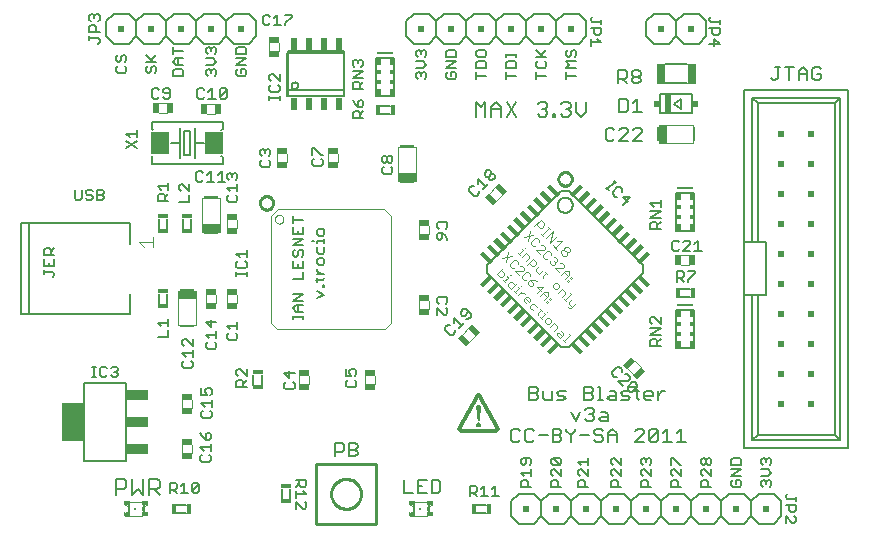
<source format=gto>
G75*
G70*
%OFA0B0*%
%FSLAX24Y24*%
%IPPOS*%
%LPD*%
%AMOC8*
5,1,8,0,0,1.08239X$1,22.5*
%
%ADD10C,0.0060*%
%ADD11C,0.0050*%
%ADD12C,0.0100*%
%ADD13C,0.0070*%
%ADD14R,0.0374X0.0197*%
%ADD15R,0.0374X0.0197*%
%ADD16C,0.0040*%
%ADD17R,0.0472X0.0079*%
%ADD18R,0.0591X0.0256*%
%ADD19R,0.0197X0.0374*%
%ADD20R,0.0197X0.0374*%
%ADD21R,0.0340X0.0160*%
%ADD22R,0.0193X0.0433*%
%ADD23C,0.0080*%
%ADD24R,0.0160X0.0340*%
%ADD25R,0.0730X0.1260*%
%ADD26R,0.0730X0.0340*%
%ADD27R,0.0200X0.0200*%
%ADD28R,0.0197X0.0128*%
%ADD29R,0.0098X0.0059*%
%ADD30R,0.0069X0.0157*%
%ADD31R,0.0079X0.0079*%
%ADD32R,0.0118X0.0118*%
%ADD33R,0.0030X0.0128*%
%ADD34C,0.0120*%
%ADD35R,0.0079X0.0472*%
%ADD36R,0.0256X0.0591*%
%ADD37R,0.0600X0.0750*%
%ADD38R,0.0472X0.0157*%
%ADD39C,0.0079*%
%ADD40C,0.0039*%
%ADD41C,0.0086*%
%ADD42R,0.0118X0.0236*%
%ADD43R,0.0118X0.0157*%
%ADD44R,0.0118X0.0197*%
%ADD45R,0.0551X0.0039*%
%ADD46R,0.0551X0.0079*%
%ADD47R,0.0039X0.0079*%
%ADD48R,0.0195X0.0240*%
%ADD49R,0.0197X0.0630*%
%ADD50R,0.0290X0.0690*%
D10*
X005283Y001061D02*
X005624Y001061D01*
X005624Y001342D02*
X005283Y001342D01*
X008813Y001531D02*
X008813Y001872D01*
X009094Y001872D02*
X009094Y001531D01*
X010584Y002957D02*
X010584Y003397D01*
X010804Y003397D01*
X010877Y003324D01*
X010877Y003177D01*
X010804Y003103D01*
X010584Y003103D01*
X011044Y003177D02*
X011264Y003177D01*
X011337Y003103D01*
X011337Y003030D01*
X011264Y002957D01*
X011044Y002957D01*
X011044Y003397D01*
X011264Y003397D01*
X011337Y003324D01*
X011337Y003250D01*
X011264Y003177D01*
X012884Y002172D02*
X012884Y001732D01*
X013177Y001732D01*
X013344Y001732D02*
X013637Y001732D01*
X013804Y001732D02*
X014024Y001732D01*
X014098Y001805D01*
X014098Y002099D01*
X014024Y002172D01*
X013804Y002172D01*
X013804Y001732D01*
X013491Y001952D02*
X013344Y001952D01*
X013344Y002172D02*
X013344Y001732D01*
X013344Y002172D02*
X013637Y002172D01*
X015283Y001342D02*
X015624Y001342D01*
X015624Y001061D02*
X015283Y001061D01*
X016454Y000952D02*
X016454Y001452D01*
X016704Y001702D01*
X017204Y001702D01*
X017454Y001452D01*
X017704Y001702D01*
X018204Y001702D01*
X018454Y001452D01*
X018704Y001702D01*
X019204Y001702D01*
X019454Y001452D01*
X019704Y001702D01*
X020204Y001702D01*
X020454Y001452D01*
X020704Y001702D01*
X021204Y001702D01*
X021454Y001452D01*
X021704Y001702D01*
X022204Y001702D01*
X022454Y001452D01*
X022704Y001702D01*
X023204Y001702D01*
X023454Y001452D01*
X023704Y001702D01*
X024204Y001702D01*
X024454Y001452D01*
X024704Y001702D01*
X025204Y001702D01*
X025454Y001452D01*
X025454Y000952D01*
X025204Y000702D01*
X024704Y000702D01*
X024454Y000952D01*
X024204Y000702D01*
X023704Y000702D01*
X023454Y000952D01*
X023454Y001452D01*
X023454Y000952D02*
X023204Y000702D01*
X022704Y000702D01*
X022454Y000952D01*
X022204Y000702D01*
X021704Y000702D01*
X021454Y000952D01*
X021204Y000702D01*
X020704Y000702D01*
X020454Y000952D01*
X020454Y001452D01*
X020454Y000952D02*
X020204Y000702D01*
X019704Y000702D01*
X019454Y000952D01*
X019204Y000702D01*
X018704Y000702D01*
X018454Y000952D01*
X018204Y000702D01*
X017704Y000702D01*
X017454Y000952D01*
X017204Y000702D01*
X016704Y000702D01*
X016454Y000952D01*
X017454Y000952D02*
X017454Y001452D01*
X018454Y001452D02*
X018454Y000952D01*
X019454Y000952D02*
X019454Y001452D01*
X021454Y001452D02*
X021454Y000952D01*
X022454Y000952D02*
X022454Y001452D01*
X024454Y001452D02*
X024454Y000952D01*
X024221Y003225D02*
X024221Y008316D01*
X024946Y008316D01*
X024946Y010087D01*
X024674Y010087D01*
X024221Y010087D01*
X024221Y015178D01*
X027686Y015178D01*
X027686Y003225D01*
X024221Y003225D01*
X024493Y003497D02*
X024674Y003678D01*
X024674Y008316D01*
X024493Y008316D02*
X024493Y003497D01*
X027414Y003497D01*
X027233Y003678D01*
X024674Y003678D01*
X022270Y003432D02*
X021976Y003432D01*
X022123Y003432D02*
X022123Y003872D01*
X021976Y003725D01*
X021663Y003872D02*
X021663Y003432D01*
X021516Y003432D02*
X021810Y003432D01*
X021516Y003725D02*
X021663Y003872D01*
X021349Y003799D02*
X021349Y003505D01*
X021276Y003432D01*
X021129Y003432D01*
X021056Y003505D01*
X021349Y003799D01*
X021276Y003872D01*
X021129Y003872D01*
X021056Y003799D01*
X021056Y003505D01*
X020889Y003432D02*
X020595Y003432D01*
X020889Y003725D01*
X020889Y003799D01*
X020815Y003872D01*
X020669Y003872D01*
X020595Y003799D01*
X019968Y003725D02*
X019968Y003432D01*
X019968Y003652D02*
X019675Y003652D01*
X019675Y003725D02*
X019675Y003432D01*
X019508Y003505D02*
X019508Y003578D01*
X019434Y003652D01*
X019288Y003652D01*
X019214Y003725D01*
X019214Y003799D01*
X019288Y003872D01*
X019434Y003872D01*
X019508Y003799D01*
X019675Y003725D02*
X019821Y003872D01*
X019968Y003725D01*
X019666Y004132D02*
X019446Y004132D01*
X019373Y004205D01*
X019446Y004278D01*
X019666Y004278D01*
X019666Y004352D02*
X019666Y004132D01*
X019666Y004352D02*
X019593Y004425D01*
X019446Y004425D01*
X019206Y004425D02*
X019206Y004499D01*
X019133Y004572D01*
X018986Y004572D01*
X018912Y004499D01*
X018746Y004425D02*
X018599Y004132D01*
X018452Y004425D01*
X018193Y004832D02*
X017973Y004832D01*
X018046Y004978D02*
X017973Y005052D01*
X018046Y005125D01*
X018266Y005125D01*
X018193Y004978D02*
X018046Y004978D01*
X018193Y004978D02*
X018266Y004905D01*
X018193Y004832D01*
X017806Y004832D02*
X017806Y005125D01*
X017512Y005125D02*
X017512Y004905D01*
X017586Y004832D01*
X017806Y004832D01*
X017346Y004905D02*
X017272Y004832D01*
X017052Y004832D01*
X017052Y005272D01*
X017272Y005272D01*
X017346Y005199D01*
X017346Y005125D01*
X017272Y005052D01*
X017052Y005052D01*
X017272Y005052D02*
X017346Y004978D01*
X017346Y004905D01*
X017133Y003872D02*
X016986Y003872D01*
X016912Y003799D01*
X016912Y003505D01*
X016986Y003432D01*
X017133Y003432D01*
X017206Y003505D01*
X017373Y003652D02*
X017666Y003652D01*
X017833Y003652D02*
X018053Y003652D01*
X018127Y003578D01*
X018127Y003505D01*
X018053Y003432D01*
X017833Y003432D01*
X017833Y003872D01*
X018053Y003872D01*
X018127Y003799D01*
X018127Y003725D01*
X018053Y003652D01*
X018293Y003799D02*
X018440Y003652D01*
X018440Y003432D01*
X018440Y003652D02*
X018587Y003799D01*
X018587Y003872D01*
X018754Y003652D02*
X019047Y003652D01*
X019214Y003505D02*
X019288Y003432D01*
X019434Y003432D01*
X019508Y003505D01*
X019133Y004132D02*
X018986Y004132D01*
X018912Y004205D01*
X019059Y004352D02*
X019133Y004352D01*
X019206Y004278D01*
X019206Y004205D01*
X019133Y004132D01*
X019133Y004352D02*
X019206Y004425D01*
X019114Y004832D02*
X018893Y004832D01*
X018893Y005272D01*
X019114Y005272D01*
X019187Y005199D01*
X019187Y005125D01*
X019114Y005052D01*
X018893Y005052D01*
X019114Y005052D02*
X019187Y004978D01*
X019187Y004905D01*
X019114Y004832D01*
X019354Y004832D02*
X019501Y004832D01*
X019427Y004832D02*
X019427Y005272D01*
X019354Y005272D01*
X019734Y005125D02*
X019881Y005125D01*
X019954Y005052D01*
X019954Y004832D01*
X019734Y004832D01*
X019661Y004905D01*
X019734Y004978D01*
X019954Y004978D01*
X020121Y005052D02*
X020194Y005125D01*
X020415Y005125D01*
X020341Y004978D02*
X020194Y004978D01*
X020121Y005052D01*
X020341Y004978D02*
X020415Y004905D01*
X020341Y004832D01*
X020121Y004832D01*
X020655Y004905D02*
X020655Y005199D01*
X020728Y005125D02*
X020581Y005125D01*
X020655Y004905D02*
X020728Y004832D01*
X020888Y004905D02*
X020888Y005052D01*
X020962Y005125D01*
X021108Y005125D01*
X021182Y005052D01*
X021182Y004978D01*
X020888Y004978D01*
X020888Y004905D02*
X020962Y004832D01*
X021108Y004832D01*
X021349Y004832D02*
X021349Y005125D01*
X021495Y005125D02*
X021349Y004978D01*
X021495Y005125D02*
X021569Y005125D01*
X018293Y003872D02*
X018293Y003799D01*
X017206Y003799D02*
X017133Y003872D01*
X016746Y003799D02*
X016672Y003872D01*
X016525Y003872D01*
X016452Y003799D01*
X016452Y003505D01*
X016525Y003432D01*
X016672Y003432D01*
X016746Y003505D01*
X022083Y008261D02*
X022424Y008261D01*
X022424Y008542D02*
X022083Y008542D01*
X024221Y008316D02*
X024221Y010087D01*
X024493Y010087D02*
X024493Y014906D01*
X024674Y014725D01*
X024674Y010087D01*
X020818Y013455D02*
X020524Y013455D01*
X020818Y013749D01*
X020818Y013822D01*
X020744Y013896D01*
X020598Y013896D01*
X020524Y013822D01*
X020358Y013822D02*
X020358Y013749D01*
X020064Y013455D01*
X020358Y013455D01*
X020358Y013822D02*
X020284Y013896D01*
X020137Y013896D01*
X020064Y013822D01*
X019897Y013822D02*
X019824Y013896D01*
X019677Y013896D01*
X019604Y013822D01*
X019604Y013529D01*
X019677Y013455D01*
X019824Y013455D01*
X019897Y013529D01*
X020050Y014425D02*
X020271Y014425D01*
X020344Y014499D01*
X020344Y014792D01*
X020271Y014866D01*
X020050Y014866D01*
X020050Y014425D01*
X020511Y014425D02*
X020804Y014425D01*
X020658Y014425D02*
X020658Y014866D01*
X020511Y014719D01*
X020547Y015382D02*
X020473Y015455D01*
X020473Y015528D01*
X020547Y015602D01*
X020693Y015602D01*
X020767Y015528D01*
X020767Y015455D01*
X020693Y015382D01*
X020547Y015382D01*
X020547Y015602D02*
X020473Y015675D01*
X020473Y015749D01*
X020547Y015822D01*
X020693Y015822D01*
X020767Y015749D01*
X020767Y015675D01*
X020693Y015602D01*
X020306Y015602D02*
X020306Y015749D01*
X020233Y015822D01*
X020013Y015822D01*
X020013Y015382D01*
X020013Y015528D02*
X020233Y015528D01*
X020306Y015602D01*
X020160Y015528D02*
X020306Y015382D01*
X021574Y015382D02*
X022329Y015382D01*
X022329Y016022D02*
X021574Y016022D01*
X021704Y016702D02*
X021204Y016702D01*
X020954Y016952D01*
X020954Y017452D01*
X021204Y017702D01*
X021704Y017702D01*
X021954Y017452D01*
X022204Y017702D01*
X022704Y017702D01*
X022954Y017452D01*
X022954Y016952D01*
X022704Y016702D01*
X022204Y016702D01*
X021954Y016952D01*
X021704Y016702D01*
X021954Y016952D02*
X021954Y017452D01*
X018954Y017452D02*
X018954Y016952D01*
X018704Y016702D01*
X018204Y016702D01*
X017954Y016952D01*
X017704Y016702D01*
X017204Y016702D01*
X016954Y016952D01*
X016954Y017452D01*
X017204Y017702D01*
X017704Y017702D01*
X017954Y017452D01*
X018204Y017702D01*
X018704Y017702D01*
X018954Y017452D01*
X017954Y017452D02*
X017954Y016952D01*
X016954Y016952D02*
X016704Y016702D01*
X016204Y016702D01*
X015954Y016952D01*
X015704Y016702D01*
X015204Y016702D01*
X014954Y016952D01*
X014704Y016702D01*
X014204Y016702D01*
X013954Y016952D01*
X013704Y016702D01*
X013204Y016702D01*
X012954Y016952D01*
X012954Y017452D01*
X013204Y017702D01*
X013704Y017702D01*
X013954Y017452D01*
X014204Y017702D01*
X014704Y017702D01*
X014954Y017452D01*
X015204Y017702D01*
X015704Y017702D01*
X015954Y017452D01*
X016204Y017702D01*
X016704Y017702D01*
X016954Y017452D01*
X015954Y017452D02*
X015954Y016952D01*
X014954Y016952D02*
X014954Y017452D01*
X013954Y017452D02*
X013954Y016952D01*
X012424Y014642D02*
X012083Y014642D01*
X012083Y014361D02*
X012424Y014361D01*
X007954Y016952D02*
X007954Y017452D01*
X007704Y017702D01*
X007204Y017702D01*
X006954Y017452D01*
X006704Y017702D01*
X006204Y017702D01*
X005954Y017452D01*
X005954Y016952D01*
X006204Y016702D01*
X006704Y016702D01*
X006954Y016952D01*
X006954Y017452D01*
X006954Y016952D02*
X007204Y016702D01*
X007704Y016702D01*
X007954Y016952D01*
X005954Y016952D02*
X005704Y016702D01*
X005204Y016702D01*
X004954Y016952D01*
X004704Y016702D01*
X004204Y016702D01*
X003954Y016952D01*
X003704Y016702D01*
X003204Y016702D01*
X002954Y016952D01*
X002954Y017452D01*
X003204Y017702D01*
X003704Y017702D01*
X003954Y017452D01*
X004204Y017702D01*
X004704Y017702D01*
X004954Y017452D01*
X005204Y017702D01*
X005704Y017702D01*
X005954Y017452D01*
X004954Y017452D02*
X004954Y016952D01*
X003954Y016952D02*
X003954Y017452D01*
X004713Y010872D02*
X004713Y010531D01*
X004994Y010531D02*
X004994Y010872D01*
X005513Y010872D02*
X005513Y010531D01*
X005794Y010531D02*
X005794Y010872D01*
X004994Y008372D02*
X004994Y008031D01*
X004713Y008031D02*
X004713Y008372D01*
X007863Y005670D02*
X007863Y005330D01*
X008144Y005330D02*
X008144Y005670D01*
X024493Y014906D02*
X027414Y014906D01*
X027233Y014725D01*
X024674Y014725D01*
X025187Y015492D02*
X025260Y015492D01*
X025334Y015565D01*
X025334Y015932D01*
X025407Y015932D02*
X025260Y015932D01*
X025574Y015932D02*
X025867Y015932D01*
X025721Y015932D02*
X025721Y015492D01*
X026034Y015492D02*
X026034Y015785D01*
X026181Y015932D01*
X026328Y015785D01*
X026328Y015492D01*
X026495Y015565D02*
X026568Y015492D01*
X026715Y015492D01*
X026788Y015565D01*
X026788Y015712D01*
X026641Y015712D01*
X026495Y015859D02*
X026495Y015565D01*
X026328Y015712D02*
X026034Y015712D01*
X026495Y015859D02*
X026568Y015932D01*
X026715Y015932D01*
X026788Y015859D01*
X027414Y014906D02*
X027414Y003497D01*
X027233Y003678D02*
X027233Y014725D01*
X025187Y015492D02*
X025114Y015565D01*
D11*
X023399Y016695D02*
X023224Y016870D01*
X023224Y016636D01*
X023049Y016695D02*
X023399Y016695D01*
X023340Y017005D02*
X023224Y017005D01*
X023165Y017063D01*
X023165Y017238D01*
X023049Y017238D02*
X023399Y017238D01*
X023399Y017063D01*
X023340Y017005D01*
X023399Y017373D02*
X023399Y017490D01*
X023399Y017431D02*
X023107Y017431D01*
X023049Y017490D01*
X023049Y017548D01*
X023107Y017607D01*
X019449Y017490D02*
X019449Y017373D01*
X019449Y017431D02*
X019157Y017431D01*
X019099Y017490D01*
X019099Y017548D01*
X019157Y017607D01*
X019099Y017238D02*
X019449Y017238D01*
X019449Y017063D01*
X019390Y017005D01*
X019274Y017005D01*
X019215Y017063D01*
X019215Y017238D01*
X019099Y016870D02*
X019099Y016636D01*
X019099Y016753D02*
X019449Y016753D01*
X019332Y016870D01*
X018629Y016438D02*
X018629Y016322D01*
X018570Y016263D01*
X018453Y016322D02*
X018453Y016438D01*
X018512Y016497D01*
X018570Y016497D01*
X018629Y016438D01*
X018453Y016322D02*
X018395Y016263D01*
X018337Y016263D01*
X018278Y016322D01*
X018278Y016438D01*
X018337Y016497D01*
X018278Y016128D02*
X018629Y016128D01*
X018629Y015895D02*
X018278Y015895D01*
X018395Y016012D01*
X018278Y016128D01*
X018278Y015760D02*
X018278Y015527D01*
X018278Y015643D02*
X018629Y015643D01*
X017629Y015643D02*
X017278Y015643D01*
X017278Y015527D02*
X017278Y015760D01*
X017337Y015895D02*
X017570Y015895D01*
X017629Y015953D01*
X017629Y016070D01*
X017570Y016128D01*
X017512Y016263D02*
X017278Y016497D01*
X017278Y016263D02*
X017629Y016263D01*
X017453Y016322D02*
X017629Y016497D01*
X017337Y016128D02*
X017278Y016070D01*
X017278Y015953D01*
X017337Y015895D01*
X016629Y015895D02*
X016629Y016070D01*
X016570Y016128D01*
X016337Y016128D01*
X016278Y016070D01*
X016278Y015895D01*
X016629Y015895D01*
X016629Y015643D02*
X016278Y015643D01*
X016278Y015527D02*
X016278Y015760D01*
X015629Y015643D02*
X015278Y015643D01*
X015278Y015527D02*
X015278Y015760D01*
X015278Y015895D02*
X015278Y016070D01*
X015337Y016128D01*
X015570Y016128D01*
X015629Y016070D01*
X015629Y015895D01*
X015278Y015895D01*
X015337Y016263D02*
X015570Y016263D01*
X015629Y016322D01*
X015629Y016438D01*
X015570Y016497D01*
X015337Y016497D01*
X015278Y016438D01*
X015278Y016322D01*
X015337Y016263D01*
X014629Y016263D02*
X014629Y016438D01*
X014570Y016497D01*
X014337Y016497D01*
X014278Y016438D01*
X014278Y016263D01*
X014629Y016263D01*
X014629Y016128D02*
X014278Y016128D01*
X014278Y015895D02*
X014629Y016128D01*
X014629Y015895D02*
X014278Y015895D01*
X014337Y015760D02*
X014278Y015702D01*
X014278Y015585D01*
X014337Y015527D01*
X014570Y015527D01*
X014629Y015585D01*
X014629Y015702D01*
X014570Y015760D01*
X014453Y015760D01*
X014453Y015643D01*
X013629Y015585D02*
X013570Y015527D01*
X013629Y015585D02*
X013629Y015702D01*
X013570Y015760D01*
X013512Y015760D01*
X013453Y015702D01*
X013453Y015643D01*
X013453Y015702D02*
X013395Y015760D01*
X013337Y015760D01*
X013278Y015702D01*
X013278Y015585D01*
X013337Y015527D01*
X013278Y015895D02*
X013512Y015895D01*
X013629Y016012D01*
X013512Y016128D01*
X013278Y016128D01*
X013337Y016263D02*
X013278Y016322D01*
X013278Y016438D01*
X013337Y016497D01*
X013395Y016497D01*
X013453Y016438D01*
X013512Y016497D01*
X013570Y016497D01*
X013629Y016438D01*
X013629Y016322D01*
X013570Y016263D01*
X013453Y016380D02*
X013453Y016438D01*
X011516Y016121D02*
X011516Y016004D01*
X011458Y015946D01*
X011516Y015811D02*
X011166Y015811D01*
X011224Y015946D02*
X011166Y016004D01*
X011166Y016121D01*
X011224Y016179D01*
X011282Y016179D01*
X011341Y016121D01*
X011399Y016179D01*
X011458Y016179D01*
X011516Y016121D01*
X011341Y016121D02*
X011341Y016062D01*
X011516Y015811D02*
X011166Y015577D01*
X011516Y015577D01*
X011516Y015443D02*
X011399Y015326D01*
X011399Y015384D02*
X011399Y015209D01*
X011516Y015209D02*
X011166Y015209D01*
X011166Y015384D01*
X011224Y015443D01*
X011341Y015443D01*
X011399Y015384D01*
X010898Y014954D02*
X008969Y014954D01*
X008969Y016410D01*
X010898Y016410D01*
X010898Y014954D01*
X011178Y014828D02*
X011237Y014712D01*
X011353Y014595D01*
X011353Y014770D01*
X011412Y014828D01*
X011470Y014828D01*
X011529Y014770D01*
X011529Y014653D01*
X011470Y014595D01*
X011353Y014595D01*
X011353Y014460D02*
X011237Y014460D01*
X011178Y014402D01*
X011178Y014227D01*
X011529Y014227D01*
X011412Y014227D02*
X011412Y014402D01*
X011353Y014460D01*
X011412Y014343D02*
X011529Y014460D01*
X010120Y013013D02*
X009887Y013247D01*
X009828Y013247D01*
X009828Y013013D01*
X009887Y012879D02*
X009828Y012820D01*
X009828Y012703D01*
X009887Y012645D01*
X010120Y012645D01*
X010179Y012703D01*
X010179Y012820D01*
X010120Y012879D01*
X010120Y013013D02*
X010179Y013013D01*
X008429Y013022D02*
X008370Y012963D01*
X008429Y013022D02*
X008429Y013139D01*
X008370Y013197D01*
X008312Y013197D01*
X008253Y013139D01*
X008253Y013080D01*
X008253Y013139D02*
X008195Y013197D01*
X008137Y013197D01*
X008078Y013139D01*
X008078Y013022D01*
X008137Y012963D01*
X008137Y012829D02*
X008078Y012770D01*
X008078Y012653D01*
X008137Y012595D01*
X008370Y012595D01*
X008429Y012653D01*
X008429Y012770D01*
X008370Y012829D01*
X007329Y012338D02*
X007329Y012222D01*
X007270Y012163D01*
X007329Y012028D02*
X007329Y011795D01*
X007329Y011912D02*
X006978Y011912D01*
X007095Y011795D01*
X007037Y011660D02*
X006978Y011602D01*
X006978Y011485D01*
X007037Y011427D01*
X007270Y011427D01*
X007329Y011485D01*
X007329Y011602D01*
X007270Y011660D01*
X007037Y012163D02*
X006978Y012222D01*
X006978Y012338D01*
X007037Y012397D01*
X007095Y012397D01*
X007153Y012338D01*
X007212Y012397D01*
X007270Y012397D01*
X007329Y012338D01*
X007153Y012338D02*
X007153Y012280D01*
X006919Y012110D02*
X006685Y012110D01*
X006802Y012110D02*
X006802Y012461D01*
X006685Y012344D01*
X006550Y012110D02*
X006317Y012110D01*
X006434Y012110D02*
X006434Y012461D01*
X006317Y012344D01*
X006182Y012402D02*
X006124Y012461D01*
X006007Y012461D01*
X005949Y012402D01*
X005949Y012169D01*
X006007Y012110D01*
X006124Y012110D01*
X006182Y012169D01*
X005729Y012028D02*
X005729Y011795D01*
X005495Y012028D01*
X005437Y012028D01*
X005378Y011970D01*
X005378Y011853D01*
X005437Y011795D01*
X005729Y011660D02*
X005729Y011427D01*
X005378Y011427D01*
X005029Y011477D02*
X004678Y011477D01*
X004678Y011652D01*
X004737Y011710D01*
X004853Y011710D01*
X004912Y011652D01*
X004912Y011477D01*
X004912Y011593D02*
X005029Y011710D01*
X005029Y011845D02*
X005029Y012078D01*
X005029Y011962D02*
X004678Y011962D01*
X004795Y011845D01*
X004472Y012693D02*
X006835Y012693D01*
X006835Y012929D01*
X006795Y012969D01*
X006204Y013402D02*
X005904Y013402D01*
X005904Y013902D01*
X005754Y013802D02*
X005554Y013802D01*
X005554Y013002D01*
X005754Y013002D01*
X005754Y013802D01*
X005404Y013902D02*
X005404Y013402D01*
X005104Y013402D01*
X005404Y013402D02*
X005404Y012902D01*
X005904Y012902D02*
X005904Y013402D01*
X006795Y013835D02*
X006835Y013874D01*
X006835Y014110D01*
X004472Y014110D01*
X004472Y013874D01*
X004512Y013835D01*
X003979Y013828D02*
X003979Y013595D01*
X003979Y013712D02*
X003628Y013712D01*
X003745Y013595D01*
X003628Y013460D02*
X003979Y013227D01*
X003979Y013460D02*
X003628Y013227D01*
X004472Y012929D02*
X004472Y012693D01*
X004472Y012929D02*
X004512Y012969D01*
X002874Y011784D02*
X002874Y011725D01*
X002815Y011667D01*
X002640Y011667D01*
X002506Y011609D02*
X002506Y011550D01*
X002447Y011492D01*
X002330Y011492D01*
X002272Y011550D01*
X002330Y011667D02*
X002447Y011667D01*
X002506Y011609D01*
X002506Y011784D02*
X002447Y011842D01*
X002330Y011842D01*
X002272Y011784D01*
X002272Y011725D01*
X002330Y011667D01*
X002137Y011550D02*
X002079Y011492D01*
X001962Y011492D01*
X001904Y011550D01*
X001904Y011842D01*
X002137Y011842D02*
X002137Y011550D01*
X002640Y011492D02*
X002815Y011492D01*
X002874Y011550D01*
X002874Y011609D01*
X002815Y011667D01*
X002874Y011784D02*
X002815Y011842D01*
X002640Y011842D01*
X002640Y011492D01*
X002828Y010717D02*
X001883Y010717D01*
X000662Y010717D01*
X000387Y010717D01*
X000131Y010717D01*
X000131Y007686D01*
X000387Y007686D01*
X000662Y007686D01*
X001883Y007686D01*
X002828Y007686D01*
X003753Y007686D01*
X003753Y007961D01*
X003753Y008355D01*
X005029Y007528D02*
X005029Y007295D01*
X005029Y007412D02*
X004678Y007412D01*
X004795Y007295D01*
X005029Y007160D02*
X005029Y006927D01*
X004678Y006927D01*
X005494Y006808D02*
X005494Y006692D01*
X005553Y006633D01*
X005494Y006808D02*
X005553Y006867D01*
X005611Y006867D01*
X005845Y006633D01*
X005845Y006867D01*
X005845Y006498D02*
X005845Y006265D01*
X005845Y006382D02*
X005494Y006382D01*
X005611Y006265D01*
X005553Y006130D02*
X005494Y006072D01*
X005494Y005955D01*
X005553Y005897D01*
X005786Y005897D01*
X005845Y005955D01*
X005845Y006072D01*
X005786Y006130D01*
X006278Y006585D02*
X006337Y006527D01*
X006570Y006527D01*
X006629Y006585D01*
X006629Y006702D01*
X006570Y006760D01*
X006629Y006895D02*
X006629Y007128D01*
X006629Y007012D02*
X006278Y007012D01*
X006395Y006895D01*
X006337Y006760D02*
X006278Y006702D01*
X006278Y006585D01*
X006978Y006885D02*
X007037Y006827D01*
X007270Y006827D01*
X007329Y006885D01*
X007329Y007002D01*
X007270Y007060D01*
X007329Y007195D02*
X007329Y007428D01*
X007329Y007312D02*
X006978Y007312D01*
X007095Y007195D01*
X007037Y007060D02*
X006978Y007002D01*
X006978Y006885D01*
X006453Y007263D02*
X006453Y007497D01*
X006278Y007438D02*
X006453Y007263D01*
X006278Y007438D02*
X006629Y007438D01*
X007357Y005860D02*
X007298Y005801D01*
X007298Y005685D01*
X007357Y005626D01*
X007357Y005492D02*
X007298Y005433D01*
X007298Y005258D01*
X007649Y005258D01*
X007532Y005258D02*
X007532Y005433D01*
X007473Y005492D01*
X007357Y005492D01*
X007532Y005375D02*
X007649Y005492D01*
X007649Y005626D02*
X007415Y005860D01*
X007357Y005860D01*
X007649Y005860D02*
X007649Y005626D01*
X008887Y005730D02*
X009062Y005555D01*
X009062Y005788D01*
X009237Y005730D02*
X008887Y005730D01*
X008945Y005420D02*
X008887Y005362D01*
X008887Y005245D01*
X008945Y005187D01*
X009179Y005187D01*
X009237Y005245D01*
X009237Y005362D01*
X009179Y005420D01*
X010947Y005432D02*
X010947Y005315D01*
X011005Y005257D01*
X011239Y005257D01*
X011297Y005315D01*
X011297Y005432D01*
X011239Y005490D01*
X011239Y005625D02*
X011297Y005683D01*
X011297Y005800D01*
X011239Y005858D01*
X011122Y005858D01*
X011064Y005800D01*
X011064Y005742D01*
X011122Y005625D01*
X010947Y005625D01*
X010947Y005858D01*
X011005Y005490D02*
X010947Y005432D01*
X009529Y007527D02*
X009529Y007643D01*
X009529Y007585D02*
X009178Y007585D01*
X009178Y007527D02*
X009178Y007643D01*
X009295Y007772D02*
X009178Y007889D01*
X009295Y008006D01*
X009529Y008006D01*
X009529Y008140D02*
X009178Y008140D01*
X009529Y008374D01*
X009178Y008374D01*
X009353Y008006D02*
X009353Y007772D01*
X009295Y007772D02*
X009529Y007772D01*
X009995Y008227D02*
X010229Y008343D01*
X009995Y008460D01*
X010170Y008595D02*
X010170Y008653D01*
X010229Y008653D01*
X010229Y008595D01*
X010170Y008595D01*
X010170Y008837D02*
X009937Y008837D01*
X009995Y008779D02*
X009995Y008896D01*
X009995Y009025D02*
X010229Y009025D01*
X010112Y009025D02*
X009995Y009141D01*
X009995Y009200D01*
X010053Y009331D02*
X010170Y009331D01*
X010229Y009390D01*
X010229Y009507D01*
X010170Y009565D01*
X010053Y009565D01*
X009995Y009507D01*
X009995Y009390D01*
X010053Y009331D01*
X010053Y009700D02*
X010170Y009700D01*
X010229Y009758D01*
X010229Y009933D01*
X010229Y010068D02*
X010229Y010185D01*
X010229Y010126D02*
X009995Y010126D01*
X009995Y010068D01*
X009878Y010126D02*
X009820Y010126D01*
X009995Y009933D02*
X009995Y009758D01*
X010053Y009700D01*
X009529Y009672D02*
X009470Y009614D01*
X009529Y009672D02*
X009529Y009789D01*
X009470Y009847D01*
X009412Y009847D01*
X009353Y009789D01*
X009353Y009672D01*
X009295Y009614D01*
X009237Y009614D01*
X009178Y009672D01*
X009178Y009789D01*
X009237Y009847D01*
X009178Y009982D02*
X009529Y010215D01*
X009178Y010215D01*
X009178Y010350D02*
X009529Y010350D01*
X009529Y010584D01*
X009353Y010467D02*
X009353Y010350D01*
X009178Y010350D02*
X009178Y010584D01*
X009178Y010719D02*
X009178Y010952D01*
X009178Y010835D02*
X009529Y010835D01*
X009995Y010489D02*
X009995Y010372D01*
X010053Y010314D01*
X010170Y010314D01*
X010229Y010372D01*
X010229Y010489D01*
X010170Y010547D01*
X010053Y010547D01*
X009995Y010489D01*
X009529Y009982D02*
X009178Y009982D01*
X009178Y009479D02*
X009178Y009245D01*
X009529Y009245D01*
X009529Y009479D01*
X009353Y009362D02*
X009353Y009245D01*
X009529Y009111D02*
X009529Y008877D01*
X009178Y008877D01*
X010170Y008837D02*
X010229Y008896D01*
X007642Y008975D02*
X007642Y009091D01*
X007642Y009033D02*
X007292Y009033D01*
X007292Y008975D02*
X007292Y009091D01*
X007350Y009220D02*
X007292Y009278D01*
X007292Y009395D01*
X007350Y009454D01*
X007408Y009588D02*
X007292Y009705D01*
X007642Y009705D01*
X007642Y009588D02*
X007642Y009822D01*
X007584Y009454D02*
X007642Y009395D01*
X007642Y009278D01*
X007584Y009220D01*
X007350Y009220D01*
X003753Y010048D02*
X003753Y010442D01*
X003753Y010717D01*
X002828Y010717D01*
X001229Y009897D02*
X001112Y009780D01*
X001112Y009838D02*
X001112Y009663D01*
X001229Y009663D02*
X000878Y009663D01*
X000878Y009838D01*
X000937Y009897D01*
X001053Y009897D01*
X001112Y009838D01*
X001229Y009528D02*
X001229Y009295D01*
X000878Y009295D01*
X000878Y009528D01*
X001053Y009412D02*
X001053Y009295D01*
X000878Y009160D02*
X000878Y009043D01*
X000878Y009102D02*
X001170Y009102D01*
X001229Y009043D01*
X001229Y008985D01*
X001170Y008927D01*
X000387Y007686D02*
X000387Y010717D01*
X004537Y014877D02*
X004654Y014877D01*
X004712Y014935D01*
X004847Y014935D02*
X004905Y014877D01*
X005022Y014877D01*
X005080Y014935D01*
X005080Y015168D01*
X005022Y015227D01*
X004905Y015227D01*
X004847Y015168D01*
X004847Y015110D01*
X004905Y015052D01*
X005080Y015052D01*
X004712Y015168D02*
X004654Y015227D01*
X004537Y015227D01*
X004479Y015168D01*
X004479Y014935D01*
X004537Y014877D01*
X004570Y015727D02*
X004629Y015785D01*
X004629Y015902D01*
X004570Y015960D01*
X004512Y015960D01*
X004453Y015902D01*
X004453Y015785D01*
X004395Y015727D01*
X004337Y015727D01*
X004278Y015785D01*
X004278Y015902D01*
X004337Y015960D01*
X004278Y016095D02*
X004629Y016095D01*
X004512Y016095D02*
X004278Y016328D01*
X004453Y016153D02*
X004629Y016328D01*
X005178Y016363D02*
X005178Y016597D01*
X005178Y016480D02*
X005529Y016480D01*
X005529Y016228D02*
X005295Y016228D01*
X005178Y016112D01*
X005295Y015995D01*
X005529Y015995D01*
X005470Y015860D02*
X005237Y015860D01*
X005178Y015802D01*
X005178Y015627D01*
X005529Y015627D01*
X005529Y015802D01*
X005470Y015860D01*
X005353Y015995D02*
X005353Y016228D01*
X006278Y016228D02*
X006512Y016228D01*
X006629Y016112D01*
X006512Y015995D01*
X006278Y015995D01*
X006337Y015860D02*
X006395Y015860D01*
X006453Y015802D01*
X006512Y015860D01*
X006570Y015860D01*
X006629Y015802D01*
X006629Y015685D01*
X006570Y015627D01*
X006453Y015743D02*
X006453Y015802D01*
X006337Y015860D02*
X006278Y015802D01*
X006278Y015685D01*
X006337Y015627D01*
X006482Y015227D02*
X006365Y015110D01*
X006231Y015168D02*
X006172Y015227D01*
X006055Y015227D01*
X005997Y015168D01*
X005997Y014935D01*
X006055Y014877D01*
X006172Y014877D01*
X006231Y014935D01*
X006365Y014877D02*
X006599Y014877D01*
X006482Y014877D02*
X006482Y015227D01*
X006734Y015168D02*
X006792Y015227D01*
X006909Y015227D01*
X006967Y015168D01*
X006734Y014935D01*
X006792Y014877D01*
X006909Y014877D01*
X006967Y014935D01*
X006967Y015168D01*
X006734Y015168D02*
X006734Y014935D01*
X007337Y015627D02*
X007278Y015685D01*
X007278Y015802D01*
X007337Y015860D01*
X007453Y015860D02*
X007453Y015743D01*
X007453Y015860D02*
X007570Y015860D01*
X007629Y015802D01*
X007629Y015685D01*
X007570Y015627D01*
X007337Y015627D01*
X007278Y015995D02*
X007629Y016228D01*
X007278Y016228D01*
X007278Y016363D02*
X007278Y016538D01*
X007337Y016597D01*
X007570Y016597D01*
X007629Y016538D01*
X007629Y016363D01*
X007278Y016363D01*
X007278Y015995D02*
X007629Y015995D01*
X008397Y015634D02*
X008397Y015517D01*
X008455Y015459D01*
X008455Y015324D02*
X008397Y015266D01*
X008397Y015149D01*
X008455Y015091D01*
X008689Y015091D01*
X008747Y015149D01*
X008747Y015266D01*
X008689Y015324D01*
X008747Y015459D02*
X008514Y015692D01*
X008455Y015692D01*
X008397Y015634D01*
X008747Y015692D02*
X008747Y015459D01*
X009134Y015308D02*
X009136Y015328D01*
X009141Y015348D01*
X009151Y015366D01*
X009163Y015383D01*
X009178Y015397D01*
X009196Y015407D01*
X009215Y015415D01*
X009235Y015419D01*
X009255Y015419D01*
X009275Y015415D01*
X009294Y015407D01*
X009312Y015397D01*
X009327Y015383D01*
X009339Y015366D01*
X009349Y015348D01*
X009354Y015328D01*
X009356Y015308D01*
X009354Y015288D01*
X009349Y015268D01*
X009339Y015250D01*
X009327Y015233D01*
X009312Y015219D01*
X009294Y015209D01*
X009275Y015201D01*
X009255Y015197D01*
X009235Y015197D01*
X009215Y015201D01*
X009196Y015209D01*
X009178Y015219D01*
X009163Y015233D01*
X009151Y015250D01*
X009141Y015268D01*
X009136Y015288D01*
X009134Y015308D01*
X008747Y014962D02*
X008747Y014845D01*
X008747Y014903D02*
X008397Y014903D01*
X008397Y014845D02*
X008397Y014962D01*
X006629Y016422D02*
X006570Y016363D01*
X006629Y016422D02*
X006629Y016538D01*
X006570Y016597D01*
X006512Y016597D01*
X006453Y016538D01*
X006453Y016480D01*
X006453Y016538D02*
X006395Y016597D01*
X006337Y016597D01*
X006278Y016538D01*
X006278Y016422D01*
X006337Y016363D01*
X008179Y017382D02*
X008179Y017615D01*
X008237Y017674D01*
X008354Y017674D01*
X008412Y017615D01*
X008547Y017557D02*
X008664Y017674D01*
X008664Y017324D01*
X008780Y017324D02*
X008547Y017324D01*
X008412Y017382D02*
X008354Y017324D01*
X008237Y017324D01*
X008179Y017382D01*
X008915Y017382D02*
X008915Y017324D01*
X008915Y017382D02*
X009149Y017615D01*
X009149Y017674D01*
X008915Y017674D01*
X003629Y016270D02*
X003629Y016153D01*
X003570Y016095D01*
X003453Y016153D02*
X003453Y016270D01*
X003512Y016328D01*
X003570Y016328D01*
X003629Y016270D01*
X003453Y016153D02*
X003395Y016095D01*
X003337Y016095D01*
X003278Y016153D01*
X003278Y016270D01*
X003337Y016328D01*
X003337Y015960D02*
X003278Y015902D01*
X003278Y015785D01*
X003337Y015727D01*
X003570Y015727D01*
X003629Y015785D01*
X003629Y015902D01*
X003570Y015960D01*
X002740Y016773D02*
X002682Y016715D01*
X002740Y016773D02*
X002740Y016832D01*
X002682Y016890D01*
X002390Y016890D01*
X002390Y016832D02*
X002390Y016949D01*
X002390Y017083D02*
X002390Y017259D01*
X002448Y017317D01*
X002565Y017317D01*
X002623Y017259D01*
X002623Y017083D01*
X002740Y017083D02*
X002390Y017083D01*
X002448Y017452D02*
X002390Y017510D01*
X002390Y017627D01*
X002448Y017685D01*
X002507Y017685D01*
X002565Y017627D01*
X002623Y017685D01*
X002682Y017685D01*
X002740Y017627D01*
X002740Y017510D01*
X002682Y017452D01*
X002565Y017568D02*
X002565Y017627D01*
X012144Y012922D02*
X012144Y012805D01*
X012203Y012746D01*
X012261Y012746D01*
X012320Y012805D01*
X012320Y012922D01*
X012378Y012980D01*
X012436Y012980D01*
X012495Y012922D01*
X012495Y012805D01*
X012436Y012746D01*
X012378Y012746D01*
X012320Y012805D01*
X012320Y012922D02*
X012261Y012980D01*
X012203Y012980D01*
X012144Y012922D01*
X012203Y012612D02*
X012144Y012553D01*
X012144Y012436D01*
X012203Y012378D01*
X012436Y012378D01*
X012495Y012436D01*
X012495Y012553D01*
X012436Y012612D01*
X015054Y011883D02*
X015054Y011801D01*
X015219Y011636D01*
X015302Y011636D01*
X015384Y011718D01*
X015384Y011801D01*
X015521Y011855D02*
X015686Y012020D01*
X015603Y011937D02*
X015356Y012185D01*
X015356Y012020D01*
X015219Y011966D02*
X015137Y011966D01*
X015054Y011883D01*
X015699Y012198D02*
X015699Y012280D01*
X015781Y012363D01*
X015864Y012363D01*
X015905Y012322D01*
X015905Y012239D01*
X015823Y012156D01*
X015740Y012156D01*
X015699Y012198D01*
X015699Y012280D02*
X015616Y012280D01*
X015575Y012322D01*
X015575Y012404D01*
X015657Y012487D01*
X015740Y012487D01*
X015781Y012445D01*
X015781Y012363D01*
X018004Y011323D02*
X018006Y011354D01*
X018012Y011385D01*
X018022Y011415D01*
X018035Y011443D01*
X018052Y011470D01*
X018072Y011494D01*
X018095Y011516D01*
X018120Y011534D01*
X018148Y011549D01*
X018177Y011561D01*
X018207Y011569D01*
X018238Y011573D01*
X018270Y011573D01*
X018301Y011569D01*
X018331Y011561D01*
X018360Y011549D01*
X018388Y011534D01*
X018413Y011516D01*
X018436Y011494D01*
X018456Y011470D01*
X018473Y011443D01*
X018486Y011415D01*
X018496Y011385D01*
X018502Y011354D01*
X018504Y011323D01*
X018502Y011292D01*
X018496Y011261D01*
X018486Y011231D01*
X018473Y011203D01*
X018456Y011176D01*
X018436Y011152D01*
X018413Y011130D01*
X018388Y011112D01*
X018360Y011097D01*
X018331Y011085D01*
X018301Y011077D01*
X018270Y011073D01*
X018238Y011073D01*
X018207Y011077D01*
X018177Y011085D01*
X018148Y011097D01*
X018120Y011112D01*
X018095Y011130D01*
X018072Y011152D01*
X018052Y011176D01*
X018035Y011203D01*
X018022Y011231D01*
X018012Y011261D01*
X018006Y011292D01*
X018004Y011323D01*
X019618Y011899D02*
X019701Y011816D01*
X019659Y011857D02*
X019907Y012105D01*
X019866Y012146D02*
X019948Y012064D01*
X019998Y011931D02*
X019833Y011766D01*
X019833Y011684D01*
X019916Y011601D01*
X019998Y011601D01*
X020176Y011588D02*
X020341Y011423D01*
X020176Y011341D02*
X020424Y011588D01*
X020176Y011588D01*
X020163Y011766D02*
X020163Y011849D01*
X020081Y011931D01*
X019998Y011931D01*
X021091Y011393D02*
X021208Y011276D01*
X021091Y011393D02*
X021441Y011393D01*
X021441Y011509D02*
X021441Y011276D01*
X021441Y011141D02*
X021091Y011141D01*
X021091Y010907D02*
X021441Y011141D01*
X021441Y010907D02*
X021091Y010907D01*
X021149Y010773D02*
X021266Y010773D01*
X021324Y010714D01*
X021324Y010539D01*
X021324Y010656D02*
X021441Y010773D01*
X021441Y010539D02*
X021091Y010539D01*
X021091Y010714D01*
X021149Y010773D01*
X021829Y010086D02*
X021829Y009852D01*
X021887Y009794D01*
X022004Y009794D01*
X022062Y009852D01*
X022197Y009794D02*
X022430Y010027D01*
X022430Y010086D01*
X022372Y010144D01*
X022255Y010144D01*
X022197Y010086D01*
X022062Y010086D02*
X022004Y010144D01*
X021887Y010144D01*
X021829Y010086D01*
X022197Y009794D02*
X022430Y009794D01*
X022565Y009794D02*
X022799Y009794D01*
X022682Y009794D02*
X022682Y010144D01*
X022565Y010027D01*
X022580Y009127D02*
X022347Y009127D01*
X022212Y009068D02*
X022212Y008952D01*
X022154Y008893D01*
X021979Y008893D01*
X022095Y008893D02*
X022212Y008777D01*
X022347Y008777D02*
X022347Y008835D01*
X022580Y009068D01*
X022580Y009127D01*
X022212Y009068D02*
X022154Y009127D01*
X021979Y009127D01*
X021979Y008777D01*
X021441Y007609D02*
X021441Y007376D01*
X021208Y007609D01*
X021149Y007609D01*
X021091Y007551D01*
X021091Y007434D01*
X021149Y007376D01*
X021091Y007241D02*
X021441Y007241D01*
X021091Y007007D01*
X021441Y007007D01*
X021441Y006873D02*
X021324Y006756D01*
X021324Y006814D02*
X021324Y006639D01*
X021441Y006639D02*
X021091Y006639D01*
X021091Y006814D01*
X021149Y006873D01*
X021266Y006873D01*
X021324Y006814D01*
X020143Y005860D02*
X020060Y005943D01*
X019978Y005943D01*
X019812Y005778D01*
X019812Y005695D01*
X019895Y005613D01*
X019978Y005613D01*
X020032Y005476D02*
X020362Y005476D01*
X020403Y005517D01*
X020403Y005600D01*
X020321Y005682D01*
X020238Y005682D01*
X020143Y005778D02*
X020143Y005860D01*
X020032Y005476D02*
X020197Y005311D01*
X020333Y005257D02*
X020333Y005174D01*
X020416Y005092D01*
X020498Y005092D01*
X020663Y005257D01*
X020333Y005257D01*
X020498Y005422D01*
X020581Y005422D01*
X020663Y005339D01*
X020663Y005257D01*
X020837Y002897D02*
X020778Y002838D01*
X020778Y002722D01*
X020837Y002663D01*
X020837Y002528D02*
X020778Y002470D01*
X020778Y002353D01*
X020837Y002295D01*
X020837Y002160D02*
X020778Y002102D01*
X020778Y001927D01*
X021129Y001927D01*
X021012Y001927D02*
X021012Y002102D01*
X020953Y002160D01*
X020837Y002160D01*
X021129Y002295D02*
X020895Y002528D01*
X020837Y002528D01*
X021070Y002663D02*
X021129Y002722D01*
X021129Y002838D01*
X021070Y002897D01*
X021012Y002897D01*
X020953Y002838D01*
X020953Y002780D01*
X020953Y002838D02*
X020895Y002897D01*
X020837Y002897D01*
X021129Y002528D02*
X021129Y002295D01*
X021778Y002353D02*
X021837Y002295D01*
X021778Y002353D02*
X021778Y002470D01*
X021837Y002528D01*
X021895Y002528D01*
X022129Y002295D01*
X022129Y002528D01*
X022129Y002663D02*
X022070Y002663D01*
X021837Y002897D01*
X021778Y002897D01*
X021778Y002663D01*
X021837Y002160D02*
X021953Y002160D01*
X022012Y002102D01*
X022012Y001927D01*
X022129Y001927D02*
X021778Y001927D01*
X021778Y002102D01*
X021837Y002160D01*
X022778Y002102D02*
X022778Y001927D01*
X023129Y001927D01*
X023012Y001927D02*
X023012Y002102D01*
X022953Y002160D01*
X022837Y002160D01*
X022778Y002102D01*
X022837Y002295D02*
X022778Y002353D01*
X022778Y002470D01*
X022837Y002528D01*
X022895Y002528D01*
X023129Y002295D01*
X023129Y002528D01*
X023070Y002663D02*
X023012Y002663D01*
X022953Y002722D01*
X022953Y002838D01*
X023012Y002897D01*
X023070Y002897D01*
X023129Y002838D01*
X023129Y002722D01*
X023070Y002663D01*
X022953Y002722D02*
X022895Y002663D01*
X022837Y002663D01*
X022778Y002722D01*
X022778Y002838D01*
X022837Y002897D01*
X022895Y002897D01*
X022953Y002838D01*
X023778Y002838D02*
X023778Y002663D01*
X024129Y002663D01*
X024129Y002838D01*
X024070Y002897D01*
X023837Y002897D01*
X023778Y002838D01*
X023778Y002528D02*
X024129Y002528D01*
X023778Y002295D01*
X024129Y002295D01*
X024070Y002160D02*
X023953Y002160D01*
X023953Y002043D01*
X023837Y001927D02*
X024070Y001927D01*
X024129Y001985D01*
X024129Y002102D01*
X024070Y002160D01*
X023837Y002160D02*
X023778Y002102D01*
X023778Y001985D01*
X023837Y001927D01*
X024778Y001985D02*
X024778Y002102D01*
X024837Y002160D01*
X024895Y002160D01*
X024953Y002102D01*
X025012Y002160D01*
X025070Y002160D01*
X025129Y002102D01*
X025129Y001985D01*
X025070Y001927D01*
X024953Y002043D02*
X024953Y002102D01*
X025012Y002295D02*
X025129Y002412D01*
X025012Y002528D01*
X024778Y002528D01*
X024837Y002663D02*
X024778Y002722D01*
X024778Y002838D01*
X024837Y002897D01*
X024895Y002897D01*
X024953Y002838D01*
X025012Y002897D01*
X025070Y002897D01*
X025129Y002838D01*
X025129Y002722D01*
X025070Y002663D01*
X024953Y002780D02*
X024953Y002838D01*
X025012Y002295D02*
X024778Y002295D01*
X024778Y001985D02*
X024837Y001927D01*
X025599Y001648D02*
X025599Y001590D01*
X025657Y001531D01*
X025949Y001531D01*
X025949Y001473D02*
X025949Y001590D01*
X025949Y001338D02*
X025599Y001338D01*
X025715Y001338D02*
X025715Y001163D01*
X025774Y001105D01*
X025890Y001105D01*
X025949Y001163D01*
X025949Y001338D01*
X025599Y001648D02*
X025657Y001707D01*
X025599Y000970D02*
X025832Y000736D01*
X025890Y000736D01*
X025949Y000795D01*
X025949Y000912D01*
X025890Y000970D01*
X025599Y000970D02*
X025599Y000736D01*
X020129Y001927D02*
X019778Y001927D01*
X019778Y002102D01*
X019837Y002160D01*
X019953Y002160D01*
X020012Y002102D01*
X020012Y001927D01*
X020129Y002295D02*
X019895Y002528D01*
X019837Y002528D01*
X019778Y002470D01*
X019778Y002353D01*
X019837Y002295D01*
X020129Y002295D02*
X020129Y002528D01*
X020129Y002663D02*
X019895Y002897D01*
X019837Y002897D01*
X019778Y002838D01*
X019778Y002722D01*
X019837Y002663D01*
X020129Y002663D02*
X020129Y002897D01*
X019029Y002897D02*
X019029Y002663D01*
X019029Y002780D02*
X018678Y002780D01*
X018795Y002663D01*
X018795Y002528D02*
X018737Y002528D01*
X018678Y002470D01*
X018678Y002353D01*
X018737Y002295D01*
X018737Y002160D02*
X018853Y002160D01*
X018912Y002102D01*
X018912Y001927D01*
X019029Y001927D02*
X018678Y001927D01*
X018678Y002102D01*
X018737Y002160D01*
X019029Y002295D02*
X018795Y002528D01*
X019029Y002528D02*
X019029Y002295D01*
X018129Y002295D02*
X017895Y002528D01*
X017837Y002528D01*
X017778Y002470D01*
X017778Y002353D01*
X017837Y002295D01*
X017837Y002160D02*
X017953Y002160D01*
X018012Y002102D01*
X018012Y001927D01*
X018129Y001927D02*
X017778Y001927D01*
X017778Y002102D01*
X017837Y002160D01*
X018129Y002295D02*
X018129Y002528D01*
X018070Y002663D02*
X017837Y002663D01*
X017778Y002722D01*
X017778Y002838D01*
X017837Y002897D01*
X018070Y002663D01*
X018129Y002722D01*
X018129Y002838D01*
X018070Y002897D01*
X017837Y002897D01*
X017129Y002838D02*
X017129Y002722D01*
X017070Y002663D01*
X016953Y002722D02*
X016953Y002897D01*
X016837Y002897D02*
X017070Y002897D01*
X017129Y002838D01*
X016953Y002722D02*
X016895Y002663D01*
X016837Y002663D01*
X016778Y002722D01*
X016778Y002838D01*
X016837Y002897D01*
X017129Y002528D02*
X017129Y002295D01*
X017129Y002412D02*
X016778Y002412D01*
X016895Y002295D01*
X016837Y002160D02*
X016953Y002160D01*
X017012Y002102D01*
X017012Y001927D01*
X017129Y001927D02*
X016778Y001927D01*
X016778Y002102D01*
X016837Y002160D01*
X015932Y001977D02*
X015932Y001627D01*
X015815Y001627D02*
X016049Y001627D01*
X015815Y001860D02*
X015932Y001977D01*
X015564Y001977D02*
X015564Y001627D01*
X015680Y001627D02*
X015447Y001627D01*
X015312Y001627D02*
X015195Y001743D01*
X015254Y001743D02*
X015079Y001743D01*
X015079Y001627D02*
X015079Y001977D01*
X015254Y001977D01*
X015312Y001918D01*
X015312Y001802D01*
X015254Y001743D01*
X015447Y001860D02*
X015564Y001977D01*
X015323Y004002D02*
X015325Y004015D01*
X015330Y004027D01*
X015339Y004038D01*
X015349Y004046D01*
X015362Y004050D01*
X015375Y004051D01*
X015388Y004048D01*
X015400Y004042D01*
X015410Y004033D01*
X015417Y004022D01*
X015421Y004009D01*
X015421Y003995D01*
X015417Y003982D01*
X015410Y003971D01*
X015400Y003962D01*
X015388Y003956D01*
X015375Y003953D01*
X015362Y003954D01*
X015349Y003958D01*
X015339Y003966D01*
X015330Y003977D01*
X015325Y003989D01*
X015323Y004002D01*
X015325Y004015D01*
X015330Y004027D01*
X015339Y004038D01*
X015349Y004046D01*
X015362Y004050D01*
X015375Y004051D01*
X015388Y004048D01*
X015400Y004042D01*
X015410Y004033D01*
X015417Y004022D01*
X015421Y004009D01*
X015421Y003995D01*
X015417Y003982D01*
X015410Y003971D01*
X015400Y003962D01*
X015388Y003956D01*
X015375Y003953D01*
X015362Y003954D01*
X015349Y003958D01*
X015339Y003966D01*
X015330Y003977D01*
X015325Y003989D01*
X015323Y004002D01*
X015325Y004015D01*
X015330Y004027D01*
X015339Y004038D01*
X015349Y004046D01*
X015362Y004050D01*
X015375Y004051D01*
X015388Y004048D01*
X015400Y004042D01*
X015410Y004033D01*
X015417Y004022D01*
X015421Y004009D01*
X015421Y003995D01*
X015417Y003982D01*
X015410Y003971D01*
X015400Y003962D01*
X015388Y003956D01*
X015375Y003953D01*
X015362Y003954D01*
X015349Y003958D01*
X015339Y003966D01*
X015330Y003977D01*
X015325Y003989D01*
X015323Y004002D01*
X015325Y004015D01*
X015330Y004027D01*
X015339Y004038D01*
X015349Y004046D01*
X015362Y004050D01*
X015375Y004051D01*
X015388Y004048D01*
X015400Y004042D01*
X015410Y004033D01*
X015417Y004022D01*
X015421Y004009D01*
X015421Y003995D01*
X015417Y003982D01*
X015410Y003971D01*
X015400Y003962D01*
X015388Y003956D01*
X015375Y003953D01*
X015362Y003954D01*
X015349Y003958D01*
X015339Y003966D01*
X015330Y003977D01*
X015325Y003989D01*
X015323Y004002D01*
X015325Y004015D01*
X015330Y004027D01*
X015339Y004038D01*
X015349Y004046D01*
X015362Y004050D01*
X015375Y004051D01*
X015388Y004048D01*
X015400Y004042D01*
X015410Y004033D01*
X015417Y004022D01*
X015421Y004009D01*
X015421Y003995D01*
X015417Y003982D01*
X015410Y003971D01*
X015400Y003962D01*
X015388Y003956D01*
X015375Y003953D01*
X015362Y003954D01*
X015349Y003958D01*
X015339Y003966D01*
X015330Y003977D01*
X015325Y003989D01*
X015323Y004002D01*
X015325Y004015D01*
X015330Y004027D01*
X015339Y004038D01*
X015349Y004046D01*
X015362Y004050D01*
X015375Y004051D01*
X015388Y004048D01*
X015400Y004042D01*
X015410Y004033D01*
X015417Y004022D01*
X015421Y004009D01*
X015421Y003995D01*
X015417Y003982D01*
X015410Y003971D01*
X015400Y003962D01*
X015388Y003956D01*
X015375Y003953D01*
X015362Y003954D01*
X015349Y003958D01*
X015339Y003966D01*
X015330Y003977D01*
X015325Y003989D01*
X015323Y004002D01*
X015325Y004015D01*
X015330Y004027D01*
X015339Y004038D01*
X015349Y004046D01*
X015362Y004050D01*
X015375Y004051D01*
X015388Y004048D01*
X015400Y004042D01*
X015410Y004033D01*
X015417Y004022D01*
X015421Y004009D01*
X015421Y003995D01*
X015417Y003982D01*
X015410Y003971D01*
X015400Y003962D01*
X015388Y003956D01*
X015375Y003953D01*
X015362Y003954D01*
X015349Y003958D01*
X015339Y003966D01*
X015330Y003977D01*
X015325Y003989D01*
X015323Y004002D01*
X015325Y004015D01*
X015330Y004027D01*
X015339Y004038D01*
X015349Y004046D01*
X015362Y004050D01*
X015375Y004051D01*
X015388Y004048D01*
X015400Y004042D01*
X015410Y004033D01*
X015417Y004022D01*
X015421Y004009D01*
X015421Y003995D01*
X015417Y003982D01*
X015410Y003971D01*
X015400Y003962D01*
X015388Y003956D01*
X015375Y003953D01*
X015362Y003954D01*
X015349Y003958D01*
X015339Y003966D01*
X015330Y003977D01*
X015325Y003989D01*
X015323Y004002D01*
X015325Y004015D01*
X015330Y004027D01*
X015339Y004038D01*
X015349Y004046D01*
X015362Y004050D01*
X015375Y004051D01*
X015388Y004048D01*
X015400Y004042D01*
X015410Y004033D01*
X015417Y004022D01*
X015421Y004009D01*
X015421Y003995D01*
X015417Y003982D01*
X015410Y003971D01*
X015400Y003962D01*
X015388Y003956D01*
X015375Y003953D01*
X015362Y003954D01*
X015349Y003958D01*
X015339Y003966D01*
X015330Y003977D01*
X015325Y003989D01*
X015323Y004002D01*
X015325Y004015D01*
X015330Y004027D01*
X015339Y004038D01*
X015349Y004046D01*
X015362Y004050D01*
X015375Y004051D01*
X015388Y004048D01*
X015400Y004042D01*
X015410Y004033D01*
X015417Y004022D01*
X015421Y004009D01*
X015421Y003995D01*
X015417Y003982D01*
X015410Y003971D01*
X015400Y003962D01*
X015388Y003956D01*
X015375Y003953D01*
X015362Y003954D01*
X015349Y003958D01*
X015339Y003966D01*
X015330Y003977D01*
X015325Y003989D01*
X015323Y004002D01*
X015325Y004015D01*
X015330Y004027D01*
X015339Y004038D01*
X015349Y004046D01*
X015362Y004050D01*
X015375Y004051D01*
X015388Y004048D01*
X015400Y004042D01*
X015410Y004033D01*
X015417Y004022D01*
X015421Y004009D01*
X015421Y003995D01*
X015417Y003982D01*
X015410Y003971D01*
X015400Y003962D01*
X015388Y003956D01*
X015375Y003953D01*
X015362Y003954D01*
X015349Y003958D01*
X015339Y003966D01*
X015330Y003977D01*
X015325Y003989D01*
X015323Y004002D01*
X015372Y004149D02*
X015421Y004592D01*
X015323Y004592D01*
X015372Y004149D01*
X015421Y004592D01*
X015323Y004592D01*
X015372Y004149D01*
X015421Y004592D01*
X015323Y004592D01*
X015372Y004149D01*
X015421Y004592D01*
X015323Y004592D01*
X015372Y004149D01*
X015421Y004592D01*
X015323Y004592D01*
X015372Y004149D01*
X015421Y004592D01*
X015323Y004592D01*
X015372Y004149D01*
X015421Y004592D01*
X015323Y004592D01*
X015372Y004149D01*
X015421Y004592D01*
X015323Y004592D01*
X015372Y004149D01*
X015421Y004592D01*
X015323Y004592D01*
X015372Y004149D01*
X015421Y004592D01*
X015323Y004592D01*
X015372Y004149D01*
X015421Y004592D01*
X015323Y004592D01*
X015372Y004149D01*
X015368Y004182D02*
X015376Y004182D01*
X015368Y004182D01*
X015376Y004182D01*
X015368Y004182D01*
X015376Y004182D01*
X015368Y004182D01*
X015376Y004182D01*
X015368Y004182D01*
X015376Y004182D01*
X015368Y004182D01*
X015376Y004182D01*
X015381Y004231D02*
X015363Y004231D01*
X015381Y004231D01*
X015363Y004231D01*
X015381Y004231D01*
X015363Y004231D01*
X015381Y004231D01*
X015363Y004231D01*
X015381Y004231D01*
X015363Y004231D01*
X015381Y004231D01*
X015363Y004231D01*
X015358Y004279D02*
X015386Y004279D01*
X015358Y004279D01*
X015386Y004279D01*
X015358Y004279D01*
X015386Y004279D01*
X015358Y004279D01*
X015386Y004279D01*
X015358Y004279D01*
X015386Y004279D01*
X015358Y004279D01*
X015386Y004279D01*
X015392Y004328D02*
X015352Y004328D01*
X015392Y004328D01*
X015352Y004328D01*
X015392Y004328D01*
X015352Y004328D01*
X015392Y004328D01*
X015352Y004328D01*
X015392Y004328D01*
X015352Y004328D01*
X015392Y004328D01*
X015352Y004328D01*
X015347Y004376D02*
X015397Y004376D01*
X015347Y004376D01*
X015397Y004376D01*
X015347Y004376D01*
X015397Y004376D01*
X015347Y004376D01*
X015397Y004376D01*
X015347Y004376D01*
X015397Y004376D01*
X015347Y004376D01*
X015397Y004376D01*
X015403Y004425D02*
X015341Y004425D01*
X015403Y004425D01*
X015341Y004425D01*
X015403Y004425D01*
X015341Y004425D01*
X015403Y004425D01*
X015341Y004425D01*
X015403Y004425D01*
X015341Y004425D01*
X015403Y004425D01*
X015341Y004425D01*
X015336Y004473D02*
X015408Y004473D01*
X015336Y004473D01*
X015408Y004473D01*
X015336Y004473D01*
X015408Y004473D01*
X015336Y004473D01*
X015408Y004473D01*
X015336Y004473D01*
X015408Y004473D01*
X015336Y004473D01*
X015408Y004473D01*
X015413Y004522D02*
X015331Y004522D01*
X015413Y004522D01*
X015331Y004522D01*
X015413Y004522D01*
X015331Y004522D01*
X015413Y004522D01*
X015331Y004522D01*
X015413Y004522D01*
X015331Y004522D01*
X015413Y004522D01*
X015331Y004522D01*
X015325Y004570D02*
X015419Y004570D01*
X015325Y004570D01*
X015419Y004570D01*
X015325Y004570D01*
X015419Y004570D01*
X015325Y004570D01*
X015419Y004570D01*
X015325Y004570D01*
X015419Y004570D01*
X015325Y004570D01*
X015419Y004570D01*
X015421Y004592D02*
X015419Y004605D01*
X015414Y004616D01*
X015407Y004627D01*
X015397Y004634D01*
X015385Y004639D01*
X015372Y004641D01*
X015359Y004639D01*
X015348Y004634D01*
X015337Y004627D01*
X015330Y004616D01*
X015325Y004605D01*
X015323Y004592D01*
X015325Y004605D01*
X015330Y004616D01*
X015337Y004627D01*
X015348Y004634D01*
X015359Y004639D01*
X015372Y004641D01*
X015385Y004639D01*
X015397Y004634D01*
X015407Y004627D01*
X015414Y004616D01*
X015419Y004605D01*
X015421Y004592D01*
X015419Y004605D01*
X015414Y004616D01*
X015407Y004627D01*
X015397Y004634D01*
X015385Y004639D01*
X015372Y004641D01*
X015359Y004639D01*
X015348Y004634D01*
X015337Y004627D01*
X015330Y004616D01*
X015325Y004605D01*
X015323Y004592D01*
X015325Y004605D01*
X015330Y004616D01*
X015337Y004627D01*
X015348Y004634D01*
X015359Y004639D01*
X015372Y004641D01*
X015385Y004639D01*
X015397Y004634D01*
X015407Y004627D01*
X015414Y004616D01*
X015419Y004605D01*
X015421Y004592D01*
X015419Y004605D01*
X015414Y004616D01*
X015407Y004627D01*
X015397Y004634D01*
X015385Y004639D01*
X015372Y004641D01*
X015359Y004639D01*
X015348Y004634D01*
X015337Y004627D01*
X015330Y004616D01*
X015325Y004605D01*
X015323Y004592D01*
X015325Y004605D01*
X015330Y004616D01*
X015337Y004627D01*
X015348Y004634D01*
X015359Y004639D01*
X015372Y004641D01*
X015385Y004639D01*
X015397Y004634D01*
X015407Y004627D01*
X015414Y004616D01*
X015419Y004605D01*
X015421Y004592D01*
X015419Y004605D01*
X015414Y004616D01*
X015407Y004627D01*
X015397Y004634D01*
X015385Y004639D01*
X015372Y004641D01*
X015359Y004639D01*
X015348Y004634D01*
X015337Y004627D01*
X015330Y004616D01*
X015325Y004605D01*
X015323Y004592D01*
X015325Y004605D01*
X015330Y004616D01*
X015337Y004627D01*
X015348Y004634D01*
X015359Y004639D01*
X015372Y004641D01*
X015385Y004639D01*
X015397Y004634D01*
X015407Y004627D01*
X015414Y004616D01*
X015419Y004605D01*
X015421Y004592D01*
X015419Y004605D01*
X015414Y004616D01*
X015407Y004627D01*
X015397Y004634D01*
X015385Y004639D01*
X015372Y004641D01*
X015359Y004639D01*
X015348Y004634D01*
X015337Y004627D01*
X015330Y004616D01*
X015325Y004605D01*
X015323Y004592D01*
X015325Y004605D01*
X015330Y004616D01*
X015337Y004627D01*
X015348Y004634D01*
X015359Y004639D01*
X015372Y004641D01*
X015385Y004639D01*
X015397Y004634D01*
X015407Y004627D01*
X015414Y004616D01*
X015419Y004605D01*
X015421Y004592D01*
X015419Y004605D01*
X015414Y004616D01*
X015407Y004627D01*
X015397Y004634D01*
X015385Y004639D01*
X015372Y004641D01*
X015359Y004639D01*
X015348Y004634D01*
X015337Y004627D01*
X015330Y004616D01*
X015325Y004605D01*
X015323Y004592D01*
X014502Y007002D02*
X014584Y007085D01*
X014584Y007168D01*
X014721Y007222D02*
X014886Y007387D01*
X014804Y007304D02*
X014556Y007552D01*
X014556Y007387D01*
X014419Y007333D02*
X014337Y007333D01*
X014254Y007250D01*
X014254Y007168D01*
X014419Y007002D01*
X014502Y007002D01*
X014940Y007523D02*
X015023Y007523D01*
X015105Y007606D01*
X015105Y007688D01*
X014940Y007853D01*
X014858Y007853D01*
X014775Y007771D01*
X014775Y007688D01*
X014816Y007647D01*
X014899Y007647D01*
X015023Y007771D01*
X014327Y007733D02*
X014327Y007850D01*
X014269Y007908D01*
X014269Y008043D02*
X014327Y008101D01*
X014327Y008218D01*
X014269Y008277D01*
X014035Y008277D01*
X013977Y008218D01*
X013977Y008101D01*
X014035Y008043D01*
X013977Y007908D02*
X014211Y007675D01*
X014269Y007675D01*
X014327Y007733D01*
X013977Y007675D02*
X013977Y007908D01*
X014035Y010175D02*
X014094Y010175D01*
X014152Y010233D01*
X014152Y010408D01*
X014035Y010408D01*
X013977Y010350D01*
X013977Y010233D01*
X014035Y010175D01*
X014152Y010408D02*
X014269Y010292D01*
X014327Y010175D01*
X014269Y010543D02*
X014327Y010601D01*
X014327Y010718D01*
X014269Y010777D01*
X014035Y010777D01*
X013977Y010718D01*
X013977Y010601D01*
X014035Y010543D01*
X021424Y014387D02*
X021424Y015017D01*
X022483Y015017D01*
X022483Y014387D01*
X021424Y014387D01*
X021882Y014702D02*
X022118Y014544D01*
X022118Y014859D01*
X021882Y014702D01*
X016629Y016263D02*
X016629Y016380D01*
X016629Y016322D02*
X016278Y016322D01*
X016278Y016380D02*
X016278Y016263D01*
X003344Y005888D02*
X003344Y005830D01*
X003286Y005772D01*
X003344Y005713D01*
X003344Y005655D01*
X003286Y005597D01*
X003169Y005597D01*
X003111Y005655D01*
X002976Y005655D02*
X002918Y005597D01*
X002801Y005597D01*
X002743Y005655D01*
X002743Y005888D01*
X002801Y005947D01*
X002918Y005947D01*
X002976Y005888D01*
X003111Y005888D02*
X003169Y005947D01*
X003286Y005947D01*
X003344Y005888D01*
X003286Y005772D02*
X003228Y005772D01*
X002614Y005947D02*
X002497Y005947D01*
X002555Y005947D02*
X002555Y005597D01*
X002497Y005597D02*
X002614Y005597D01*
X006127Y005217D02*
X006127Y004983D01*
X006302Y004983D01*
X006244Y005100D01*
X006244Y005158D01*
X006302Y005217D01*
X006419Y005217D01*
X006477Y005158D01*
X006477Y005042D01*
X006419Y004983D01*
X006477Y004848D02*
X006477Y004615D01*
X006477Y004732D02*
X006127Y004732D01*
X006244Y004615D01*
X006185Y004480D02*
X006127Y004422D01*
X006127Y004305D01*
X006185Y004247D01*
X006419Y004247D01*
X006477Y004305D01*
X006477Y004422D01*
X006419Y004480D01*
X006389Y003747D02*
X006330Y003747D01*
X006272Y003688D01*
X006272Y003513D01*
X006389Y003513D01*
X006447Y003572D01*
X006447Y003688D01*
X006389Y003747D01*
X006155Y003630D02*
X006272Y003513D01*
X006155Y003630D02*
X006097Y003747D01*
X006447Y003378D02*
X006447Y003145D01*
X006447Y003262D02*
X006097Y003262D01*
X006214Y003145D01*
X006155Y003010D02*
X006097Y002952D01*
X006097Y002835D01*
X006155Y002777D01*
X006389Y002777D01*
X006447Y002835D01*
X006447Y002952D01*
X006389Y003010D01*
X005990Y002077D02*
X005874Y002077D01*
X005815Y002018D01*
X005815Y001785D01*
X006049Y002018D01*
X006049Y001785D01*
X005990Y001727D01*
X005874Y001727D01*
X005815Y001785D01*
X005680Y001727D02*
X005447Y001727D01*
X005564Y001727D02*
X005564Y002077D01*
X005447Y001960D01*
X005312Y001902D02*
X005254Y001843D01*
X005079Y001843D01*
X005195Y001843D02*
X005312Y001727D01*
X005312Y001902D02*
X005312Y002018D01*
X005254Y002077D01*
X005079Y002077D01*
X005079Y001727D01*
X005990Y002077D02*
X006049Y002018D01*
X009279Y001943D02*
X009395Y002060D01*
X009395Y002002D02*
X009395Y002177D01*
X009279Y002177D02*
X009629Y002177D01*
X009629Y002002D01*
X009570Y001943D01*
X009454Y001943D01*
X009395Y002002D01*
X009279Y001808D02*
X009279Y001575D01*
X009279Y001692D02*
X009629Y001692D01*
X009512Y001808D01*
X009570Y001440D02*
X009629Y001382D01*
X009629Y001265D01*
X009570Y001207D01*
X009512Y001207D01*
X009279Y001440D01*
X009279Y001207D01*
D12*
X008080Y011402D02*
X008082Y011431D01*
X008088Y011460D01*
X008097Y011488D01*
X008110Y011514D01*
X008126Y011538D01*
X008146Y011560D01*
X008168Y011580D01*
X008192Y011596D01*
X008218Y011609D01*
X008246Y011618D01*
X008275Y011624D01*
X008304Y011626D01*
X008333Y011624D01*
X008362Y011618D01*
X008390Y011609D01*
X008416Y011596D01*
X008440Y011580D01*
X008462Y011560D01*
X008482Y011538D01*
X008498Y011514D01*
X008511Y011488D01*
X008520Y011460D01*
X008526Y011431D01*
X008528Y011402D01*
X008526Y011373D01*
X008520Y011344D01*
X008511Y011316D01*
X008498Y011290D01*
X008482Y011266D01*
X008462Y011244D01*
X008440Y011224D01*
X008416Y011208D01*
X008390Y011195D01*
X008362Y011186D01*
X008333Y011180D01*
X008304Y011178D01*
X008275Y011180D01*
X008246Y011186D01*
X008218Y011195D01*
X008192Y011208D01*
X008168Y011224D01*
X008146Y011244D01*
X008126Y011266D01*
X008110Y011290D01*
X008097Y011316D01*
X008088Y011344D01*
X008082Y011373D01*
X008080Y011402D01*
X018030Y012202D02*
X018032Y012231D01*
X018038Y012260D01*
X018047Y012288D01*
X018060Y012314D01*
X018076Y012338D01*
X018096Y012360D01*
X018118Y012380D01*
X018142Y012396D01*
X018168Y012409D01*
X018196Y012418D01*
X018225Y012424D01*
X018254Y012426D01*
X018283Y012424D01*
X018312Y012418D01*
X018340Y012409D01*
X018366Y012396D01*
X018390Y012380D01*
X018412Y012360D01*
X018432Y012338D01*
X018448Y012314D01*
X018461Y012288D01*
X018470Y012260D01*
X018476Y012231D01*
X018478Y012202D01*
X018476Y012173D01*
X018470Y012144D01*
X018461Y012116D01*
X018448Y012090D01*
X018432Y012066D01*
X018412Y012044D01*
X018390Y012024D01*
X018366Y012008D01*
X018340Y011995D01*
X018312Y011986D01*
X018283Y011980D01*
X018254Y011978D01*
X018225Y011980D01*
X018196Y011986D01*
X018168Y011995D01*
X018142Y012008D01*
X018118Y012024D01*
X018096Y012044D01*
X018076Y012066D01*
X018060Y012090D01*
X018047Y012116D01*
X018038Y012144D01*
X018032Y012173D01*
X018030Y012202D01*
D13*
X003276Y002206D02*
X003276Y001676D01*
X003276Y001852D02*
X003541Y001852D01*
X003629Y001941D01*
X003629Y002118D01*
X003541Y002206D01*
X003276Y002206D01*
X003828Y002206D02*
X003828Y001676D01*
X004005Y001852D01*
X004182Y001676D01*
X004182Y002206D01*
X004380Y002206D02*
X004646Y002206D01*
X004734Y002118D01*
X004734Y001941D01*
X004646Y001852D01*
X004380Y001852D01*
X004380Y001676D02*
X004380Y002206D01*
X004557Y001852D02*
X004734Y001676D01*
X015271Y014277D02*
X015271Y014767D01*
X015435Y014604D01*
X015598Y014767D01*
X015598Y014277D01*
X015787Y014277D02*
X015787Y014604D01*
X015950Y014767D01*
X016114Y014604D01*
X016114Y014277D01*
X016303Y014277D02*
X016629Y014767D01*
X016303Y014767D02*
X016629Y014277D01*
X016114Y014522D02*
X015787Y014522D01*
X017334Y014685D02*
X017416Y014767D01*
X017579Y014767D01*
X017661Y014685D01*
X017661Y014604D01*
X017579Y014522D01*
X017661Y014440D01*
X017661Y014358D01*
X017579Y014277D01*
X017416Y014277D01*
X017334Y014358D01*
X017497Y014522D02*
X017579Y014522D01*
X017849Y014358D02*
X017931Y014358D01*
X017931Y014277D01*
X017849Y014277D01*
X017849Y014358D01*
X018107Y014358D02*
X018189Y014277D01*
X018352Y014277D01*
X018434Y014358D01*
X018434Y014440D01*
X018352Y014522D01*
X018271Y014522D01*
X018352Y014522D02*
X018434Y014604D01*
X018434Y014685D01*
X018352Y014767D01*
X018189Y014767D01*
X018107Y014685D01*
X018623Y014767D02*
X018623Y014440D01*
X018786Y014277D01*
X018950Y014440D01*
X018950Y014767D01*
D14*
X013556Y010272D03*
X013556Y010272D03*
X013556Y010272D03*
X013556Y010272D03*
X013556Y010272D03*
X013556Y010272D03*
X013556Y010272D03*
X013556Y010272D03*
X013556Y010272D03*
X013556Y010272D03*
X013556Y010272D03*
X013552Y008231D03*
X013552Y008231D03*
X013552Y008231D03*
X013552Y008231D03*
X013552Y008231D03*
X013552Y008231D03*
X013552Y008231D03*
X013552Y008231D03*
X013552Y008231D03*
X013552Y008231D03*
X013552Y008231D03*
X011750Y005730D03*
X011750Y005730D03*
X011750Y005730D03*
X011750Y005730D03*
X011750Y005730D03*
X011750Y005730D03*
X011750Y005730D03*
X011750Y005730D03*
X011750Y005730D03*
X011750Y005730D03*
X011750Y005730D03*
X009550Y005730D03*
X009550Y005730D03*
X009550Y005730D03*
X009550Y005730D03*
X009550Y005730D03*
X009550Y005730D03*
X009550Y005730D03*
X009550Y005730D03*
X009550Y005730D03*
X009550Y005730D03*
X009550Y005730D03*
X005652Y004931D03*
X005652Y004931D03*
X005652Y004931D03*
X005652Y004931D03*
X005652Y004931D03*
X005652Y004931D03*
X005652Y004931D03*
X005652Y004931D03*
X005652Y004931D03*
X005652Y004931D03*
X005652Y004931D03*
X005652Y003431D03*
X005652Y003431D03*
X005652Y003431D03*
X005652Y003431D03*
X005652Y003431D03*
X005652Y003431D03*
X005652Y003431D03*
X005652Y003431D03*
X005652Y003431D03*
X005652Y003431D03*
X005652Y003431D03*
X006452Y008430D03*
X006452Y008430D03*
X006452Y008430D03*
X006452Y008430D03*
X006452Y008430D03*
X006452Y008430D03*
X006452Y008430D03*
X006452Y008430D03*
X006452Y008430D03*
X006452Y008430D03*
X006452Y008430D03*
X007152Y008430D03*
X007152Y008430D03*
X007152Y008430D03*
X007152Y008430D03*
X007152Y008430D03*
X007152Y008430D03*
X007152Y008430D03*
X007152Y008430D03*
X007152Y008430D03*
X007152Y008430D03*
X007152Y008430D03*
X007156Y010473D03*
X007156Y010473D03*
X007156Y010473D03*
X007156Y010473D03*
X007156Y010473D03*
X007156Y010473D03*
X007156Y010473D03*
X007156Y010473D03*
X007156Y010473D03*
X007156Y010473D03*
X007156Y010473D03*
X008824Y012673D03*
X008824Y012673D03*
X008824Y012673D03*
X008824Y012673D03*
X008824Y012673D03*
X008824Y012673D03*
X008824Y012673D03*
X008824Y012673D03*
X008824Y012673D03*
X008824Y012673D03*
X008824Y012673D03*
X010524Y012673D03*
X010524Y012673D03*
X010524Y012673D03*
X010524Y012673D03*
X010524Y012673D03*
X010524Y012673D03*
X010524Y012673D03*
X010524Y012673D03*
X010524Y012673D03*
X010524Y012673D03*
X010524Y012673D03*
X008552Y016830D03*
X008552Y016830D03*
X008552Y016830D03*
X008552Y016830D03*
X008552Y016830D03*
X008552Y016830D03*
X008552Y016830D03*
X008552Y016830D03*
X008552Y016830D03*
X008552Y016830D03*
X008552Y016830D03*
D15*
X008551Y016370D03*
X008551Y016370D03*
X008551Y016370D03*
X008551Y016370D03*
X008551Y016370D03*
X008551Y016370D03*
X008551Y016370D03*
X008551Y016370D03*
X008551Y016370D03*
X008551Y016370D03*
X008551Y016370D03*
X008824Y013133D03*
X008824Y013133D03*
X008824Y013133D03*
X008824Y013133D03*
X008824Y013133D03*
X008824Y013133D03*
X008824Y013133D03*
X008824Y013133D03*
X008824Y013133D03*
X008824Y013133D03*
X008824Y013133D03*
X010524Y013133D03*
X010524Y013133D03*
X010524Y013133D03*
X010524Y013133D03*
X010524Y013133D03*
X010524Y013133D03*
X010524Y013133D03*
X010524Y013133D03*
X010524Y013133D03*
X010524Y013133D03*
X010524Y013133D03*
X007156Y010933D03*
X007156Y010933D03*
X007156Y010933D03*
X007156Y010933D03*
X007156Y010933D03*
X007156Y010933D03*
X007156Y010933D03*
X007156Y010933D03*
X007156Y010933D03*
X007156Y010933D03*
X007156Y010933D03*
X007151Y007970D03*
X007151Y007970D03*
X007151Y007970D03*
X007151Y007970D03*
X007151Y007970D03*
X007151Y007970D03*
X007151Y007970D03*
X007151Y007970D03*
X007151Y007970D03*
X007151Y007970D03*
X007151Y007970D03*
X006451Y007970D03*
X006451Y007970D03*
X006451Y007970D03*
X006451Y007970D03*
X006451Y007970D03*
X006451Y007970D03*
X006451Y007970D03*
X006451Y007970D03*
X006451Y007970D03*
X006451Y007970D03*
X006451Y007970D03*
X009550Y005270D03*
X009550Y005270D03*
X009550Y005270D03*
X009550Y005270D03*
X009550Y005270D03*
X009550Y005270D03*
X009550Y005270D03*
X009550Y005270D03*
X009550Y005270D03*
X009550Y005270D03*
X009550Y005270D03*
X011750Y005270D03*
X011750Y005270D03*
X011750Y005270D03*
X011750Y005270D03*
X011750Y005270D03*
X011750Y005270D03*
X011750Y005270D03*
X011750Y005270D03*
X011750Y005270D03*
X011750Y005270D03*
X011750Y005270D03*
X013551Y007772D03*
X013551Y007772D03*
X013551Y007772D03*
X013551Y007772D03*
X013551Y007772D03*
X013551Y007772D03*
X013551Y007772D03*
X013551Y007772D03*
X013551Y007772D03*
X013551Y007772D03*
X013551Y007772D03*
X013556Y010732D03*
X013556Y010732D03*
X013556Y010732D03*
X013556Y010732D03*
X013556Y010732D03*
X013556Y010732D03*
X013556Y010732D03*
X013556Y010732D03*
X013556Y010732D03*
X013556Y010732D03*
X013556Y010732D03*
X005651Y004472D03*
X005651Y004472D03*
X005651Y004472D03*
X005651Y004472D03*
X005651Y004472D03*
X005651Y004472D03*
X005651Y004472D03*
X005651Y004472D03*
X005651Y004472D03*
X005651Y004472D03*
X005651Y004472D03*
X005651Y002972D03*
X005651Y002972D03*
X005651Y002972D03*
X005651Y002972D03*
X005651Y002972D03*
X005651Y002972D03*
X005651Y002972D03*
X005651Y002972D03*
X005651Y002972D03*
X005651Y002972D03*
X005651Y002972D03*
D16*
X005483Y003063D02*
X005483Y003343D01*
X005819Y003343D02*
X005819Y003063D01*
X005819Y004563D02*
X005819Y004843D01*
X005483Y004843D02*
X005483Y004563D01*
X009382Y005361D02*
X009382Y005642D01*
X009717Y005642D02*
X009717Y005361D01*
X011582Y005361D02*
X011582Y005642D01*
X011917Y005642D02*
X011917Y005361D01*
X014834Y007023D02*
X015032Y007221D01*
X015269Y006984D02*
X015071Y006786D01*
X013719Y007863D02*
X013719Y008143D01*
X013383Y008143D02*
X013383Y007863D01*
X015984Y009025D02*
X016083Y008926D01*
X016149Y008926D01*
X016215Y008992D01*
X016215Y009058D01*
X016116Y009157D01*
X016182Y009223D02*
X015984Y009025D01*
X016192Y008816D02*
X016258Y008750D01*
X016225Y008783D02*
X016357Y008915D01*
X016324Y008949D01*
X016423Y008982D02*
X016456Y009015D01*
X016577Y009138D02*
X016841Y009138D01*
X016874Y009171D01*
X016874Y009237D01*
X016808Y009304D01*
X016742Y009304D01*
X016666Y009380D02*
X016666Y009446D01*
X016600Y009512D01*
X016534Y009512D01*
X016402Y009380D01*
X016402Y009314D01*
X016468Y009248D01*
X016534Y009248D01*
X016577Y009138D02*
X016709Y009006D01*
X016818Y008963D02*
X016818Y008897D01*
X016884Y008831D01*
X016950Y008831D01*
X017027Y008755D02*
X017027Y008689D01*
X017093Y008623D01*
X017159Y008623D01*
X017192Y008656D01*
X017192Y008722D01*
X017093Y008821D01*
X017027Y008755D01*
X017093Y008821D02*
X017225Y008821D01*
X017324Y008788D01*
X017301Y008612D02*
X017433Y008480D01*
X017509Y008404D02*
X017641Y008272D01*
X017674Y008305D02*
X017542Y008173D01*
X017619Y008097D02*
X017652Y008130D01*
X017685Y008097D01*
X017652Y008064D01*
X017619Y008097D01*
X017718Y008196D02*
X017751Y008229D01*
X017784Y008196D01*
X017751Y008163D01*
X017718Y008196D01*
X017674Y008305D02*
X017674Y008437D01*
X017542Y008437D01*
X017410Y008305D01*
X017301Y008414D02*
X017499Y008612D01*
X017301Y008612D01*
X017521Y008902D02*
X017521Y008968D01*
X017653Y009100D01*
X017587Y009100D02*
X017653Y009034D01*
X017510Y009176D02*
X017378Y009044D01*
X017279Y009143D01*
X017279Y009209D01*
X017378Y009308D01*
X017269Y009352D02*
X017203Y009286D01*
X017137Y009286D01*
X017038Y009385D01*
X016972Y009319D02*
X017170Y009517D01*
X017269Y009418D01*
X017269Y009352D01*
X017061Y009560D02*
X016962Y009461D01*
X017061Y009560D02*
X017061Y009626D01*
X016962Y009725D01*
X016830Y009593D01*
X016757Y009666D02*
X016691Y009732D01*
X016724Y009699D02*
X016856Y009831D01*
X016823Y009864D01*
X016922Y009897D02*
X016955Y009930D01*
X017109Y010021D02*
X017175Y009955D01*
X017241Y009955D01*
X017284Y009846D02*
X017548Y009846D01*
X017581Y009879D01*
X017581Y009945D01*
X017515Y010011D01*
X017449Y010011D01*
X017373Y010087D02*
X017373Y010153D01*
X017307Y010219D01*
X017241Y010219D01*
X017109Y010087D01*
X017109Y010021D01*
X017000Y010130D02*
X017066Y010460D01*
X017198Y010328D02*
X016868Y010262D01*
X017297Y010691D02*
X017410Y010578D01*
X017485Y010578D01*
X017561Y010654D01*
X017561Y010729D01*
X017448Y010842D01*
X017221Y010616D01*
X017682Y010608D02*
X017757Y010532D01*
X017720Y010570D02*
X017493Y010344D01*
X017456Y010381D02*
X017531Y010306D01*
X017612Y010225D02*
X017838Y010452D01*
X017763Y010074D01*
X017989Y010301D01*
X017997Y010142D02*
X018148Y010142D01*
X017922Y009915D01*
X017997Y009840D02*
X017846Y009991D01*
X017724Y009802D02*
X017658Y009802D01*
X017525Y009670D01*
X017525Y009604D01*
X017592Y009538D01*
X017658Y009538D01*
X017734Y009462D02*
X017734Y009396D01*
X017800Y009330D01*
X017866Y009330D01*
X017899Y009363D01*
X017899Y009429D01*
X017866Y009462D01*
X017899Y009429D02*
X017965Y009429D01*
X017998Y009462D01*
X017998Y009528D01*
X017932Y009594D01*
X017866Y009594D01*
X017790Y009670D02*
X017790Y009736D01*
X017724Y009802D01*
X018118Y009794D02*
X018156Y009832D01*
X018231Y009832D01*
X018307Y009756D01*
X018307Y009681D01*
X018269Y009643D01*
X018194Y009643D01*
X018118Y009719D01*
X018118Y009794D01*
X018231Y009832D02*
X018231Y009907D01*
X018269Y009945D01*
X018345Y009945D01*
X018420Y009869D01*
X018420Y009794D01*
X018382Y009756D01*
X018307Y009756D01*
X018140Y009386D02*
X018074Y009386D01*
X018140Y009386D02*
X018206Y009320D01*
X018206Y009253D01*
X018173Y009220D01*
X017909Y009220D01*
X018041Y009088D01*
X018117Y009012D02*
X018249Y009144D01*
X018382Y009144D01*
X018382Y009012D01*
X018249Y008880D01*
X018326Y008804D02*
X018359Y008837D01*
X018392Y008804D01*
X018359Y008771D01*
X018326Y008804D01*
X018425Y008903D02*
X018458Y008936D01*
X018491Y008903D01*
X018458Y008870D01*
X018425Y008903D01*
X018349Y008979D02*
X018216Y009111D01*
X017967Y008720D02*
X017901Y008720D01*
X017835Y008654D01*
X017835Y008588D01*
X017901Y008522D01*
X017967Y008522D01*
X018033Y008588D01*
X018033Y008654D01*
X017967Y008720D01*
X018142Y008544D02*
X018241Y008445D01*
X018241Y008379D01*
X018142Y008280D01*
X018218Y008204D02*
X018284Y008138D01*
X018251Y008171D02*
X018449Y008369D01*
X018416Y008402D01*
X018489Y008197D02*
X018390Y008098D01*
X018390Y008032D01*
X018489Y007933D01*
X018456Y007900D02*
X018390Y007900D01*
X018357Y007933D01*
X018456Y007900D02*
X018621Y008065D01*
X018142Y008544D02*
X018010Y008412D01*
X017466Y007872D02*
X017334Y007740D01*
X017334Y007674D01*
X017407Y007601D02*
X017473Y007535D01*
X017440Y007568D02*
X017572Y007700D01*
X017539Y007733D01*
X017466Y007806D02*
X017400Y007872D01*
X017324Y007948D02*
X017225Y008047D01*
X017159Y008047D01*
X017093Y007981D01*
X017093Y007915D01*
X017192Y007816D01*
X017050Y008091D02*
X016918Y008223D01*
X016951Y008256D02*
X017017Y008256D01*
X017083Y008190D01*
X017083Y008124D01*
X017050Y008091D01*
X016951Y008058D02*
X016885Y008124D01*
X016885Y008190D01*
X016951Y008256D01*
X016909Y008363D02*
X016876Y008396D01*
X016744Y008396D01*
X016678Y008330D02*
X016810Y008462D01*
X016704Y008568D02*
X016572Y008436D01*
X016539Y008469D02*
X016605Y008403D01*
X016704Y008568D02*
X016671Y008601D01*
X016770Y008634D02*
X016803Y008667D01*
X016661Y008744D02*
X016463Y008545D01*
X016364Y008644D01*
X016364Y008711D01*
X016430Y008777D01*
X016496Y008777D01*
X016595Y008678D01*
X016818Y008963D02*
X016950Y009095D01*
X017017Y009095D01*
X017083Y009029D01*
X017083Y008963D01*
X016491Y009621D02*
X016160Y009555D01*
X016293Y009423D02*
X016359Y009753D01*
X017284Y009846D02*
X017416Y009713D01*
X015971Y011486D02*
X016169Y011684D01*
X015932Y011921D02*
X015734Y011723D01*
X013724Y010640D02*
X013724Y010360D01*
X013389Y010360D02*
X013389Y010640D01*
X013267Y012131D02*
X012677Y012131D01*
X012677Y013272D01*
X013267Y013272D01*
X013267Y012131D01*
X010692Y012761D02*
X010692Y013042D01*
X010357Y013042D02*
X010357Y012761D01*
X008992Y012761D02*
X008992Y013042D01*
X008657Y013042D02*
X008657Y012761D01*
X006749Y011572D02*
X006749Y010431D01*
X006158Y010431D01*
X006158Y011572D01*
X006749Y011572D01*
X006989Y010842D02*
X006989Y010561D01*
X007324Y010561D02*
X007324Y010842D01*
X004508Y010249D02*
X004508Y009942D01*
X004508Y010249D01*
X004508Y009942D01*
X004508Y010249D01*
X004508Y009942D01*
X004508Y010249D01*
X004508Y009942D01*
X004508Y010249D01*
X004508Y009942D01*
X004508Y010249D01*
X004508Y009942D01*
X004508Y010096D02*
X004048Y010096D01*
X004201Y009942D01*
X004048Y010096D01*
X004508Y010096D01*
X004048Y010096D01*
X004201Y009942D01*
X004048Y010096D01*
X004508Y010096D01*
X004048Y010096D01*
X004201Y009942D01*
X004048Y010096D01*
X004508Y010096D01*
X004048Y010096D01*
X004201Y009942D01*
X004048Y010096D01*
X004508Y010096D01*
X004048Y010096D01*
X004201Y009942D01*
X004048Y010096D01*
X004508Y010096D01*
X004048Y010096D01*
X004201Y009942D01*
X005358Y008472D02*
X005949Y008472D01*
X005949Y007331D01*
X005358Y007331D01*
X005358Y008472D01*
X006283Y008342D02*
X006283Y008061D01*
X006619Y008061D02*
X006619Y008342D01*
X006983Y008342D02*
X006983Y008061D01*
X007319Y008061D02*
X007319Y008342D01*
X006594Y014363D02*
X006313Y014363D01*
X006313Y014698D02*
X006594Y014698D01*
X004994Y014722D02*
X004713Y014722D01*
X004713Y014387D02*
X004994Y014387D01*
X008383Y016461D02*
X008383Y016742D01*
X008719Y016742D02*
X008719Y016461D01*
X021383Y013997D02*
X021383Y013406D01*
X022524Y013406D01*
X022524Y013997D01*
X021383Y013997D01*
X022113Y009667D02*
X022394Y009667D01*
X022394Y009331D02*
X022113Y009331D01*
X018402Y007002D02*
X018204Y006804D01*
X018171Y006837D02*
X018237Y006771D01*
X018095Y006913D02*
X017996Y007012D01*
X017996Y007078D01*
X018062Y007078D01*
X018161Y006979D01*
X018194Y007012D02*
X018095Y006913D01*
X018194Y007012D02*
X018194Y007078D01*
X018128Y007145D01*
X017985Y007221D02*
X017985Y007287D01*
X017886Y007386D01*
X017754Y007254D01*
X017711Y007363D02*
X017645Y007363D01*
X017579Y007429D01*
X017579Y007495D01*
X017645Y007561D01*
X017711Y007561D01*
X017777Y007495D01*
X017777Y007429D01*
X017711Y007363D01*
X017886Y007122D02*
X017985Y007221D01*
X018369Y007035D02*
X018402Y007002D01*
X017638Y007766D02*
X017671Y007799D01*
X020334Y005880D02*
X020532Y005682D01*
X020769Y005919D02*
X020571Y006117D01*
X013660Y001428D02*
X013247Y001428D01*
X013089Y001339D02*
X013111Y001334D01*
X013131Y001326D01*
X013149Y001315D01*
X013166Y001300D01*
X013180Y001284D01*
X013192Y001265D01*
X013200Y001245D01*
X013205Y001224D01*
X013207Y001202D01*
X013205Y001180D01*
X013200Y001159D01*
X013192Y001139D01*
X013180Y001120D01*
X013166Y001104D01*
X013149Y001089D01*
X013131Y001078D01*
X013111Y001070D01*
X013089Y001065D01*
X013078Y001024D02*
X013080Y001036D01*
X013085Y001047D01*
X013093Y001056D01*
X013104Y001062D01*
X013116Y001065D01*
X013128Y001064D01*
X013140Y001060D01*
X013149Y001052D01*
X013156Y001042D01*
X013160Y001030D01*
X013160Y001018D01*
X013156Y001006D01*
X013149Y000996D01*
X013139Y000988D01*
X013128Y000984D01*
X013116Y000983D01*
X013104Y000986D01*
X013093Y000992D01*
X013085Y001001D01*
X013080Y001012D01*
X013078Y001024D01*
X013080Y001036D01*
X013085Y001047D01*
X013093Y001056D01*
X013104Y001062D01*
X013116Y001065D01*
X013128Y001064D01*
X013140Y001060D01*
X013149Y001052D01*
X013156Y001042D01*
X013160Y001030D01*
X013160Y001018D01*
X013156Y001006D01*
X013149Y000996D01*
X013139Y000988D01*
X013128Y000984D01*
X013116Y000983D01*
X013104Y000986D01*
X013093Y000992D01*
X013085Y001001D01*
X013080Y001012D01*
X013078Y001024D01*
X013080Y001036D01*
X013085Y001047D01*
X013093Y001056D01*
X013104Y001062D01*
X013116Y001065D01*
X013128Y001064D01*
X013140Y001060D01*
X013149Y001052D01*
X013156Y001042D01*
X013160Y001030D01*
X013160Y001018D01*
X013156Y001006D01*
X013149Y000996D01*
X013139Y000988D01*
X013128Y000984D01*
X013116Y000983D01*
X013104Y000986D01*
X013093Y000992D01*
X013085Y001001D01*
X013080Y001012D01*
X013078Y001024D01*
X013080Y001036D01*
X013085Y001047D01*
X013093Y001056D01*
X013104Y001062D01*
X013116Y001065D01*
X013128Y001064D01*
X013140Y001060D01*
X013149Y001052D01*
X013156Y001042D01*
X013160Y001030D01*
X013160Y001018D01*
X013156Y001006D01*
X013149Y000996D01*
X013139Y000988D01*
X013128Y000984D01*
X013116Y000983D01*
X013104Y000986D01*
X013093Y000992D01*
X013085Y001001D01*
X013080Y001012D01*
X013078Y001024D01*
X013080Y001036D01*
X013085Y001047D01*
X013093Y001056D01*
X013104Y001062D01*
X013116Y001065D01*
X013128Y001064D01*
X013140Y001060D01*
X013149Y001052D01*
X013156Y001042D01*
X013160Y001030D01*
X013160Y001018D01*
X013156Y001006D01*
X013149Y000996D01*
X013139Y000988D01*
X013128Y000984D01*
X013116Y000983D01*
X013104Y000986D01*
X013093Y000992D01*
X013085Y001001D01*
X013080Y001012D01*
X013078Y001024D01*
X013080Y001036D01*
X013085Y001047D01*
X013093Y001056D01*
X013104Y001062D01*
X013116Y001065D01*
X013128Y001064D01*
X013140Y001060D01*
X013149Y001052D01*
X013156Y001042D01*
X013160Y001030D01*
X013160Y001018D01*
X013156Y001006D01*
X013149Y000996D01*
X013139Y000988D01*
X013128Y000984D01*
X013116Y000983D01*
X013104Y000986D01*
X013093Y000992D01*
X013085Y001001D01*
X013080Y001012D01*
X013078Y001024D01*
X013080Y001036D01*
X013085Y001047D01*
X013093Y001056D01*
X013104Y001062D01*
X013116Y001065D01*
X013128Y001064D01*
X013140Y001060D01*
X013149Y001052D01*
X013156Y001042D01*
X013160Y001030D01*
X013160Y001018D01*
X013156Y001006D01*
X013149Y000996D01*
X013139Y000988D01*
X013128Y000984D01*
X013116Y000983D01*
X013104Y000986D01*
X013093Y000992D01*
X013085Y001001D01*
X013080Y001012D01*
X013078Y001024D01*
X013080Y001036D01*
X013085Y001047D01*
X013093Y001056D01*
X013104Y001062D01*
X013116Y001065D01*
X013128Y001064D01*
X013140Y001060D01*
X013149Y001052D01*
X013156Y001042D01*
X013160Y001030D01*
X013160Y001018D01*
X013156Y001006D01*
X013149Y000996D01*
X013139Y000988D01*
X013128Y000984D01*
X013116Y000983D01*
X013104Y000986D01*
X013093Y000992D01*
X013085Y001001D01*
X013080Y001012D01*
X013078Y001024D01*
X013080Y001036D01*
X013085Y001047D01*
X013093Y001056D01*
X013104Y001062D01*
X013116Y001065D01*
X013128Y001064D01*
X013140Y001060D01*
X013149Y001052D01*
X013156Y001042D01*
X013160Y001030D01*
X013160Y001018D01*
X013156Y001006D01*
X013149Y000996D01*
X013139Y000988D01*
X013128Y000984D01*
X013116Y000983D01*
X013104Y000986D01*
X013093Y000992D01*
X013085Y001001D01*
X013080Y001012D01*
X013078Y001024D01*
X013080Y001036D01*
X013085Y001047D01*
X013093Y001056D01*
X013104Y001062D01*
X013116Y001065D01*
X013128Y001064D01*
X013140Y001060D01*
X013149Y001052D01*
X013156Y001042D01*
X013160Y001030D01*
X013160Y001018D01*
X013156Y001006D01*
X013149Y000996D01*
X013139Y000988D01*
X013128Y000984D01*
X013116Y000983D01*
X013104Y000986D01*
X013093Y000992D01*
X013085Y001001D01*
X013080Y001012D01*
X013078Y001024D01*
X013080Y001036D01*
X013085Y001047D01*
X013093Y001056D01*
X013104Y001062D01*
X013116Y001065D01*
X013128Y001064D01*
X013140Y001060D01*
X013149Y001052D01*
X013156Y001042D01*
X013160Y001030D01*
X013160Y001018D01*
X013156Y001006D01*
X013149Y000996D01*
X013139Y000988D01*
X013128Y000984D01*
X013116Y000983D01*
X013104Y000986D01*
X013093Y000992D01*
X013085Y001001D01*
X013080Y001012D01*
X013078Y001024D01*
X013089Y000975D02*
X013650Y000975D01*
X013818Y001065D02*
X013796Y001070D01*
X013776Y001078D01*
X013758Y001089D01*
X013741Y001104D01*
X013727Y001120D01*
X013715Y001139D01*
X013707Y001159D01*
X013702Y001180D01*
X013700Y001202D01*
X013702Y001224D01*
X013707Y001245D01*
X013715Y001265D01*
X013727Y001284D01*
X013741Y001300D01*
X013758Y001315D01*
X013776Y001326D01*
X013796Y001334D01*
X013818Y001339D01*
X013796Y001334D01*
X013776Y001326D01*
X013758Y001315D01*
X013741Y001300D01*
X013727Y001284D01*
X013715Y001265D01*
X013707Y001245D01*
X013702Y001224D01*
X013700Y001202D01*
X013702Y001180D01*
X013707Y001159D01*
X013715Y001139D01*
X013727Y001120D01*
X013741Y001104D01*
X013758Y001089D01*
X013776Y001078D01*
X013796Y001070D01*
X013818Y001065D01*
X013796Y001070D01*
X013776Y001078D01*
X013758Y001089D01*
X013741Y001104D01*
X013727Y001120D01*
X013715Y001139D01*
X013707Y001159D01*
X013702Y001180D01*
X013700Y001202D01*
X013702Y001224D01*
X013707Y001245D01*
X013715Y001265D01*
X013727Y001284D01*
X013741Y001300D01*
X013758Y001315D01*
X013776Y001326D01*
X013796Y001334D01*
X013818Y001339D01*
X013796Y001334D01*
X013776Y001326D01*
X013758Y001315D01*
X013741Y001300D01*
X013727Y001284D01*
X013715Y001265D01*
X013707Y001245D01*
X013702Y001224D01*
X013700Y001202D01*
X013702Y001180D01*
X013707Y001159D01*
X013715Y001139D01*
X013727Y001120D01*
X013741Y001104D01*
X013758Y001089D01*
X013776Y001078D01*
X013796Y001070D01*
X013818Y001065D01*
X013796Y001070D01*
X013776Y001078D01*
X013758Y001089D01*
X013741Y001104D01*
X013727Y001120D01*
X013715Y001139D01*
X013707Y001159D01*
X013702Y001180D01*
X013700Y001202D01*
X013702Y001224D01*
X013707Y001245D01*
X013715Y001265D01*
X013727Y001284D01*
X013741Y001300D01*
X013758Y001315D01*
X013776Y001326D01*
X013796Y001334D01*
X013818Y001339D01*
X013796Y001334D01*
X013776Y001326D01*
X013758Y001315D01*
X013741Y001300D01*
X013727Y001284D01*
X013715Y001265D01*
X013707Y001245D01*
X013702Y001224D01*
X013700Y001202D01*
X013702Y001180D01*
X013707Y001159D01*
X013715Y001139D01*
X013727Y001120D01*
X013741Y001104D01*
X013758Y001089D01*
X013776Y001078D01*
X013796Y001070D01*
X013818Y001065D01*
X013796Y001070D01*
X013776Y001078D01*
X013758Y001089D01*
X013741Y001104D01*
X013727Y001120D01*
X013715Y001139D01*
X013707Y001159D01*
X013702Y001180D01*
X013700Y001202D01*
X013702Y001224D01*
X013707Y001245D01*
X013715Y001265D01*
X013727Y001284D01*
X013741Y001300D01*
X013758Y001315D01*
X013776Y001326D01*
X013796Y001334D01*
X013818Y001339D01*
X013796Y001334D01*
X013776Y001326D01*
X013758Y001315D01*
X013741Y001300D01*
X013727Y001284D01*
X013715Y001265D01*
X013707Y001245D01*
X013702Y001224D01*
X013700Y001202D01*
X013702Y001180D01*
X013707Y001159D01*
X013715Y001139D01*
X013727Y001120D01*
X013741Y001104D01*
X013758Y001089D01*
X013776Y001078D01*
X013796Y001070D01*
X013818Y001065D01*
X013796Y001070D01*
X013776Y001078D01*
X013758Y001089D01*
X013741Y001104D01*
X013727Y001120D01*
X013715Y001139D01*
X013707Y001159D01*
X013702Y001180D01*
X013700Y001202D01*
X013702Y001224D01*
X013707Y001245D01*
X013715Y001265D01*
X013727Y001284D01*
X013741Y001300D01*
X013758Y001315D01*
X013776Y001326D01*
X013796Y001334D01*
X013818Y001339D01*
X013796Y001334D01*
X013776Y001326D01*
X013758Y001315D01*
X013741Y001300D01*
X013727Y001284D01*
X013715Y001265D01*
X013707Y001245D01*
X013702Y001224D01*
X013700Y001202D01*
X013702Y001180D01*
X013707Y001159D01*
X013715Y001139D01*
X013727Y001120D01*
X013741Y001104D01*
X013758Y001089D01*
X013776Y001078D01*
X013796Y001070D01*
X013818Y001065D01*
X013796Y001070D01*
X013776Y001078D01*
X013758Y001089D01*
X013741Y001104D01*
X013727Y001120D01*
X013715Y001139D01*
X013707Y001159D01*
X013702Y001180D01*
X013700Y001202D01*
X013702Y001224D01*
X013707Y001245D01*
X013715Y001265D01*
X013727Y001284D01*
X013741Y001300D01*
X013758Y001315D01*
X013776Y001326D01*
X013796Y001334D01*
X013818Y001339D01*
X013089Y001339D02*
X013111Y001334D01*
X013131Y001326D01*
X013149Y001315D01*
X013166Y001300D01*
X013180Y001284D01*
X013192Y001265D01*
X013200Y001245D01*
X013205Y001224D01*
X013207Y001202D01*
X013205Y001180D01*
X013200Y001159D01*
X013192Y001139D01*
X013180Y001120D01*
X013166Y001104D01*
X013149Y001089D01*
X013131Y001078D01*
X013111Y001070D01*
X013089Y001065D01*
X013111Y001070D01*
X013131Y001078D01*
X013149Y001089D01*
X013166Y001104D01*
X013180Y001120D01*
X013192Y001139D01*
X013200Y001159D01*
X013205Y001180D01*
X013207Y001202D01*
X013205Y001224D01*
X013200Y001245D01*
X013192Y001265D01*
X013180Y001284D01*
X013166Y001300D01*
X013149Y001315D01*
X013131Y001326D01*
X013111Y001334D01*
X013089Y001339D01*
X013111Y001334D01*
X013131Y001326D01*
X013149Y001315D01*
X013166Y001300D01*
X013180Y001284D01*
X013192Y001265D01*
X013200Y001245D01*
X013205Y001224D01*
X013207Y001202D01*
X013205Y001180D01*
X013200Y001159D01*
X013192Y001139D01*
X013180Y001120D01*
X013166Y001104D01*
X013149Y001089D01*
X013131Y001078D01*
X013111Y001070D01*
X013089Y001065D01*
X013111Y001070D01*
X013131Y001078D01*
X013149Y001089D01*
X013166Y001104D01*
X013180Y001120D01*
X013192Y001139D01*
X013200Y001159D01*
X013205Y001180D01*
X013207Y001202D01*
X013205Y001224D01*
X013200Y001245D01*
X013192Y001265D01*
X013180Y001284D01*
X013166Y001300D01*
X013149Y001315D01*
X013131Y001326D01*
X013111Y001334D01*
X013089Y001339D01*
X013111Y001334D01*
X013131Y001326D01*
X013149Y001315D01*
X013166Y001300D01*
X013180Y001284D01*
X013192Y001265D01*
X013200Y001245D01*
X013205Y001224D01*
X013207Y001202D01*
X013205Y001180D01*
X013200Y001159D01*
X013192Y001139D01*
X013180Y001120D01*
X013166Y001104D01*
X013149Y001089D01*
X013131Y001078D01*
X013111Y001070D01*
X013089Y001065D01*
X013111Y001070D01*
X013131Y001078D01*
X013149Y001089D01*
X013166Y001104D01*
X013180Y001120D01*
X013192Y001139D01*
X013200Y001159D01*
X013205Y001180D01*
X013207Y001202D01*
X013205Y001224D01*
X013200Y001245D01*
X013192Y001265D01*
X013180Y001284D01*
X013166Y001300D01*
X013149Y001315D01*
X013131Y001326D01*
X013111Y001334D01*
X013089Y001339D01*
X013111Y001334D01*
X013131Y001326D01*
X013149Y001315D01*
X013166Y001300D01*
X013180Y001284D01*
X013192Y001265D01*
X013200Y001245D01*
X013205Y001224D01*
X013207Y001202D01*
X013205Y001180D01*
X013200Y001159D01*
X013192Y001139D01*
X013180Y001120D01*
X013166Y001104D01*
X013149Y001089D01*
X013131Y001078D01*
X013111Y001070D01*
X013089Y001065D01*
X013111Y001070D01*
X013131Y001078D01*
X013149Y001089D01*
X013166Y001104D01*
X013180Y001120D01*
X013192Y001139D01*
X013200Y001159D01*
X013205Y001180D01*
X013207Y001202D01*
X013205Y001224D01*
X013200Y001245D01*
X013192Y001265D01*
X013180Y001284D01*
X013166Y001300D01*
X013149Y001315D01*
X013131Y001326D01*
X013111Y001334D01*
X013089Y001339D01*
X013111Y001334D01*
X013131Y001326D01*
X013149Y001315D01*
X013166Y001300D01*
X013180Y001284D01*
X013192Y001265D01*
X013200Y001245D01*
X013205Y001224D01*
X013207Y001202D01*
X013205Y001180D01*
X013200Y001159D01*
X013192Y001139D01*
X013180Y001120D01*
X013166Y001104D01*
X013149Y001089D01*
X013131Y001078D01*
X013111Y001070D01*
X013089Y001065D01*
X013111Y001070D01*
X013131Y001078D01*
X013149Y001089D01*
X013166Y001104D01*
X013180Y001120D01*
X013192Y001139D01*
X013200Y001159D01*
X013205Y001180D01*
X013207Y001202D01*
X013205Y001224D01*
X013200Y001245D01*
X013192Y001265D01*
X013180Y001284D01*
X013166Y001300D01*
X013149Y001315D01*
X013131Y001326D01*
X013111Y001334D01*
X013089Y001339D01*
X004318Y001339D02*
X004296Y001334D01*
X004276Y001326D01*
X004258Y001315D01*
X004241Y001300D01*
X004227Y001284D01*
X004215Y001265D01*
X004207Y001245D01*
X004202Y001224D01*
X004200Y001202D01*
X004202Y001180D01*
X004207Y001159D01*
X004215Y001139D01*
X004227Y001120D01*
X004241Y001104D01*
X004258Y001089D01*
X004276Y001078D01*
X004296Y001070D01*
X004318Y001065D01*
X004150Y000975D02*
X003589Y000975D01*
X003578Y001024D02*
X003580Y001036D01*
X003585Y001047D01*
X003593Y001056D01*
X003604Y001062D01*
X003616Y001065D01*
X003628Y001064D01*
X003640Y001060D01*
X003649Y001052D01*
X003656Y001042D01*
X003660Y001030D01*
X003660Y001018D01*
X003656Y001006D01*
X003649Y000996D01*
X003639Y000988D01*
X003628Y000984D01*
X003616Y000983D01*
X003604Y000986D01*
X003593Y000992D01*
X003585Y001001D01*
X003580Y001012D01*
X003578Y001024D01*
X003589Y001065D02*
X003611Y001070D01*
X003631Y001078D01*
X003649Y001089D01*
X003666Y001104D01*
X003680Y001120D01*
X003692Y001139D01*
X003700Y001159D01*
X003705Y001180D01*
X003707Y001202D01*
X003705Y001224D01*
X003700Y001245D01*
X003692Y001265D01*
X003680Y001284D01*
X003666Y001300D01*
X003649Y001315D01*
X003631Y001326D01*
X003611Y001334D01*
X003589Y001339D01*
X003747Y001428D02*
X004160Y001428D01*
D17*
X005654Y007311D03*
X005654Y008492D03*
X006454Y010411D03*
X006454Y011592D03*
X012972Y012111D03*
X012972Y013292D03*
D18*
X012972Y012259D03*
X006454Y010559D03*
X005654Y008344D03*
D19*
X006225Y014531D03*
X006225Y014531D03*
X006225Y014531D03*
X006225Y014531D03*
X006225Y014531D03*
X006225Y014531D03*
X006225Y014531D03*
X006225Y014531D03*
X006225Y014531D03*
X006225Y014531D03*
X006225Y014531D03*
X005082Y014554D03*
X005082Y014554D03*
X005082Y014554D03*
X005082Y014554D03*
X005082Y014554D03*
X005082Y014554D03*
X005082Y014554D03*
X005082Y014554D03*
X005082Y014554D03*
X005082Y014554D03*
X005082Y014554D03*
G36*
X015913Y011926D02*
X016052Y012065D01*
X016315Y011802D01*
X016176Y011663D01*
X015913Y011926D01*
G37*
G36*
X015913Y011926D02*
X016052Y012065D01*
X016315Y011802D01*
X016176Y011663D01*
X015913Y011926D01*
G37*
G36*
X015913Y011926D02*
X016052Y012065D01*
X016315Y011802D01*
X016176Y011663D01*
X015913Y011926D01*
G37*
G36*
X015913Y011926D02*
X016052Y012065D01*
X016315Y011802D01*
X016176Y011663D01*
X015913Y011926D01*
G37*
G36*
X015913Y011926D02*
X016052Y012065D01*
X016315Y011802D01*
X016176Y011663D01*
X015913Y011926D01*
G37*
G36*
X015913Y011926D02*
X016052Y012065D01*
X016315Y011802D01*
X016176Y011663D01*
X015913Y011926D01*
G37*
G36*
X015913Y011926D02*
X016052Y012065D01*
X016315Y011802D01*
X016176Y011663D01*
X015913Y011926D01*
G37*
G36*
X015913Y011926D02*
X016052Y012065D01*
X016315Y011802D01*
X016176Y011663D01*
X015913Y011926D01*
G37*
G36*
X015913Y011926D02*
X016052Y012065D01*
X016315Y011802D01*
X016176Y011663D01*
X015913Y011926D01*
G37*
G36*
X015913Y011926D02*
X016052Y012065D01*
X016315Y011802D01*
X016176Y011663D01*
X015913Y011926D01*
G37*
G36*
X015913Y011926D02*
X016052Y012065D01*
X016315Y011802D01*
X016176Y011663D01*
X015913Y011926D01*
G37*
X022025Y009500D03*
X022025Y009500D03*
X022025Y009500D03*
X022025Y009500D03*
X022025Y009500D03*
X022025Y009500D03*
X022025Y009500D03*
X022025Y009500D03*
X022025Y009500D03*
X022025Y009500D03*
X022025Y009500D03*
G36*
X020329Y005861D02*
X020190Y006000D01*
X020453Y006263D01*
X020592Y006124D01*
X020329Y005861D01*
G37*
G36*
X020329Y005861D02*
X020190Y006000D01*
X020453Y006263D01*
X020592Y006124D01*
X020329Y005861D01*
G37*
G36*
X020329Y005861D02*
X020190Y006000D01*
X020453Y006263D01*
X020592Y006124D01*
X020329Y005861D01*
G37*
G36*
X020329Y005861D02*
X020190Y006000D01*
X020453Y006263D01*
X020592Y006124D01*
X020329Y005861D01*
G37*
G36*
X020329Y005861D02*
X020190Y006000D01*
X020453Y006263D01*
X020592Y006124D01*
X020329Y005861D01*
G37*
G36*
X020329Y005861D02*
X020190Y006000D01*
X020453Y006263D01*
X020592Y006124D01*
X020329Y005861D01*
G37*
G36*
X020329Y005861D02*
X020190Y006000D01*
X020453Y006263D01*
X020592Y006124D01*
X020329Y005861D01*
G37*
G36*
X020329Y005861D02*
X020190Y006000D01*
X020453Y006263D01*
X020592Y006124D01*
X020329Y005861D01*
G37*
G36*
X020329Y005861D02*
X020190Y006000D01*
X020453Y006263D01*
X020592Y006124D01*
X020329Y005861D01*
G37*
G36*
X020329Y005861D02*
X020190Y006000D01*
X020453Y006263D01*
X020592Y006124D01*
X020329Y005861D01*
G37*
G36*
X020329Y005861D02*
X020190Y006000D01*
X020453Y006263D01*
X020592Y006124D01*
X020329Y005861D01*
G37*
G36*
X015013Y007226D02*
X015152Y007365D01*
X015415Y007102D01*
X015276Y006963D01*
X015013Y007226D01*
G37*
G36*
X015013Y007226D02*
X015152Y007365D01*
X015415Y007102D01*
X015276Y006963D01*
X015013Y007226D01*
G37*
G36*
X015013Y007226D02*
X015152Y007365D01*
X015415Y007102D01*
X015276Y006963D01*
X015013Y007226D01*
G37*
G36*
X015013Y007226D02*
X015152Y007365D01*
X015415Y007102D01*
X015276Y006963D01*
X015013Y007226D01*
G37*
G36*
X015013Y007226D02*
X015152Y007365D01*
X015415Y007102D01*
X015276Y006963D01*
X015013Y007226D01*
G37*
G36*
X015013Y007226D02*
X015152Y007365D01*
X015415Y007102D01*
X015276Y006963D01*
X015013Y007226D01*
G37*
G36*
X015013Y007226D02*
X015152Y007365D01*
X015415Y007102D01*
X015276Y006963D01*
X015013Y007226D01*
G37*
G36*
X015013Y007226D02*
X015152Y007365D01*
X015415Y007102D01*
X015276Y006963D01*
X015013Y007226D01*
G37*
G36*
X015013Y007226D02*
X015152Y007365D01*
X015415Y007102D01*
X015276Y006963D01*
X015013Y007226D01*
G37*
G36*
X015013Y007226D02*
X015152Y007365D01*
X015415Y007102D01*
X015276Y006963D01*
X015013Y007226D01*
G37*
G36*
X015013Y007226D02*
X015152Y007365D01*
X015415Y007102D01*
X015276Y006963D01*
X015013Y007226D01*
G37*
D20*
G36*
X015089Y006777D02*
X014950Y006638D01*
X014687Y006901D01*
X014826Y007040D01*
X015089Y006777D01*
G37*
G36*
X015089Y006777D02*
X014950Y006638D01*
X014687Y006901D01*
X014826Y007040D01*
X015089Y006777D01*
G37*
G36*
X015089Y006777D02*
X014950Y006638D01*
X014687Y006901D01*
X014826Y007040D01*
X015089Y006777D01*
G37*
G36*
X015089Y006777D02*
X014950Y006638D01*
X014687Y006901D01*
X014826Y007040D01*
X015089Y006777D01*
G37*
G36*
X015089Y006777D02*
X014950Y006638D01*
X014687Y006901D01*
X014826Y007040D01*
X015089Y006777D01*
G37*
G36*
X015089Y006777D02*
X014950Y006638D01*
X014687Y006901D01*
X014826Y007040D01*
X015089Y006777D01*
G37*
G36*
X015089Y006777D02*
X014950Y006638D01*
X014687Y006901D01*
X014826Y007040D01*
X015089Y006777D01*
G37*
G36*
X015089Y006777D02*
X014950Y006638D01*
X014687Y006901D01*
X014826Y007040D01*
X015089Y006777D01*
G37*
G36*
X015089Y006777D02*
X014950Y006638D01*
X014687Y006901D01*
X014826Y007040D01*
X015089Y006777D01*
G37*
G36*
X015089Y006777D02*
X014950Y006638D01*
X014687Y006901D01*
X014826Y007040D01*
X015089Y006777D01*
G37*
G36*
X015089Y006777D02*
X014950Y006638D01*
X014687Y006901D01*
X014826Y007040D01*
X015089Y006777D01*
G37*
G36*
X020778Y005937D02*
X020917Y005798D01*
X020654Y005535D01*
X020515Y005674D01*
X020778Y005937D01*
G37*
G36*
X020778Y005937D02*
X020917Y005798D01*
X020654Y005535D01*
X020515Y005674D01*
X020778Y005937D01*
G37*
G36*
X020778Y005937D02*
X020917Y005798D01*
X020654Y005535D01*
X020515Y005674D01*
X020778Y005937D01*
G37*
G36*
X020778Y005937D02*
X020917Y005798D01*
X020654Y005535D01*
X020515Y005674D01*
X020778Y005937D01*
G37*
G36*
X020778Y005937D02*
X020917Y005798D01*
X020654Y005535D01*
X020515Y005674D01*
X020778Y005937D01*
G37*
G36*
X020778Y005937D02*
X020917Y005798D01*
X020654Y005535D01*
X020515Y005674D01*
X020778Y005937D01*
G37*
G36*
X020778Y005937D02*
X020917Y005798D01*
X020654Y005535D01*
X020515Y005674D01*
X020778Y005937D01*
G37*
G36*
X020778Y005937D02*
X020917Y005798D01*
X020654Y005535D01*
X020515Y005674D01*
X020778Y005937D01*
G37*
G36*
X020778Y005937D02*
X020917Y005798D01*
X020654Y005535D01*
X020515Y005674D01*
X020778Y005937D01*
G37*
G36*
X020778Y005937D02*
X020917Y005798D01*
X020654Y005535D01*
X020515Y005674D01*
X020778Y005937D01*
G37*
G36*
X020778Y005937D02*
X020917Y005798D01*
X020654Y005535D01*
X020515Y005674D01*
X020778Y005937D01*
G37*
X022485Y009500D03*
X022485Y009500D03*
X022485Y009500D03*
X022485Y009500D03*
X022485Y009500D03*
X022485Y009500D03*
X022485Y009500D03*
X022485Y009500D03*
X022485Y009500D03*
X022485Y009500D03*
X022485Y009500D03*
G36*
X015989Y011477D02*
X015850Y011338D01*
X015587Y011601D01*
X015726Y011740D01*
X015989Y011477D01*
G37*
G36*
X015989Y011477D02*
X015850Y011338D01*
X015587Y011601D01*
X015726Y011740D01*
X015989Y011477D01*
G37*
G36*
X015989Y011477D02*
X015850Y011338D01*
X015587Y011601D01*
X015726Y011740D01*
X015989Y011477D01*
G37*
G36*
X015989Y011477D02*
X015850Y011338D01*
X015587Y011601D01*
X015726Y011740D01*
X015989Y011477D01*
G37*
G36*
X015989Y011477D02*
X015850Y011338D01*
X015587Y011601D01*
X015726Y011740D01*
X015989Y011477D01*
G37*
G36*
X015989Y011477D02*
X015850Y011338D01*
X015587Y011601D01*
X015726Y011740D01*
X015989Y011477D01*
G37*
G36*
X015989Y011477D02*
X015850Y011338D01*
X015587Y011601D01*
X015726Y011740D01*
X015989Y011477D01*
G37*
G36*
X015989Y011477D02*
X015850Y011338D01*
X015587Y011601D01*
X015726Y011740D01*
X015989Y011477D01*
G37*
G36*
X015989Y011477D02*
X015850Y011338D01*
X015587Y011601D01*
X015726Y011740D01*
X015989Y011477D01*
G37*
G36*
X015989Y011477D02*
X015850Y011338D01*
X015587Y011601D01*
X015726Y011740D01*
X015989Y011477D01*
G37*
G36*
X015989Y011477D02*
X015850Y011338D01*
X015587Y011601D01*
X015726Y011740D01*
X015989Y011477D01*
G37*
X006685Y014531D03*
X006685Y014531D03*
X006685Y014531D03*
X006685Y014531D03*
X006685Y014531D03*
X006685Y014531D03*
X006685Y014531D03*
X006685Y014531D03*
X006685Y014531D03*
X006685Y014531D03*
X006685Y014531D03*
X004622Y014554D03*
X004622Y014554D03*
X004622Y014554D03*
X004622Y014554D03*
X004622Y014554D03*
X004622Y014554D03*
X004622Y014554D03*
X004622Y014554D03*
X004622Y014554D03*
X004622Y014554D03*
X004622Y014554D03*
D21*
X004854Y010952D03*
X004854Y010452D03*
X005654Y010452D03*
X005654Y010952D03*
X004854Y008452D03*
X004854Y007952D03*
X008004Y005750D03*
X008004Y005250D03*
X008954Y001952D03*
X008954Y001452D03*
D22*
X009204Y014698D03*
X009704Y014698D03*
X010204Y014698D03*
X010704Y014698D03*
X010704Y016706D03*
X010204Y016706D03*
X009704Y016706D03*
X009204Y016706D03*
D23*
X009009Y016450D02*
X010898Y016450D01*
X010898Y015150D01*
X009009Y015150D01*
X009009Y016450D01*
X009009Y015150D02*
X009009Y014954D01*
X010898Y014954D01*
X010898Y015150D01*
X011958Y014972D02*
X011958Y016231D01*
X012549Y016231D01*
X012549Y014972D01*
X011958Y014972D01*
X021958Y011731D02*
X021958Y010472D01*
X022549Y010472D01*
X022549Y011731D01*
X021958Y011731D01*
X021958Y007831D02*
X022549Y007831D01*
X022549Y006572D01*
X021958Y006572D01*
X021958Y007831D01*
X003622Y005392D02*
X003622Y002811D01*
X002222Y002811D01*
X002222Y005392D01*
X003622Y005392D01*
D24*
X005204Y001202D03*
X005704Y001202D03*
X015204Y001202D03*
X015704Y001202D03*
X022004Y008402D03*
X022504Y008402D03*
X012504Y014502D03*
X012004Y014502D03*
D25*
X001847Y004102D03*
X001847Y004102D03*
D26*
X003997Y004102D03*
X003997Y004102D03*
X003997Y005012D03*
X003997Y005012D03*
X003997Y003192D03*
X003997Y003192D03*
D27*
X016954Y001202D03*
X017954Y001202D03*
X018954Y001202D03*
X019954Y001202D03*
X020954Y001202D03*
X021954Y001202D03*
X022954Y001202D03*
X023954Y001202D03*
X024954Y001202D03*
X025454Y004702D03*
X026454Y004702D03*
X026454Y005702D03*
X025454Y005702D03*
X025454Y006702D03*
X026454Y006702D03*
X026454Y007702D03*
X025454Y007702D03*
X025454Y008702D03*
X026454Y008702D03*
X026454Y009702D03*
X025454Y009702D03*
X025454Y010702D03*
X026454Y010702D03*
X026454Y011702D03*
X025454Y011702D03*
X025454Y012702D03*
X026454Y012702D03*
X026454Y013702D03*
X025454Y013702D03*
X022454Y017202D03*
X021454Y017202D03*
X018454Y017202D03*
X017454Y017202D03*
X016454Y017202D03*
X015454Y017202D03*
X014454Y017202D03*
X013454Y017202D03*
X007454Y017202D03*
X006454Y017202D03*
X005454Y017202D03*
X004454Y017202D03*
X003454Y017202D03*
D28*
X003658Y001384D03*
X004249Y001384D03*
X004249Y001019D03*
X013158Y001384D03*
X013158Y001384D03*
X013158Y001384D03*
X013158Y001384D03*
X013158Y001384D03*
X013158Y001384D03*
X013158Y001384D03*
X013158Y001384D03*
X013158Y001384D03*
X013158Y001384D03*
X013158Y001384D03*
X013749Y001384D03*
X013749Y001384D03*
X013749Y001384D03*
X013749Y001384D03*
X013749Y001384D03*
X013749Y001384D03*
X013749Y001384D03*
X013749Y001384D03*
X013749Y001384D03*
X013749Y001384D03*
X013749Y001384D03*
X013749Y001019D03*
X013749Y001019D03*
X013749Y001019D03*
X013749Y001019D03*
X013749Y001019D03*
X013749Y001019D03*
X013749Y001019D03*
X013749Y001019D03*
X013749Y001019D03*
X013749Y001019D03*
X013749Y001019D03*
D29*
X013700Y001103D03*
X013700Y001103D03*
X013700Y001103D03*
X013700Y001103D03*
X013700Y001103D03*
X013700Y001103D03*
X013700Y001103D03*
X013700Y001103D03*
X013700Y001103D03*
X013700Y001103D03*
X013700Y001103D03*
X013700Y001300D03*
X013700Y001300D03*
X013700Y001300D03*
X013700Y001300D03*
X013700Y001300D03*
X013700Y001300D03*
X013700Y001300D03*
X013700Y001300D03*
X013700Y001300D03*
X013700Y001300D03*
X013700Y001300D03*
X013207Y001300D03*
X013207Y001300D03*
X013207Y001300D03*
X013207Y001300D03*
X013207Y001300D03*
X013207Y001300D03*
X013207Y001300D03*
X013207Y001300D03*
X013207Y001300D03*
X013207Y001300D03*
X013207Y001300D03*
X013207Y001103D03*
X013207Y001103D03*
X013207Y001103D03*
X013207Y001103D03*
X013207Y001103D03*
X013207Y001103D03*
X013207Y001103D03*
X013207Y001103D03*
X013207Y001103D03*
X013207Y001103D03*
X013207Y001103D03*
X004200Y001103D03*
X004200Y001300D03*
X003707Y001300D03*
X003707Y001103D03*
D30*
X003722Y001202D03*
X004185Y001202D03*
X013222Y001202D03*
X013222Y001202D03*
X013222Y001202D03*
X013222Y001202D03*
X013222Y001202D03*
X013222Y001202D03*
X013222Y001202D03*
X013222Y001202D03*
X013222Y001202D03*
X013222Y001202D03*
X013222Y001202D03*
X013685Y001202D03*
X013685Y001202D03*
X013685Y001202D03*
X013685Y001202D03*
X013685Y001202D03*
X013685Y001202D03*
X013685Y001202D03*
X013685Y001202D03*
X013685Y001202D03*
X013685Y001202D03*
X013685Y001202D03*
D31*
X013414Y001202D03*
X013414Y001202D03*
X013414Y001202D03*
X013414Y001202D03*
X013414Y001202D03*
X013414Y001202D03*
X013414Y001202D03*
X013414Y001202D03*
X013414Y001202D03*
X013414Y001202D03*
X013414Y001202D03*
X003914Y001202D03*
D32*
X003698Y001024D03*
X013198Y001024D03*
X013198Y001024D03*
X013198Y001024D03*
X013198Y001024D03*
X013198Y001024D03*
X013198Y001024D03*
X013198Y001024D03*
X013198Y001024D03*
X013198Y001024D03*
X013198Y001024D03*
X013198Y001024D03*
D33*
X013075Y001019D03*
X013075Y001019D03*
X013075Y001019D03*
X013075Y001019D03*
X013075Y001019D03*
X013075Y001019D03*
X013075Y001019D03*
X013075Y001019D03*
X013075Y001019D03*
X013075Y001019D03*
X013075Y001019D03*
X003575Y001019D03*
D34*
X014732Y003854D02*
X015347Y004986D01*
X015397Y004986D01*
X016012Y003854D01*
X015963Y003805D01*
X014781Y003805D01*
X014732Y003854D01*
D35*
X021363Y013702D03*
X022544Y013702D03*
D36*
X021511Y013702D03*
D37*
X006554Y013402D03*
X004754Y013402D03*
D38*
G36*
X015748Y009369D02*
X015415Y009702D01*
X015526Y009813D01*
X015859Y009480D01*
X015748Y009369D01*
G37*
G36*
X015748Y009369D02*
X015415Y009702D01*
X015526Y009813D01*
X015859Y009480D01*
X015748Y009369D01*
G37*
G36*
X015748Y009369D02*
X015415Y009702D01*
X015526Y009813D01*
X015859Y009480D01*
X015748Y009369D01*
G37*
G36*
X015748Y009369D02*
X015415Y009702D01*
X015526Y009813D01*
X015859Y009480D01*
X015748Y009369D01*
G37*
G36*
X015748Y009369D02*
X015415Y009702D01*
X015526Y009813D01*
X015859Y009480D01*
X015748Y009369D01*
G37*
G36*
X015748Y009369D02*
X015415Y009702D01*
X015526Y009813D01*
X015859Y009480D01*
X015748Y009369D01*
G37*
G36*
X015748Y009369D02*
X015415Y009702D01*
X015526Y009813D01*
X015859Y009480D01*
X015748Y009369D01*
G37*
G36*
X015748Y009369D02*
X015415Y009702D01*
X015526Y009813D01*
X015859Y009480D01*
X015748Y009369D01*
G37*
G36*
X015748Y009369D02*
X015415Y009702D01*
X015526Y009813D01*
X015859Y009480D01*
X015748Y009369D01*
G37*
G36*
X015748Y009369D02*
X015415Y009702D01*
X015526Y009813D01*
X015859Y009480D01*
X015748Y009369D01*
G37*
G36*
X015748Y009369D02*
X015415Y009702D01*
X015526Y009813D01*
X015859Y009480D01*
X015748Y009369D01*
G37*
G36*
X015970Y009592D02*
X015637Y009925D01*
X015748Y010036D01*
X016081Y009703D01*
X015970Y009592D01*
G37*
G36*
X015970Y009592D02*
X015637Y009925D01*
X015748Y010036D01*
X016081Y009703D01*
X015970Y009592D01*
G37*
G36*
X015970Y009592D02*
X015637Y009925D01*
X015748Y010036D01*
X016081Y009703D01*
X015970Y009592D01*
G37*
G36*
X015970Y009592D02*
X015637Y009925D01*
X015748Y010036D01*
X016081Y009703D01*
X015970Y009592D01*
G37*
G36*
X015970Y009592D02*
X015637Y009925D01*
X015748Y010036D01*
X016081Y009703D01*
X015970Y009592D01*
G37*
G36*
X015970Y009592D02*
X015637Y009925D01*
X015748Y010036D01*
X016081Y009703D01*
X015970Y009592D01*
G37*
G36*
X015970Y009592D02*
X015637Y009925D01*
X015748Y010036D01*
X016081Y009703D01*
X015970Y009592D01*
G37*
G36*
X015970Y009592D02*
X015637Y009925D01*
X015748Y010036D01*
X016081Y009703D01*
X015970Y009592D01*
G37*
G36*
X015970Y009592D02*
X015637Y009925D01*
X015748Y010036D01*
X016081Y009703D01*
X015970Y009592D01*
G37*
G36*
X015970Y009592D02*
X015637Y009925D01*
X015748Y010036D01*
X016081Y009703D01*
X015970Y009592D01*
G37*
G36*
X015970Y009592D02*
X015637Y009925D01*
X015748Y010036D01*
X016081Y009703D01*
X015970Y009592D01*
G37*
G36*
X016193Y009815D02*
X015860Y010148D01*
X015971Y010259D01*
X016304Y009926D01*
X016193Y009815D01*
G37*
G36*
X016193Y009815D02*
X015860Y010148D01*
X015971Y010259D01*
X016304Y009926D01*
X016193Y009815D01*
G37*
G36*
X016193Y009815D02*
X015860Y010148D01*
X015971Y010259D01*
X016304Y009926D01*
X016193Y009815D01*
G37*
G36*
X016193Y009815D02*
X015860Y010148D01*
X015971Y010259D01*
X016304Y009926D01*
X016193Y009815D01*
G37*
G36*
X016193Y009815D02*
X015860Y010148D01*
X015971Y010259D01*
X016304Y009926D01*
X016193Y009815D01*
G37*
G36*
X016193Y009815D02*
X015860Y010148D01*
X015971Y010259D01*
X016304Y009926D01*
X016193Y009815D01*
G37*
G36*
X016193Y009815D02*
X015860Y010148D01*
X015971Y010259D01*
X016304Y009926D01*
X016193Y009815D01*
G37*
G36*
X016193Y009815D02*
X015860Y010148D01*
X015971Y010259D01*
X016304Y009926D01*
X016193Y009815D01*
G37*
G36*
X016193Y009815D02*
X015860Y010148D01*
X015971Y010259D01*
X016304Y009926D01*
X016193Y009815D01*
G37*
G36*
X016193Y009815D02*
X015860Y010148D01*
X015971Y010259D01*
X016304Y009926D01*
X016193Y009815D01*
G37*
G36*
X016193Y009815D02*
X015860Y010148D01*
X015971Y010259D01*
X016304Y009926D01*
X016193Y009815D01*
G37*
G36*
X016416Y010037D02*
X016083Y010370D01*
X016194Y010481D01*
X016527Y010148D01*
X016416Y010037D01*
G37*
G36*
X016416Y010037D02*
X016083Y010370D01*
X016194Y010481D01*
X016527Y010148D01*
X016416Y010037D01*
G37*
G36*
X016416Y010037D02*
X016083Y010370D01*
X016194Y010481D01*
X016527Y010148D01*
X016416Y010037D01*
G37*
G36*
X016416Y010037D02*
X016083Y010370D01*
X016194Y010481D01*
X016527Y010148D01*
X016416Y010037D01*
G37*
G36*
X016416Y010037D02*
X016083Y010370D01*
X016194Y010481D01*
X016527Y010148D01*
X016416Y010037D01*
G37*
G36*
X016416Y010037D02*
X016083Y010370D01*
X016194Y010481D01*
X016527Y010148D01*
X016416Y010037D01*
G37*
G36*
X016416Y010037D02*
X016083Y010370D01*
X016194Y010481D01*
X016527Y010148D01*
X016416Y010037D01*
G37*
G36*
X016416Y010037D02*
X016083Y010370D01*
X016194Y010481D01*
X016527Y010148D01*
X016416Y010037D01*
G37*
G36*
X016416Y010037D02*
X016083Y010370D01*
X016194Y010481D01*
X016527Y010148D01*
X016416Y010037D01*
G37*
G36*
X016416Y010037D02*
X016083Y010370D01*
X016194Y010481D01*
X016527Y010148D01*
X016416Y010037D01*
G37*
G36*
X016416Y010037D02*
X016083Y010370D01*
X016194Y010481D01*
X016527Y010148D01*
X016416Y010037D01*
G37*
G36*
X016639Y010260D02*
X016306Y010593D01*
X016417Y010704D01*
X016750Y010371D01*
X016639Y010260D01*
G37*
G36*
X016639Y010260D02*
X016306Y010593D01*
X016417Y010704D01*
X016750Y010371D01*
X016639Y010260D01*
G37*
G36*
X016639Y010260D02*
X016306Y010593D01*
X016417Y010704D01*
X016750Y010371D01*
X016639Y010260D01*
G37*
G36*
X016639Y010260D02*
X016306Y010593D01*
X016417Y010704D01*
X016750Y010371D01*
X016639Y010260D01*
G37*
G36*
X016639Y010260D02*
X016306Y010593D01*
X016417Y010704D01*
X016750Y010371D01*
X016639Y010260D01*
G37*
G36*
X016639Y010260D02*
X016306Y010593D01*
X016417Y010704D01*
X016750Y010371D01*
X016639Y010260D01*
G37*
G36*
X016639Y010260D02*
X016306Y010593D01*
X016417Y010704D01*
X016750Y010371D01*
X016639Y010260D01*
G37*
G36*
X016639Y010260D02*
X016306Y010593D01*
X016417Y010704D01*
X016750Y010371D01*
X016639Y010260D01*
G37*
G36*
X016639Y010260D02*
X016306Y010593D01*
X016417Y010704D01*
X016750Y010371D01*
X016639Y010260D01*
G37*
G36*
X016639Y010260D02*
X016306Y010593D01*
X016417Y010704D01*
X016750Y010371D01*
X016639Y010260D01*
G37*
G36*
X016639Y010260D02*
X016306Y010593D01*
X016417Y010704D01*
X016750Y010371D01*
X016639Y010260D01*
G37*
G36*
X016861Y010483D02*
X016528Y010816D01*
X016639Y010927D01*
X016972Y010594D01*
X016861Y010483D01*
G37*
G36*
X016861Y010483D02*
X016528Y010816D01*
X016639Y010927D01*
X016972Y010594D01*
X016861Y010483D01*
G37*
G36*
X016861Y010483D02*
X016528Y010816D01*
X016639Y010927D01*
X016972Y010594D01*
X016861Y010483D01*
G37*
G36*
X016861Y010483D02*
X016528Y010816D01*
X016639Y010927D01*
X016972Y010594D01*
X016861Y010483D01*
G37*
G36*
X016861Y010483D02*
X016528Y010816D01*
X016639Y010927D01*
X016972Y010594D01*
X016861Y010483D01*
G37*
G36*
X016861Y010483D02*
X016528Y010816D01*
X016639Y010927D01*
X016972Y010594D01*
X016861Y010483D01*
G37*
G36*
X016861Y010483D02*
X016528Y010816D01*
X016639Y010927D01*
X016972Y010594D01*
X016861Y010483D01*
G37*
G36*
X016861Y010483D02*
X016528Y010816D01*
X016639Y010927D01*
X016972Y010594D01*
X016861Y010483D01*
G37*
G36*
X016861Y010483D02*
X016528Y010816D01*
X016639Y010927D01*
X016972Y010594D01*
X016861Y010483D01*
G37*
G36*
X016861Y010483D02*
X016528Y010816D01*
X016639Y010927D01*
X016972Y010594D01*
X016861Y010483D01*
G37*
G36*
X016861Y010483D02*
X016528Y010816D01*
X016639Y010927D01*
X016972Y010594D01*
X016861Y010483D01*
G37*
G36*
X017084Y010706D02*
X016751Y011039D01*
X016862Y011150D01*
X017195Y010817D01*
X017084Y010706D01*
G37*
G36*
X017084Y010706D02*
X016751Y011039D01*
X016862Y011150D01*
X017195Y010817D01*
X017084Y010706D01*
G37*
G36*
X017084Y010706D02*
X016751Y011039D01*
X016862Y011150D01*
X017195Y010817D01*
X017084Y010706D01*
G37*
G36*
X017084Y010706D02*
X016751Y011039D01*
X016862Y011150D01*
X017195Y010817D01*
X017084Y010706D01*
G37*
G36*
X017084Y010706D02*
X016751Y011039D01*
X016862Y011150D01*
X017195Y010817D01*
X017084Y010706D01*
G37*
G36*
X017084Y010706D02*
X016751Y011039D01*
X016862Y011150D01*
X017195Y010817D01*
X017084Y010706D01*
G37*
G36*
X017084Y010706D02*
X016751Y011039D01*
X016862Y011150D01*
X017195Y010817D01*
X017084Y010706D01*
G37*
G36*
X017084Y010706D02*
X016751Y011039D01*
X016862Y011150D01*
X017195Y010817D01*
X017084Y010706D01*
G37*
G36*
X017084Y010706D02*
X016751Y011039D01*
X016862Y011150D01*
X017195Y010817D01*
X017084Y010706D01*
G37*
G36*
X017084Y010706D02*
X016751Y011039D01*
X016862Y011150D01*
X017195Y010817D01*
X017084Y010706D01*
G37*
G36*
X017084Y010706D02*
X016751Y011039D01*
X016862Y011150D01*
X017195Y010817D01*
X017084Y010706D01*
G37*
G36*
X017307Y010928D02*
X016974Y011261D01*
X017085Y011372D01*
X017418Y011039D01*
X017307Y010928D01*
G37*
G36*
X017307Y010928D02*
X016974Y011261D01*
X017085Y011372D01*
X017418Y011039D01*
X017307Y010928D01*
G37*
G36*
X017307Y010928D02*
X016974Y011261D01*
X017085Y011372D01*
X017418Y011039D01*
X017307Y010928D01*
G37*
G36*
X017307Y010928D02*
X016974Y011261D01*
X017085Y011372D01*
X017418Y011039D01*
X017307Y010928D01*
G37*
G36*
X017307Y010928D02*
X016974Y011261D01*
X017085Y011372D01*
X017418Y011039D01*
X017307Y010928D01*
G37*
G36*
X017307Y010928D02*
X016974Y011261D01*
X017085Y011372D01*
X017418Y011039D01*
X017307Y010928D01*
G37*
G36*
X017307Y010928D02*
X016974Y011261D01*
X017085Y011372D01*
X017418Y011039D01*
X017307Y010928D01*
G37*
G36*
X017307Y010928D02*
X016974Y011261D01*
X017085Y011372D01*
X017418Y011039D01*
X017307Y010928D01*
G37*
G36*
X017307Y010928D02*
X016974Y011261D01*
X017085Y011372D01*
X017418Y011039D01*
X017307Y010928D01*
G37*
G36*
X017307Y010928D02*
X016974Y011261D01*
X017085Y011372D01*
X017418Y011039D01*
X017307Y010928D01*
G37*
G36*
X017307Y010928D02*
X016974Y011261D01*
X017085Y011372D01*
X017418Y011039D01*
X017307Y010928D01*
G37*
G36*
X017529Y011151D02*
X017196Y011484D01*
X017307Y011595D01*
X017640Y011262D01*
X017529Y011151D01*
G37*
G36*
X017529Y011151D02*
X017196Y011484D01*
X017307Y011595D01*
X017640Y011262D01*
X017529Y011151D01*
G37*
G36*
X017529Y011151D02*
X017196Y011484D01*
X017307Y011595D01*
X017640Y011262D01*
X017529Y011151D01*
G37*
G36*
X017529Y011151D02*
X017196Y011484D01*
X017307Y011595D01*
X017640Y011262D01*
X017529Y011151D01*
G37*
G36*
X017529Y011151D02*
X017196Y011484D01*
X017307Y011595D01*
X017640Y011262D01*
X017529Y011151D01*
G37*
G36*
X017529Y011151D02*
X017196Y011484D01*
X017307Y011595D01*
X017640Y011262D01*
X017529Y011151D01*
G37*
G36*
X017529Y011151D02*
X017196Y011484D01*
X017307Y011595D01*
X017640Y011262D01*
X017529Y011151D01*
G37*
G36*
X017529Y011151D02*
X017196Y011484D01*
X017307Y011595D01*
X017640Y011262D01*
X017529Y011151D01*
G37*
G36*
X017529Y011151D02*
X017196Y011484D01*
X017307Y011595D01*
X017640Y011262D01*
X017529Y011151D01*
G37*
G36*
X017529Y011151D02*
X017196Y011484D01*
X017307Y011595D01*
X017640Y011262D01*
X017529Y011151D01*
G37*
G36*
X017529Y011151D02*
X017196Y011484D01*
X017307Y011595D01*
X017640Y011262D01*
X017529Y011151D01*
G37*
G36*
X017752Y011374D02*
X017419Y011707D01*
X017530Y011818D01*
X017863Y011485D01*
X017752Y011374D01*
G37*
G36*
X017752Y011374D02*
X017419Y011707D01*
X017530Y011818D01*
X017863Y011485D01*
X017752Y011374D01*
G37*
G36*
X017752Y011374D02*
X017419Y011707D01*
X017530Y011818D01*
X017863Y011485D01*
X017752Y011374D01*
G37*
G36*
X017752Y011374D02*
X017419Y011707D01*
X017530Y011818D01*
X017863Y011485D01*
X017752Y011374D01*
G37*
G36*
X017752Y011374D02*
X017419Y011707D01*
X017530Y011818D01*
X017863Y011485D01*
X017752Y011374D01*
G37*
G36*
X017752Y011374D02*
X017419Y011707D01*
X017530Y011818D01*
X017863Y011485D01*
X017752Y011374D01*
G37*
G36*
X017752Y011374D02*
X017419Y011707D01*
X017530Y011818D01*
X017863Y011485D01*
X017752Y011374D01*
G37*
G36*
X017752Y011374D02*
X017419Y011707D01*
X017530Y011818D01*
X017863Y011485D01*
X017752Y011374D01*
G37*
G36*
X017752Y011374D02*
X017419Y011707D01*
X017530Y011818D01*
X017863Y011485D01*
X017752Y011374D01*
G37*
G36*
X017752Y011374D02*
X017419Y011707D01*
X017530Y011818D01*
X017863Y011485D01*
X017752Y011374D01*
G37*
G36*
X017752Y011374D02*
X017419Y011707D01*
X017530Y011818D01*
X017863Y011485D01*
X017752Y011374D01*
G37*
G36*
X017975Y011596D02*
X017642Y011929D01*
X017753Y012040D01*
X018086Y011707D01*
X017975Y011596D01*
G37*
G36*
X017975Y011596D02*
X017642Y011929D01*
X017753Y012040D01*
X018086Y011707D01*
X017975Y011596D01*
G37*
G36*
X017975Y011596D02*
X017642Y011929D01*
X017753Y012040D01*
X018086Y011707D01*
X017975Y011596D01*
G37*
G36*
X017975Y011596D02*
X017642Y011929D01*
X017753Y012040D01*
X018086Y011707D01*
X017975Y011596D01*
G37*
G36*
X017975Y011596D02*
X017642Y011929D01*
X017753Y012040D01*
X018086Y011707D01*
X017975Y011596D01*
G37*
G36*
X017975Y011596D02*
X017642Y011929D01*
X017753Y012040D01*
X018086Y011707D01*
X017975Y011596D01*
G37*
G36*
X017975Y011596D02*
X017642Y011929D01*
X017753Y012040D01*
X018086Y011707D01*
X017975Y011596D01*
G37*
G36*
X017975Y011596D02*
X017642Y011929D01*
X017753Y012040D01*
X018086Y011707D01*
X017975Y011596D01*
G37*
G36*
X017975Y011596D02*
X017642Y011929D01*
X017753Y012040D01*
X018086Y011707D01*
X017975Y011596D01*
G37*
G36*
X017975Y011596D02*
X017642Y011929D01*
X017753Y012040D01*
X018086Y011707D01*
X017975Y011596D01*
G37*
G36*
X017975Y011596D02*
X017642Y011929D01*
X017753Y012040D01*
X018086Y011707D01*
X017975Y011596D01*
G37*
G36*
X018865Y011929D02*
X018532Y011596D01*
X018421Y011707D01*
X018754Y012040D01*
X018865Y011929D01*
G37*
G36*
X018865Y011929D02*
X018532Y011596D01*
X018421Y011707D01*
X018754Y012040D01*
X018865Y011929D01*
G37*
G36*
X018865Y011929D02*
X018532Y011596D01*
X018421Y011707D01*
X018754Y012040D01*
X018865Y011929D01*
G37*
G36*
X018865Y011929D02*
X018532Y011596D01*
X018421Y011707D01*
X018754Y012040D01*
X018865Y011929D01*
G37*
G36*
X018865Y011929D02*
X018532Y011596D01*
X018421Y011707D01*
X018754Y012040D01*
X018865Y011929D01*
G37*
G36*
X018865Y011929D02*
X018532Y011596D01*
X018421Y011707D01*
X018754Y012040D01*
X018865Y011929D01*
G37*
G36*
X018865Y011929D02*
X018532Y011596D01*
X018421Y011707D01*
X018754Y012040D01*
X018865Y011929D01*
G37*
G36*
X018865Y011929D02*
X018532Y011596D01*
X018421Y011707D01*
X018754Y012040D01*
X018865Y011929D01*
G37*
G36*
X018865Y011929D02*
X018532Y011596D01*
X018421Y011707D01*
X018754Y012040D01*
X018865Y011929D01*
G37*
G36*
X018865Y011929D02*
X018532Y011596D01*
X018421Y011707D01*
X018754Y012040D01*
X018865Y011929D01*
G37*
G36*
X018865Y011929D02*
X018532Y011596D01*
X018421Y011707D01*
X018754Y012040D01*
X018865Y011929D01*
G37*
G36*
X019088Y011707D02*
X018755Y011374D01*
X018644Y011485D01*
X018977Y011818D01*
X019088Y011707D01*
G37*
G36*
X019088Y011707D02*
X018755Y011374D01*
X018644Y011485D01*
X018977Y011818D01*
X019088Y011707D01*
G37*
G36*
X019088Y011707D02*
X018755Y011374D01*
X018644Y011485D01*
X018977Y011818D01*
X019088Y011707D01*
G37*
G36*
X019088Y011707D02*
X018755Y011374D01*
X018644Y011485D01*
X018977Y011818D01*
X019088Y011707D01*
G37*
G36*
X019088Y011707D02*
X018755Y011374D01*
X018644Y011485D01*
X018977Y011818D01*
X019088Y011707D01*
G37*
G36*
X019088Y011707D02*
X018755Y011374D01*
X018644Y011485D01*
X018977Y011818D01*
X019088Y011707D01*
G37*
G36*
X019088Y011707D02*
X018755Y011374D01*
X018644Y011485D01*
X018977Y011818D01*
X019088Y011707D01*
G37*
G36*
X019088Y011707D02*
X018755Y011374D01*
X018644Y011485D01*
X018977Y011818D01*
X019088Y011707D01*
G37*
G36*
X019088Y011707D02*
X018755Y011374D01*
X018644Y011485D01*
X018977Y011818D01*
X019088Y011707D01*
G37*
G36*
X019088Y011707D02*
X018755Y011374D01*
X018644Y011485D01*
X018977Y011818D01*
X019088Y011707D01*
G37*
G36*
X019088Y011707D02*
X018755Y011374D01*
X018644Y011485D01*
X018977Y011818D01*
X019088Y011707D01*
G37*
G36*
X019311Y011484D02*
X018978Y011151D01*
X018867Y011262D01*
X019200Y011595D01*
X019311Y011484D01*
G37*
G36*
X019311Y011484D02*
X018978Y011151D01*
X018867Y011262D01*
X019200Y011595D01*
X019311Y011484D01*
G37*
G36*
X019311Y011484D02*
X018978Y011151D01*
X018867Y011262D01*
X019200Y011595D01*
X019311Y011484D01*
G37*
G36*
X019311Y011484D02*
X018978Y011151D01*
X018867Y011262D01*
X019200Y011595D01*
X019311Y011484D01*
G37*
G36*
X019311Y011484D02*
X018978Y011151D01*
X018867Y011262D01*
X019200Y011595D01*
X019311Y011484D01*
G37*
G36*
X019311Y011484D02*
X018978Y011151D01*
X018867Y011262D01*
X019200Y011595D01*
X019311Y011484D01*
G37*
G36*
X019311Y011484D02*
X018978Y011151D01*
X018867Y011262D01*
X019200Y011595D01*
X019311Y011484D01*
G37*
G36*
X019311Y011484D02*
X018978Y011151D01*
X018867Y011262D01*
X019200Y011595D01*
X019311Y011484D01*
G37*
G36*
X019311Y011484D02*
X018978Y011151D01*
X018867Y011262D01*
X019200Y011595D01*
X019311Y011484D01*
G37*
G36*
X019311Y011484D02*
X018978Y011151D01*
X018867Y011262D01*
X019200Y011595D01*
X019311Y011484D01*
G37*
G36*
X019311Y011484D02*
X018978Y011151D01*
X018867Y011262D01*
X019200Y011595D01*
X019311Y011484D01*
G37*
G36*
X019533Y011261D02*
X019200Y010928D01*
X019089Y011039D01*
X019422Y011372D01*
X019533Y011261D01*
G37*
G36*
X019533Y011261D02*
X019200Y010928D01*
X019089Y011039D01*
X019422Y011372D01*
X019533Y011261D01*
G37*
G36*
X019533Y011261D02*
X019200Y010928D01*
X019089Y011039D01*
X019422Y011372D01*
X019533Y011261D01*
G37*
G36*
X019533Y011261D02*
X019200Y010928D01*
X019089Y011039D01*
X019422Y011372D01*
X019533Y011261D01*
G37*
G36*
X019533Y011261D02*
X019200Y010928D01*
X019089Y011039D01*
X019422Y011372D01*
X019533Y011261D01*
G37*
G36*
X019533Y011261D02*
X019200Y010928D01*
X019089Y011039D01*
X019422Y011372D01*
X019533Y011261D01*
G37*
G36*
X019533Y011261D02*
X019200Y010928D01*
X019089Y011039D01*
X019422Y011372D01*
X019533Y011261D01*
G37*
G36*
X019533Y011261D02*
X019200Y010928D01*
X019089Y011039D01*
X019422Y011372D01*
X019533Y011261D01*
G37*
G36*
X019533Y011261D02*
X019200Y010928D01*
X019089Y011039D01*
X019422Y011372D01*
X019533Y011261D01*
G37*
G36*
X019533Y011261D02*
X019200Y010928D01*
X019089Y011039D01*
X019422Y011372D01*
X019533Y011261D01*
G37*
G36*
X019533Y011261D02*
X019200Y010928D01*
X019089Y011039D01*
X019422Y011372D01*
X019533Y011261D01*
G37*
G36*
X019756Y011039D02*
X019423Y010706D01*
X019312Y010817D01*
X019645Y011150D01*
X019756Y011039D01*
G37*
G36*
X019756Y011039D02*
X019423Y010706D01*
X019312Y010817D01*
X019645Y011150D01*
X019756Y011039D01*
G37*
G36*
X019756Y011039D02*
X019423Y010706D01*
X019312Y010817D01*
X019645Y011150D01*
X019756Y011039D01*
G37*
G36*
X019756Y011039D02*
X019423Y010706D01*
X019312Y010817D01*
X019645Y011150D01*
X019756Y011039D01*
G37*
G36*
X019756Y011039D02*
X019423Y010706D01*
X019312Y010817D01*
X019645Y011150D01*
X019756Y011039D01*
G37*
G36*
X019756Y011039D02*
X019423Y010706D01*
X019312Y010817D01*
X019645Y011150D01*
X019756Y011039D01*
G37*
G36*
X019756Y011039D02*
X019423Y010706D01*
X019312Y010817D01*
X019645Y011150D01*
X019756Y011039D01*
G37*
G36*
X019756Y011039D02*
X019423Y010706D01*
X019312Y010817D01*
X019645Y011150D01*
X019756Y011039D01*
G37*
G36*
X019756Y011039D02*
X019423Y010706D01*
X019312Y010817D01*
X019645Y011150D01*
X019756Y011039D01*
G37*
G36*
X019756Y011039D02*
X019423Y010706D01*
X019312Y010817D01*
X019645Y011150D01*
X019756Y011039D01*
G37*
G36*
X019756Y011039D02*
X019423Y010706D01*
X019312Y010817D01*
X019645Y011150D01*
X019756Y011039D01*
G37*
G36*
X019979Y010816D02*
X019646Y010483D01*
X019535Y010594D01*
X019868Y010927D01*
X019979Y010816D01*
G37*
G36*
X019979Y010816D02*
X019646Y010483D01*
X019535Y010594D01*
X019868Y010927D01*
X019979Y010816D01*
G37*
G36*
X019979Y010816D02*
X019646Y010483D01*
X019535Y010594D01*
X019868Y010927D01*
X019979Y010816D01*
G37*
G36*
X019979Y010816D02*
X019646Y010483D01*
X019535Y010594D01*
X019868Y010927D01*
X019979Y010816D01*
G37*
G36*
X019979Y010816D02*
X019646Y010483D01*
X019535Y010594D01*
X019868Y010927D01*
X019979Y010816D01*
G37*
G36*
X019979Y010816D02*
X019646Y010483D01*
X019535Y010594D01*
X019868Y010927D01*
X019979Y010816D01*
G37*
G36*
X019979Y010816D02*
X019646Y010483D01*
X019535Y010594D01*
X019868Y010927D01*
X019979Y010816D01*
G37*
G36*
X019979Y010816D02*
X019646Y010483D01*
X019535Y010594D01*
X019868Y010927D01*
X019979Y010816D01*
G37*
G36*
X019979Y010816D02*
X019646Y010483D01*
X019535Y010594D01*
X019868Y010927D01*
X019979Y010816D01*
G37*
G36*
X019979Y010816D02*
X019646Y010483D01*
X019535Y010594D01*
X019868Y010927D01*
X019979Y010816D01*
G37*
G36*
X019979Y010816D02*
X019646Y010483D01*
X019535Y010594D01*
X019868Y010927D01*
X019979Y010816D01*
G37*
G36*
X020202Y010593D02*
X019869Y010260D01*
X019758Y010371D01*
X020091Y010704D01*
X020202Y010593D01*
G37*
G36*
X020202Y010593D02*
X019869Y010260D01*
X019758Y010371D01*
X020091Y010704D01*
X020202Y010593D01*
G37*
G36*
X020202Y010593D02*
X019869Y010260D01*
X019758Y010371D01*
X020091Y010704D01*
X020202Y010593D01*
G37*
G36*
X020202Y010593D02*
X019869Y010260D01*
X019758Y010371D01*
X020091Y010704D01*
X020202Y010593D01*
G37*
G36*
X020202Y010593D02*
X019869Y010260D01*
X019758Y010371D01*
X020091Y010704D01*
X020202Y010593D01*
G37*
G36*
X020202Y010593D02*
X019869Y010260D01*
X019758Y010371D01*
X020091Y010704D01*
X020202Y010593D01*
G37*
G36*
X020202Y010593D02*
X019869Y010260D01*
X019758Y010371D01*
X020091Y010704D01*
X020202Y010593D01*
G37*
G36*
X020202Y010593D02*
X019869Y010260D01*
X019758Y010371D01*
X020091Y010704D01*
X020202Y010593D01*
G37*
G36*
X020202Y010593D02*
X019869Y010260D01*
X019758Y010371D01*
X020091Y010704D01*
X020202Y010593D01*
G37*
G36*
X020202Y010593D02*
X019869Y010260D01*
X019758Y010371D01*
X020091Y010704D01*
X020202Y010593D01*
G37*
G36*
X020202Y010593D02*
X019869Y010260D01*
X019758Y010371D01*
X020091Y010704D01*
X020202Y010593D01*
G37*
G36*
X020424Y010370D02*
X020091Y010037D01*
X019980Y010148D01*
X020313Y010481D01*
X020424Y010370D01*
G37*
G36*
X020424Y010370D02*
X020091Y010037D01*
X019980Y010148D01*
X020313Y010481D01*
X020424Y010370D01*
G37*
G36*
X020424Y010370D02*
X020091Y010037D01*
X019980Y010148D01*
X020313Y010481D01*
X020424Y010370D01*
G37*
G36*
X020424Y010370D02*
X020091Y010037D01*
X019980Y010148D01*
X020313Y010481D01*
X020424Y010370D01*
G37*
G36*
X020424Y010370D02*
X020091Y010037D01*
X019980Y010148D01*
X020313Y010481D01*
X020424Y010370D01*
G37*
G36*
X020424Y010370D02*
X020091Y010037D01*
X019980Y010148D01*
X020313Y010481D01*
X020424Y010370D01*
G37*
G36*
X020424Y010370D02*
X020091Y010037D01*
X019980Y010148D01*
X020313Y010481D01*
X020424Y010370D01*
G37*
G36*
X020424Y010370D02*
X020091Y010037D01*
X019980Y010148D01*
X020313Y010481D01*
X020424Y010370D01*
G37*
G36*
X020424Y010370D02*
X020091Y010037D01*
X019980Y010148D01*
X020313Y010481D01*
X020424Y010370D01*
G37*
G36*
X020424Y010370D02*
X020091Y010037D01*
X019980Y010148D01*
X020313Y010481D01*
X020424Y010370D01*
G37*
G36*
X020424Y010370D02*
X020091Y010037D01*
X019980Y010148D01*
X020313Y010481D01*
X020424Y010370D01*
G37*
G36*
X020647Y010148D02*
X020314Y009815D01*
X020203Y009926D01*
X020536Y010259D01*
X020647Y010148D01*
G37*
G36*
X020647Y010148D02*
X020314Y009815D01*
X020203Y009926D01*
X020536Y010259D01*
X020647Y010148D01*
G37*
G36*
X020647Y010148D02*
X020314Y009815D01*
X020203Y009926D01*
X020536Y010259D01*
X020647Y010148D01*
G37*
G36*
X020647Y010148D02*
X020314Y009815D01*
X020203Y009926D01*
X020536Y010259D01*
X020647Y010148D01*
G37*
G36*
X020647Y010148D02*
X020314Y009815D01*
X020203Y009926D01*
X020536Y010259D01*
X020647Y010148D01*
G37*
G36*
X020647Y010148D02*
X020314Y009815D01*
X020203Y009926D01*
X020536Y010259D01*
X020647Y010148D01*
G37*
G36*
X020647Y010148D02*
X020314Y009815D01*
X020203Y009926D01*
X020536Y010259D01*
X020647Y010148D01*
G37*
G36*
X020647Y010148D02*
X020314Y009815D01*
X020203Y009926D01*
X020536Y010259D01*
X020647Y010148D01*
G37*
G36*
X020647Y010148D02*
X020314Y009815D01*
X020203Y009926D01*
X020536Y010259D01*
X020647Y010148D01*
G37*
G36*
X020647Y010148D02*
X020314Y009815D01*
X020203Y009926D01*
X020536Y010259D01*
X020647Y010148D01*
G37*
G36*
X020647Y010148D02*
X020314Y009815D01*
X020203Y009926D01*
X020536Y010259D01*
X020647Y010148D01*
G37*
G36*
X020870Y009925D02*
X020537Y009592D01*
X020426Y009703D01*
X020759Y010036D01*
X020870Y009925D01*
G37*
G36*
X020870Y009925D02*
X020537Y009592D01*
X020426Y009703D01*
X020759Y010036D01*
X020870Y009925D01*
G37*
G36*
X020870Y009925D02*
X020537Y009592D01*
X020426Y009703D01*
X020759Y010036D01*
X020870Y009925D01*
G37*
G36*
X020870Y009925D02*
X020537Y009592D01*
X020426Y009703D01*
X020759Y010036D01*
X020870Y009925D01*
G37*
G36*
X020870Y009925D02*
X020537Y009592D01*
X020426Y009703D01*
X020759Y010036D01*
X020870Y009925D01*
G37*
G36*
X020870Y009925D02*
X020537Y009592D01*
X020426Y009703D01*
X020759Y010036D01*
X020870Y009925D01*
G37*
G36*
X020870Y009925D02*
X020537Y009592D01*
X020426Y009703D01*
X020759Y010036D01*
X020870Y009925D01*
G37*
G36*
X020870Y009925D02*
X020537Y009592D01*
X020426Y009703D01*
X020759Y010036D01*
X020870Y009925D01*
G37*
G36*
X020870Y009925D02*
X020537Y009592D01*
X020426Y009703D01*
X020759Y010036D01*
X020870Y009925D01*
G37*
G36*
X020870Y009925D02*
X020537Y009592D01*
X020426Y009703D01*
X020759Y010036D01*
X020870Y009925D01*
G37*
G36*
X020870Y009925D02*
X020537Y009592D01*
X020426Y009703D01*
X020759Y010036D01*
X020870Y009925D01*
G37*
G36*
X021092Y009702D02*
X020759Y009369D01*
X020648Y009480D01*
X020981Y009813D01*
X021092Y009702D01*
G37*
G36*
X021092Y009702D02*
X020759Y009369D01*
X020648Y009480D01*
X020981Y009813D01*
X021092Y009702D01*
G37*
G36*
X021092Y009702D02*
X020759Y009369D01*
X020648Y009480D01*
X020981Y009813D01*
X021092Y009702D01*
G37*
G36*
X021092Y009702D02*
X020759Y009369D01*
X020648Y009480D01*
X020981Y009813D01*
X021092Y009702D01*
G37*
G36*
X021092Y009702D02*
X020759Y009369D01*
X020648Y009480D01*
X020981Y009813D01*
X021092Y009702D01*
G37*
G36*
X021092Y009702D02*
X020759Y009369D01*
X020648Y009480D01*
X020981Y009813D01*
X021092Y009702D01*
G37*
G36*
X021092Y009702D02*
X020759Y009369D01*
X020648Y009480D01*
X020981Y009813D01*
X021092Y009702D01*
G37*
G36*
X021092Y009702D02*
X020759Y009369D01*
X020648Y009480D01*
X020981Y009813D01*
X021092Y009702D01*
G37*
G36*
X021092Y009702D02*
X020759Y009369D01*
X020648Y009480D01*
X020981Y009813D01*
X021092Y009702D01*
G37*
G36*
X021092Y009702D02*
X020759Y009369D01*
X020648Y009480D01*
X020981Y009813D01*
X021092Y009702D01*
G37*
G36*
X021092Y009702D02*
X020759Y009369D01*
X020648Y009480D01*
X020981Y009813D01*
X021092Y009702D01*
G37*
G36*
X020981Y008590D02*
X020648Y008923D01*
X020759Y009034D01*
X021092Y008701D01*
X020981Y008590D01*
G37*
G36*
X020981Y008590D02*
X020648Y008923D01*
X020759Y009034D01*
X021092Y008701D01*
X020981Y008590D01*
G37*
G36*
X020981Y008590D02*
X020648Y008923D01*
X020759Y009034D01*
X021092Y008701D01*
X020981Y008590D01*
G37*
G36*
X020981Y008590D02*
X020648Y008923D01*
X020759Y009034D01*
X021092Y008701D01*
X020981Y008590D01*
G37*
G36*
X020981Y008590D02*
X020648Y008923D01*
X020759Y009034D01*
X021092Y008701D01*
X020981Y008590D01*
G37*
G36*
X020981Y008590D02*
X020648Y008923D01*
X020759Y009034D01*
X021092Y008701D01*
X020981Y008590D01*
G37*
G36*
X020981Y008590D02*
X020648Y008923D01*
X020759Y009034D01*
X021092Y008701D01*
X020981Y008590D01*
G37*
G36*
X020981Y008590D02*
X020648Y008923D01*
X020759Y009034D01*
X021092Y008701D01*
X020981Y008590D01*
G37*
G36*
X020981Y008590D02*
X020648Y008923D01*
X020759Y009034D01*
X021092Y008701D01*
X020981Y008590D01*
G37*
G36*
X020981Y008590D02*
X020648Y008923D01*
X020759Y009034D01*
X021092Y008701D01*
X020981Y008590D01*
G37*
G36*
X020981Y008590D02*
X020648Y008923D01*
X020759Y009034D01*
X021092Y008701D01*
X020981Y008590D01*
G37*
G36*
X020759Y008367D02*
X020426Y008700D01*
X020537Y008811D01*
X020870Y008478D01*
X020759Y008367D01*
G37*
G36*
X020536Y008144D02*
X020203Y008477D01*
X020314Y008588D01*
X020647Y008255D01*
X020536Y008144D01*
G37*
G36*
X020536Y008144D02*
X020203Y008477D01*
X020314Y008588D01*
X020647Y008255D01*
X020536Y008144D01*
G37*
G36*
X020536Y008144D02*
X020203Y008477D01*
X020314Y008588D01*
X020647Y008255D01*
X020536Y008144D01*
G37*
G36*
X020536Y008144D02*
X020203Y008477D01*
X020314Y008588D01*
X020647Y008255D01*
X020536Y008144D01*
G37*
G36*
X020536Y008144D02*
X020203Y008477D01*
X020314Y008588D01*
X020647Y008255D01*
X020536Y008144D01*
G37*
G36*
X020536Y008144D02*
X020203Y008477D01*
X020314Y008588D01*
X020647Y008255D01*
X020536Y008144D01*
G37*
G36*
X020536Y008144D02*
X020203Y008477D01*
X020314Y008588D01*
X020647Y008255D01*
X020536Y008144D01*
G37*
G36*
X020536Y008144D02*
X020203Y008477D01*
X020314Y008588D01*
X020647Y008255D01*
X020536Y008144D01*
G37*
G36*
X020536Y008144D02*
X020203Y008477D01*
X020314Y008588D01*
X020647Y008255D01*
X020536Y008144D01*
G37*
G36*
X020536Y008144D02*
X020203Y008477D01*
X020314Y008588D01*
X020647Y008255D01*
X020536Y008144D01*
G37*
G36*
X020536Y008144D02*
X020203Y008477D01*
X020314Y008588D01*
X020647Y008255D01*
X020536Y008144D01*
G37*
G36*
X020313Y007922D02*
X019980Y008255D01*
X020091Y008366D01*
X020424Y008033D01*
X020313Y007922D01*
G37*
G36*
X020313Y007922D02*
X019980Y008255D01*
X020091Y008366D01*
X020424Y008033D01*
X020313Y007922D01*
G37*
G36*
X020313Y007922D02*
X019980Y008255D01*
X020091Y008366D01*
X020424Y008033D01*
X020313Y007922D01*
G37*
G36*
X020313Y007922D02*
X019980Y008255D01*
X020091Y008366D01*
X020424Y008033D01*
X020313Y007922D01*
G37*
G36*
X020313Y007922D02*
X019980Y008255D01*
X020091Y008366D01*
X020424Y008033D01*
X020313Y007922D01*
G37*
G36*
X020313Y007922D02*
X019980Y008255D01*
X020091Y008366D01*
X020424Y008033D01*
X020313Y007922D01*
G37*
G36*
X020313Y007922D02*
X019980Y008255D01*
X020091Y008366D01*
X020424Y008033D01*
X020313Y007922D01*
G37*
G36*
X020313Y007922D02*
X019980Y008255D01*
X020091Y008366D01*
X020424Y008033D01*
X020313Y007922D01*
G37*
G36*
X020313Y007922D02*
X019980Y008255D01*
X020091Y008366D01*
X020424Y008033D01*
X020313Y007922D01*
G37*
G36*
X020313Y007922D02*
X019980Y008255D01*
X020091Y008366D01*
X020424Y008033D01*
X020313Y007922D01*
G37*
G36*
X020313Y007922D02*
X019980Y008255D01*
X020091Y008366D01*
X020424Y008033D01*
X020313Y007922D01*
G37*
G36*
X020091Y007699D02*
X019758Y008032D01*
X019869Y008143D01*
X020202Y007810D01*
X020091Y007699D01*
G37*
G36*
X020091Y007699D02*
X019758Y008032D01*
X019869Y008143D01*
X020202Y007810D01*
X020091Y007699D01*
G37*
G36*
X020091Y007699D02*
X019758Y008032D01*
X019869Y008143D01*
X020202Y007810D01*
X020091Y007699D01*
G37*
G36*
X020091Y007699D02*
X019758Y008032D01*
X019869Y008143D01*
X020202Y007810D01*
X020091Y007699D01*
G37*
G36*
X020091Y007699D02*
X019758Y008032D01*
X019869Y008143D01*
X020202Y007810D01*
X020091Y007699D01*
G37*
G36*
X020091Y007699D02*
X019758Y008032D01*
X019869Y008143D01*
X020202Y007810D01*
X020091Y007699D01*
G37*
G36*
X020091Y007699D02*
X019758Y008032D01*
X019869Y008143D01*
X020202Y007810D01*
X020091Y007699D01*
G37*
G36*
X020091Y007699D02*
X019758Y008032D01*
X019869Y008143D01*
X020202Y007810D01*
X020091Y007699D01*
G37*
G36*
X020091Y007699D02*
X019758Y008032D01*
X019869Y008143D01*
X020202Y007810D01*
X020091Y007699D01*
G37*
G36*
X020091Y007699D02*
X019758Y008032D01*
X019869Y008143D01*
X020202Y007810D01*
X020091Y007699D01*
G37*
G36*
X020091Y007699D02*
X019758Y008032D01*
X019869Y008143D01*
X020202Y007810D01*
X020091Y007699D01*
G37*
G36*
X019868Y007476D02*
X019535Y007809D01*
X019646Y007920D01*
X019979Y007587D01*
X019868Y007476D01*
G37*
G36*
X019868Y007476D02*
X019535Y007809D01*
X019646Y007920D01*
X019979Y007587D01*
X019868Y007476D01*
G37*
G36*
X019868Y007476D02*
X019535Y007809D01*
X019646Y007920D01*
X019979Y007587D01*
X019868Y007476D01*
G37*
G36*
X019868Y007476D02*
X019535Y007809D01*
X019646Y007920D01*
X019979Y007587D01*
X019868Y007476D01*
G37*
G36*
X019868Y007476D02*
X019535Y007809D01*
X019646Y007920D01*
X019979Y007587D01*
X019868Y007476D01*
G37*
G36*
X019868Y007476D02*
X019535Y007809D01*
X019646Y007920D01*
X019979Y007587D01*
X019868Y007476D01*
G37*
G36*
X019868Y007476D02*
X019535Y007809D01*
X019646Y007920D01*
X019979Y007587D01*
X019868Y007476D01*
G37*
G36*
X019868Y007476D02*
X019535Y007809D01*
X019646Y007920D01*
X019979Y007587D01*
X019868Y007476D01*
G37*
G36*
X019868Y007476D02*
X019535Y007809D01*
X019646Y007920D01*
X019979Y007587D01*
X019868Y007476D01*
G37*
G36*
X019868Y007476D02*
X019535Y007809D01*
X019646Y007920D01*
X019979Y007587D01*
X019868Y007476D01*
G37*
G36*
X019868Y007476D02*
X019535Y007809D01*
X019646Y007920D01*
X019979Y007587D01*
X019868Y007476D01*
G37*
G36*
X019645Y007254D02*
X019312Y007587D01*
X019423Y007698D01*
X019756Y007365D01*
X019645Y007254D01*
G37*
G36*
X019422Y007031D02*
X019089Y007364D01*
X019200Y007475D01*
X019533Y007142D01*
X019422Y007031D01*
G37*
G36*
X019422Y007031D02*
X019089Y007364D01*
X019200Y007475D01*
X019533Y007142D01*
X019422Y007031D01*
G37*
G36*
X019422Y007031D02*
X019089Y007364D01*
X019200Y007475D01*
X019533Y007142D01*
X019422Y007031D01*
G37*
G36*
X019422Y007031D02*
X019089Y007364D01*
X019200Y007475D01*
X019533Y007142D01*
X019422Y007031D01*
G37*
G36*
X019422Y007031D02*
X019089Y007364D01*
X019200Y007475D01*
X019533Y007142D01*
X019422Y007031D01*
G37*
G36*
X019422Y007031D02*
X019089Y007364D01*
X019200Y007475D01*
X019533Y007142D01*
X019422Y007031D01*
G37*
G36*
X019422Y007031D02*
X019089Y007364D01*
X019200Y007475D01*
X019533Y007142D01*
X019422Y007031D01*
G37*
G36*
X019422Y007031D02*
X019089Y007364D01*
X019200Y007475D01*
X019533Y007142D01*
X019422Y007031D01*
G37*
G36*
X019422Y007031D02*
X019089Y007364D01*
X019200Y007475D01*
X019533Y007142D01*
X019422Y007031D01*
G37*
G36*
X019422Y007031D02*
X019089Y007364D01*
X019200Y007475D01*
X019533Y007142D01*
X019422Y007031D01*
G37*
G36*
X019422Y007031D02*
X019089Y007364D01*
X019200Y007475D01*
X019533Y007142D01*
X019422Y007031D01*
G37*
G36*
X019200Y006808D02*
X018867Y007141D01*
X018978Y007252D01*
X019311Y006919D01*
X019200Y006808D01*
G37*
G36*
X019200Y006808D02*
X018867Y007141D01*
X018978Y007252D01*
X019311Y006919D01*
X019200Y006808D01*
G37*
G36*
X019200Y006808D02*
X018867Y007141D01*
X018978Y007252D01*
X019311Y006919D01*
X019200Y006808D01*
G37*
G36*
X019200Y006808D02*
X018867Y007141D01*
X018978Y007252D01*
X019311Y006919D01*
X019200Y006808D01*
G37*
G36*
X019200Y006808D02*
X018867Y007141D01*
X018978Y007252D01*
X019311Y006919D01*
X019200Y006808D01*
G37*
G36*
X019200Y006808D02*
X018867Y007141D01*
X018978Y007252D01*
X019311Y006919D01*
X019200Y006808D01*
G37*
G36*
X019200Y006808D02*
X018867Y007141D01*
X018978Y007252D01*
X019311Y006919D01*
X019200Y006808D01*
G37*
G36*
X019200Y006808D02*
X018867Y007141D01*
X018978Y007252D01*
X019311Y006919D01*
X019200Y006808D01*
G37*
G36*
X019200Y006808D02*
X018867Y007141D01*
X018978Y007252D01*
X019311Y006919D01*
X019200Y006808D01*
G37*
G36*
X019200Y006808D02*
X018867Y007141D01*
X018978Y007252D01*
X019311Y006919D01*
X019200Y006808D01*
G37*
G36*
X019200Y006808D02*
X018867Y007141D01*
X018978Y007252D01*
X019311Y006919D01*
X019200Y006808D01*
G37*
G36*
X018977Y006585D02*
X018644Y006918D01*
X018755Y007029D01*
X019088Y006696D01*
X018977Y006585D01*
G37*
G36*
X018977Y006585D02*
X018644Y006918D01*
X018755Y007029D01*
X019088Y006696D01*
X018977Y006585D01*
G37*
G36*
X018977Y006585D02*
X018644Y006918D01*
X018755Y007029D01*
X019088Y006696D01*
X018977Y006585D01*
G37*
G36*
X018977Y006585D02*
X018644Y006918D01*
X018755Y007029D01*
X019088Y006696D01*
X018977Y006585D01*
G37*
G36*
X018977Y006585D02*
X018644Y006918D01*
X018755Y007029D01*
X019088Y006696D01*
X018977Y006585D01*
G37*
G36*
X018977Y006585D02*
X018644Y006918D01*
X018755Y007029D01*
X019088Y006696D01*
X018977Y006585D01*
G37*
G36*
X018977Y006585D02*
X018644Y006918D01*
X018755Y007029D01*
X019088Y006696D01*
X018977Y006585D01*
G37*
G36*
X018977Y006585D02*
X018644Y006918D01*
X018755Y007029D01*
X019088Y006696D01*
X018977Y006585D01*
G37*
G36*
X018977Y006585D02*
X018644Y006918D01*
X018755Y007029D01*
X019088Y006696D01*
X018977Y006585D01*
G37*
G36*
X018977Y006585D02*
X018644Y006918D01*
X018755Y007029D01*
X019088Y006696D01*
X018977Y006585D01*
G37*
G36*
X018977Y006585D02*
X018644Y006918D01*
X018755Y007029D01*
X019088Y006696D01*
X018977Y006585D01*
G37*
G36*
X018754Y006363D02*
X018421Y006696D01*
X018532Y006807D01*
X018865Y006474D01*
X018754Y006363D01*
G37*
G36*
X018754Y006363D02*
X018421Y006696D01*
X018532Y006807D01*
X018865Y006474D01*
X018754Y006363D01*
G37*
G36*
X018754Y006363D02*
X018421Y006696D01*
X018532Y006807D01*
X018865Y006474D01*
X018754Y006363D01*
G37*
G36*
X018754Y006363D02*
X018421Y006696D01*
X018532Y006807D01*
X018865Y006474D01*
X018754Y006363D01*
G37*
G36*
X018754Y006363D02*
X018421Y006696D01*
X018532Y006807D01*
X018865Y006474D01*
X018754Y006363D01*
G37*
G36*
X018754Y006363D02*
X018421Y006696D01*
X018532Y006807D01*
X018865Y006474D01*
X018754Y006363D01*
G37*
G36*
X018754Y006363D02*
X018421Y006696D01*
X018532Y006807D01*
X018865Y006474D01*
X018754Y006363D01*
G37*
G36*
X018754Y006363D02*
X018421Y006696D01*
X018532Y006807D01*
X018865Y006474D01*
X018754Y006363D01*
G37*
G36*
X018754Y006363D02*
X018421Y006696D01*
X018532Y006807D01*
X018865Y006474D01*
X018754Y006363D01*
G37*
G36*
X018754Y006363D02*
X018421Y006696D01*
X018532Y006807D01*
X018865Y006474D01*
X018754Y006363D01*
G37*
G36*
X018754Y006363D02*
X018421Y006696D01*
X018532Y006807D01*
X018865Y006474D01*
X018754Y006363D01*
G37*
G36*
X018086Y006696D02*
X017753Y006363D01*
X017642Y006474D01*
X017975Y006807D01*
X018086Y006696D01*
G37*
G36*
X018086Y006696D02*
X017753Y006363D01*
X017642Y006474D01*
X017975Y006807D01*
X018086Y006696D01*
G37*
G36*
X018086Y006696D02*
X017753Y006363D01*
X017642Y006474D01*
X017975Y006807D01*
X018086Y006696D01*
G37*
G36*
X018086Y006696D02*
X017753Y006363D01*
X017642Y006474D01*
X017975Y006807D01*
X018086Y006696D01*
G37*
G36*
X018086Y006696D02*
X017753Y006363D01*
X017642Y006474D01*
X017975Y006807D01*
X018086Y006696D01*
G37*
G36*
X018086Y006696D02*
X017753Y006363D01*
X017642Y006474D01*
X017975Y006807D01*
X018086Y006696D01*
G37*
G36*
X018086Y006696D02*
X017753Y006363D01*
X017642Y006474D01*
X017975Y006807D01*
X018086Y006696D01*
G37*
G36*
X018086Y006696D02*
X017753Y006363D01*
X017642Y006474D01*
X017975Y006807D01*
X018086Y006696D01*
G37*
G36*
X018086Y006696D02*
X017753Y006363D01*
X017642Y006474D01*
X017975Y006807D01*
X018086Y006696D01*
G37*
G36*
X018086Y006696D02*
X017753Y006363D01*
X017642Y006474D01*
X017975Y006807D01*
X018086Y006696D01*
G37*
G36*
X018086Y006696D02*
X017753Y006363D01*
X017642Y006474D01*
X017975Y006807D01*
X018086Y006696D01*
G37*
G36*
X017863Y006918D02*
X017530Y006585D01*
X017419Y006696D01*
X017752Y007029D01*
X017863Y006918D01*
G37*
G36*
X017863Y006918D02*
X017530Y006585D01*
X017419Y006696D01*
X017752Y007029D01*
X017863Y006918D01*
G37*
G36*
X017863Y006918D02*
X017530Y006585D01*
X017419Y006696D01*
X017752Y007029D01*
X017863Y006918D01*
G37*
G36*
X017863Y006918D02*
X017530Y006585D01*
X017419Y006696D01*
X017752Y007029D01*
X017863Y006918D01*
G37*
G36*
X017863Y006918D02*
X017530Y006585D01*
X017419Y006696D01*
X017752Y007029D01*
X017863Y006918D01*
G37*
G36*
X017863Y006918D02*
X017530Y006585D01*
X017419Y006696D01*
X017752Y007029D01*
X017863Y006918D01*
G37*
G36*
X017863Y006918D02*
X017530Y006585D01*
X017419Y006696D01*
X017752Y007029D01*
X017863Y006918D01*
G37*
G36*
X017863Y006918D02*
X017530Y006585D01*
X017419Y006696D01*
X017752Y007029D01*
X017863Y006918D01*
G37*
G36*
X017863Y006918D02*
X017530Y006585D01*
X017419Y006696D01*
X017752Y007029D01*
X017863Y006918D01*
G37*
G36*
X017863Y006918D02*
X017530Y006585D01*
X017419Y006696D01*
X017752Y007029D01*
X017863Y006918D01*
G37*
G36*
X017863Y006918D02*
X017530Y006585D01*
X017419Y006696D01*
X017752Y007029D01*
X017863Y006918D01*
G37*
G36*
X017640Y007141D02*
X017307Y006808D01*
X017196Y006919D01*
X017529Y007252D01*
X017640Y007141D01*
G37*
G36*
X017640Y007141D02*
X017307Y006808D01*
X017196Y006919D01*
X017529Y007252D01*
X017640Y007141D01*
G37*
G36*
X017640Y007141D02*
X017307Y006808D01*
X017196Y006919D01*
X017529Y007252D01*
X017640Y007141D01*
G37*
G36*
X017640Y007141D02*
X017307Y006808D01*
X017196Y006919D01*
X017529Y007252D01*
X017640Y007141D01*
G37*
G36*
X017640Y007141D02*
X017307Y006808D01*
X017196Y006919D01*
X017529Y007252D01*
X017640Y007141D01*
G37*
G36*
X017640Y007141D02*
X017307Y006808D01*
X017196Y006919D01*
X017529Y007252D01*
X017640Y007141D01*
G37*
G36*
X017640Y007141D02*
X017307Y006808D01*
X017196Y006919D01*
X017529Y007252D01*
X017640Y007141D01*
G37*
G36*
X017640Y007141D02*
X017307Y006808D01*
X017196Y006919D01*
X017529Y007252D01*
X017640Y007141D01*
G37*
G36*
X017640Y007141D02*
X017307Y006808D01*
X017196Y006919D01*
X017529Y007252D01*
X017640Y007141D01*
G37*
G36*
X017640Y007141D02*
X017307Y006808D01*
X017196Y006919D01*
X017529Y007252D01*
X017640Y007141D01*
G37*
G36*
X017640Y007141D02*
X017307Y006808D01*
X017196Y006919D01*
X017529Y007252D01*
X017640Y007141D01*
G37*
G36*
X017418Y007364D02*
X017085Y007031D01*
X016974Y007142D01*
X017307Y007475D01*
X017418Y007364D01*
G37*
G36*
X017418Y007364D02*
X017085Y007031D01*
X016974Y007142D01*
X017307Y007475D01*
X017418Y007364D01*
G37*
G36*
X017418Y007364D02*
X017085Y007031D01*
X016974Y007142D01*
X017307Y007475D01*
X017418Y007364D01*
G37*
G36*
X017418Y007364D02*
X017085Y007031D01*
X016974Y007142D01*
X017307Y007475D01*
X017418Y007364D01*
G37*
G36*
X017418Y007364D02*
X017085Y007031D01*
X016974Y007142D01*
X017307Y007475D01*
X017418Y007364D01*
G37*
G36*
X017418Y007364D02*
X017085Y007031D01*
X016974Y007142D01*
X017307Y007475D01*
X017418Y007364D01*
G37*
G36*
X017418Y007364D02*
X017085Y007031D01*
X016974Y007142D01*
X017307Y007475D01*
X017418Y007364D01*
G37*
G36*
X017418Y007364D02*
X017085Y007031D01*
X016974Y007142D01*
X017307Y007475D01*
X017418Y007364D01*
G37*
G36*
X017418Y007364D02*
X017085Y007031D01*
X016974Y007142D01*
X017307Y007475D01*
X017418Y007364D01*
G37*
G36*
X017418Y007364D02*
X017085Y007031D01*
X016974Y007142D01*
X017307Y007475D01*
X017418Y007364D01*
G37*
G36*
X017418Y007364D02*
X017085Y007031D01*
X016974Y007142D01*
X017307Y007475D01*
X017418Y007364D01*
G37*
G36*
X017195Y007587D02*
X016862Y007254D01*
X016751Y007365D01*
X017084Y007698D01*
X017195Y007587D01*
G37*
G36*
X017195Y007587D02*
X016862Y007254D01*
X016751Y007365D01*
X017084Y007698D01*
X017195Y007587D01*
G37*
G36*
X017195Y007587D02*
X016862Y007254D01*
X016751Y007365D01*
X017084Y007698D01*
X017195Y007587D01*
G37*
G36*
X017195Y007587D02*
X016862Y007254D01*
X016751Y007365D01*
X017084Y007698D01*
X017195Y007587D01*
G37*
G36*
X017195Y007587D02*
X016862Y007254D01*
X016751Y007365D01*
X017084Y007698D01*
X017195Y007587D01*
G37*
G36*
X017195Y007587D02*
X016862Y007254D01*
X016751Y007365D01*
X017084Y007698D01*
X017195Y007587D01*
G37*
G36*
X017195Y007587D02*
X016862Y007254D01*
X016751Y007365D01*
X017084Y007698D01*
X017195Y007587D01*
G37*
G36*
X017195Y007587D02*
X016862Y007254D01*
X016751Y007365D01*
X017084Y007698D01*
X017195Y007587D01*
G37*
G36*
X017195Y007587D02*
X016862Y007254D01*
X016751Y007365D01*
X017084Y007698D01*
X017195Y007587D01*
G37*
G36*
X017195Y007587D02*
X016862Y007254D01*
X016751Y007365D01*
X017084Y007698D01*
X017195Y007587D01*
G37*
G36*
X017195Y007587D02*
X016862Y007254D01*
X016751Y007365D01*
X017084Y007698D01*
X017195Y007587D01*
G37*
G36*
X016972Y007809D02*
X016639Y007476D01*
X016528Y007587D01*
X016861Y007920D01*
X016972Y007809D01*
G37*
G36*
X016972Y007809D02*
X016639Y007476D01*
X016528Y007587D01*
X016861Y007920D01*
X016972Y007809D01*
G37*
G36*
X016972Y007809D02*
X016639Y007476D01*
X016528Y007587D01*
X016861Y007920D01*
X016972Y007809D01*
G37*
G36*
X016972Y007809D02*
X016639Y007476D01*
X016528Y007587D01*
X016861Y007920D01*
X016972Y007809D01*
G37*
G36*
X016972Y007809D02*
X016639Y007476D01*
X016528Y007587D01*
X016861Y007920D01*
X016972Y007809D01*
G37*
G36*
X016972Y007809D02*
X016639Y007476D01*
X016528Y007587D01*
X016861Y007920D01*
X016972Y007809D01*
G37*
G36*
X016972Y007809D02*
X016639Y007476D01*
X016528Y007587D01*
X016861Y007920D01*
X016972Y007809D01*
G37*
G36*
X016972Y007809D02*
X016639Y007476D01*
X016528Y007587D01*
X016861Y007920D01*
X016972Y007809D01*
G37*
G36*
X016972Y007809D02*
X016639Y007476D01*
X016528Y007587D01*
X016861Y007920D01*
X016972Y007809D01*
G37*
G36*
X016972Y007809D02*
X016639Y007476D01*
X016528Y007587D01*
X016861Y007920D01*
X016972Y007809D01*
G37*
G36*
X016972Y007809D02*
X016639Y007476D01*
X016528Y007587D01*
X016861Y007920D01*
X016972Y007809D01*
G37*
G36*
X016750Y008032D02*
X016417Y007699D01*
X016306Y007810D01*
X016639Y008143D01*
X016750Y008032D01*
G37*
G36*
X016750Y008032D02*
X016417Y007699D01*
X016306Y007810D01*
X016639Y008143D01*
X016750Y008032D01*
G37*
G36*
X016750Y008032D02*
X016417Y007699D01*
X016306Y007810D01*
X016639Y008143D01*
X016750Y008032D01*
G37*
G36*
X016750Y008032D02*
X016417Y007699D01*
X016306Y007810D01*
X016639Y008143D01*
X016750Y008032D01*
G37*
G36*
X016750Y008032D02*
X016417Y007699D01*
X016306Y007810D01*
X016639Y008143D01*
X016750Y008032D01*
G37*
G36*
X016750Y008032D02*
X016417Y007699D01*
X016306Y007810D01*
X016639Y008143D01*
X016750Y008032D01*
G37*
G36*
X016750Y008032D02*
X016417Y007699D01*
X016306Y007810D01*
X016639Y008143D01*
X016750Y008032D01*
G37*
G36*
X016750Y008032D02*
X016417Y007699D01*
X016306Y007810D01*
X016639Y008143D01*
X016750Y008032D01*
G37*
G36*
X016750Y008032D02*
X016417Y007699D01*
X016306Y007810D01*
X016639Y008143D01*
X016750Y008032D01*
G37*
G36*
X016750Y008032D02*
X016417Y007699D01*
X016306Y007810D01*
X016639Y008143D01*
X016750Y008032D01*
G37*
G36*
X016750Y008032D02*
X016417Y007699D01*
X016306Y007810D01*
X016639Y008143D01*
X016750Y008032D01*
G37*
G36*
X016527Y008255D02*
X016194Y007922D01*
X016083Y008033D01*
X016416Y008366D01*
X016527Y008255D01*
G37*
G36*
X016527Y008255D02*
X016194Y007922D01*
X016083Y008033D01*
X016416Y008366D01*
X016527Y008255D01*
G37*
G36*
X016527Y008255D02*
X016194Y007922D01*
X016083Y008033D01*
X016416Y008366D01*
X016527Y008255D01*
G37*
G36*
X016527Y008255D02*
X016194Y007922D01*
X016083Y008033D01*
X016416Y008366D01*
X016527Y008255D01*
G37*
G36*
X016527Y008255D02*
X016194Y007922D01*
X016083Y008033D01*
X016416Y008366D01*
X016527Y008255D01*
G37*
G36*
X016527Y008255D02*
X016194Y007922D01*
X016083Y008033D01*
X016416Y008366D01*
X016527Y008255D01*
G37*
G36*
X016527Y008255D02*
X016194Y007922D01*
X016083Y008033D01*
X016416Y008366D01*
X016527Y008255D01*
G37*
G36*
X016527Y008255D02*
X016194Y007922D01*
X016083Y008033D01*
X016416Y008366D01*
X016527Y008255D01*
G37*
G36*
X016527Y008255D02*
X016194Y007922D01*
X016083Y008033D01*
X016416Y008366D01*
X016527Y008255D01*
G37*
G36*
X016527Y008255D02*
X016194Y007922D01*
X016083Y008033D01*
X016416Y008366D01*
X016527Y008255D01*
G37*
G36*
X016527Y008255D02*
X016194Y007922D01*
X016083Y008033D01*
X016416Y008366D01*
X016527Y008255D01*
G37*
G36*
X016304Y008477D02*
X015971Y008144D01*
X015860Y008255D01*
X016193Y008588D01*
X016304Y008477D01*
G37*
G36*
X016304Y008477D02*
X015971Y008144D01*
X015860Y008255D01*
X016193Y008588D01*
X016304Y008477D01*
G37*
G36*
X016304Y008477D02*
X015971Y008144D01*
X015860Y008255D01*
X016193Y008588D01*
X016304Y008477D01*
G37*
G36*
X016304Y008477D02*
X015971Y008144D01*
X015860Y008255D01*
X016193Y008588D01*
X016304Y008477D01*
G37*
G36*
X016304Y008477D02*
X015971Y008144D01*
X015860Y008255D01*
X016193Y008588D01*
X016304Y008477D01*
G37*
G36*
X016304Y008477D02*
X015971Y008144D01*
X015860Y008255D01*
X016193Y008588D01*
X016304Y008477D01*
G37*
G36*
X016304Y008477D02*
X015971Y008144D01*
X015860Y008255D01*
X016193Y008588D01*
X016304Y008477D01*
G37*
G36*
X016304Y008477D02*
X015971Y008144D01*
X015860Y008255D01*
X016193Y008588D01*
X016304Y008477D01*
G37*
G36*
X016304Y008477D02*
X015971Y008144D01*
X015860Y008255D01*
X016193Y008588D01*
X016304Y008477D01*
G37*
G36*
X016304Y008477D02*
X015971Y008144D01*
X015860Y008255D01*
X016193Y008588D01*
X016304Y008477D01*
G37*
G36*
X016304Y008477D02*
X015971Y008144D01*
X015860Y008255D01*
X016193Y008588D01*
X016304Y008477D01*
G37*
G36*
X016081Y008700D02*
X015748Y008367D01*
X015637Y008478D01*
X015970Y008811D01*
X016081Y008700D01*
G37*
G36*
X016081Y008700D02*
X015748Y008367D01*
X015637Y008478D01*
X015970Y008811D01*
X016081Y008700D01*
G37*
G36*
X016081Y008700D02*
X015748Y008367D01*
X015637Y008478D01*
X015970Y008811D01*
X016081Y008700D01*
G37*
G36*
X016081Y008700D02*
X015748Y008367D01*
X015637Y008478D01*
X015970Y008811D01*
X016081Y008700D01*
G37*
G36*
X016081Y008700D02*
X015748Y008367D01*
X015637Y008478D01*
X015970Y008811D01*
X016081Y008700D01*
G37*
G36*
X016081Y008700D02*
X015748Y008367D01*
X015637Y008478D01*
X015970Y008811D01*
X016081Y008700D01*
G37*
G36*
X016081Y008700D02*
X015748Y008367D01*
X015637Y008478D01*
X015970Y008811D01*
X016081Y008700D01*
G37*
G36*
X016081Y008700D02*
X015748Y008367D01*
X015637Y008478D01*
X015970Y008811D01*
X016081Y008700D01*
G37*
G36*
X016081Y008700D02*
X015748Y008367D01*
X015637Y008478D01*
X015970Y008811D01*
X016081Y008700D01*
G37*
G36*
X016081Y008700D02*
X015748Y008367D01*
X015637Y008478D01*
X015970Y008811D01*
X016081Y008700D01*
G37*
G36*
X016081Y008700D02*
X015748Y008367D01*
X015637Y008478D01*
X015970Y008811D01*
X016081Y008700D01*
G37*
G36*
X015859Y008923D02*
X015526Y008590D01*
X015415Y008701D01*
X015748Y009034D01*
X015859Y008923D01*
G37*
G36*
X015859Y008923D02*
X015526Y008590D01*
X015415Y008701D01*
X015748Y009034D01*
X015859Y008923D01*
G37*
G36*
X015859Y008923D02*
X015526Y008590D01*
X015415Y008701D01*
X015748Y009034D01*
X015859Y008923D01*
G37*
G36*
X015859Y008923D02*
X015526Y008590D01*
X015415Y008701D01*
X015748Y009034D01*
X015859Y008923D01*
G37*
G36*
X015859Y008923D02*
X015526Y008590D01*
X015415Y008701D01*
X015748Y009034D01*
X015859Y008923D01*
G37*
G36*
X015859Y008923D02*
X015526Y008590D01*
X015415Y008701D01*
X015748Y009034D01*
X015859Y008923D01*
G37*
G36*
X015859Y008923D02*
X015526Y008590D01*
X015415Y008701D01*
X015748Y009034D01*
X015859Y008923D01*
G37*
G36*
X015859Y008923D02*
X015526Y008590D01*
X015415Y008701D01*
X015748Y009034D01*
X015859Y008923D01*
G37*
G36*
X015859Y008923D02*
X015526Y008590D01*
X015415Y008701D01*
X015748Y009034D01*
X015859Y008923D01*
G37*
G36*
X015859Y008923D02*
X015526Y008590D01*
X015415Y008701D01*
X015748Y009034D01*
X015859Y008923D01*
G37*
G36*
X015859Y008923D02*
X015526Y008590D01*
X015415Y008701D01*
X015748Y009034D01*
X015859Y008923D01*
G37*
G36*
X019645Y007254D02*
X019312Y007587D01*
X019423Y007698D01*
X019756Y007365D01*
X019645Y007254D01*
G37*
G36*
X019645Y007254D02*
X019312Y007587D01*
X019423Y007698D01*
X019756Y007365D01*
X019645Y007254D01*
G37*
G36*
X019645Y007254D02*
X019312Y007587D01*
X019423Y007698D01*
X019756Y007365D01*
X019645Y007254D01*
G37*
G36*
X019645Y007254D02*
X019312Y007587D01*
X019423Y007698D01*
X019756Y007365D01*
X019645Y007254D01*
G37*
G36*
X019645Y007254D02*
X019312Y007587D01*
X019423Y007698D01*
X019756Y007365D01*
X019645Y007254D01*
G37*
G36*
X019645Y007254D02*
X019312Y007587D01*
X019423Y007698D01*
X019756Y007365D01*
X019645Y007254D01*
G37*
G36*
X019645Y007254D02*
X019312Y007587D01*
X019423Y007698D01*
X019756Y007365D01*
X019645Y007254D01*
G37*
G36*
X019645Y007254D02*
X019312Y007587D01*
X019423Y007698D01*
X019756Y007365D01*
X019645Y007254D01*
G37*
G36*
X019645Y007254D02*
X019312Y007587D01*
X019423Y007698D01*
X019756Y007365D01*
X019645Y007254D01*
G37*
G36*
X019645Y007254D02*
X019312Y007587D01*
X019423Y007698D01*
X019756Y007365D01*
X019645Y007254D01*
G37*
G36*
X020759Y008367D02*
X020426Y008700D01*
X020537Y008811D01*
X020870Y008478D01*
X020759Y008367D01*
G37*
G36*
X020759Y008367D02*
X020426Y008700D01*
X020537Y008811D01*
X020870Y008478D01*
X020759Y008367D01*
G37*
G36*
X020759Y008367D02*
X020426Y008700D01*
X020537Y008811D01*
X020870Y008478D01*
X020759Y008367D01*
G37*
G36*
X020759Y008367D02*
X020426Y008700D01*
X020537Y008811D01*
X020870Y008478D01*
X020759Y008367D01*
G37*
G36*
X020759Y008367D02*
X020426Y008700D01*
X020537Y008811D01*
X020870Y008478D01*
X020759Y008367D01*
G37*
G36*
X020759Y008367D02*
X020426Y008700D01*
X020537Y008811D01*
X020870Y008478D01*
X020759Y008367D01*
G37*
G36*
X020759Y008367D02*
X020426Y008700D01*
X020537Y008811D01*
X020870Y008478D01*
X020759Y008367D01*
G37*
G36*
X020759Y008367D02*
X020426Y008700D01*
X020537Y008811D01*
X020870Y008478D01*
X020759Y008367D01*
G37*
G36*
X020759Y008367D02*
X020426Y008700D01*
X020537Y008811D01*
X020870Y008478D01*
X020759Y008367D01*
G37*
G36*
X020759Y008367D02*
X020426Y008700D01*
X020537Y008811D01*
X020870Y008478D01*
X020759Y008367D01*
G37*
D39*
X020843Y009062D02*
X018393Y006613D01*
X018114Y006613D01*
X015665Y009062D01*
X015665Y009341D01*
X018114Y011791D01*
X018393Y011791D01*
X020843Y009341D01*
X020843Y009062D01*
D40*
X012461Y007391D02*
X012265Y007194D01*
X008643Y007194D01*
X008446Y007391D01*
X008446Y010973D01*
X008682Y011209D01*
X012225Y011209D01*
X012461Y010973D01*
X012461Y007391D01*
X008579Y010855D02*
X008581Y010878D01*
X008587Y010901D01*
X008596Y010923D01*
X008609Y010942D01*
X008625Y010959D01*
X008643Y010974D01*
X008664Y010985D01*
X008686Y010993D01*
X008709Y010997D01*
X008733Y010997D01*
X008756Y010993D01*
X008778Y010985D01*
X008799Y010974D01*
X008817Y010959D01*
X008833Y010942D01*
X008846Y010923D01*
X008855Y010901D01*
X008861Y010878D01*
X008863Y010855D01*
X008861Y010832D01*
X008855Y010809D01*
X008846Y010787D01*
X008833Y010768D01*
X008817Y010751D01*
X008799Y010736D01*
X008778Y010725D01*
X008756Y010717D01*
X008733Y010713D01*
X008709Y010713D01*
X008686Y010717D01*
X008664Y010725D01*
X008643Y010736D01*
X008625Y010751D01*
X008609Y010768D01*
X008596Y010787D01*
X008587Y010809D01*
X008581Y010832D01*
X008579Y010855D01*
X008581Y010878D01*
X008587Y010901D01*
X008596Y010923D01*
X008609Y010942D01*
X008625Y010959D01*
X008643Y010974D01*
X008664Y010985D01*
X008686Y010993D01*
X008709Y010997D01*
X008733Y010997D01*
X008756Y010993D01*
X008778Y010985D01*
X008799Y010974D01*
X008817Y010959D01*
X008833Y010942D01*
X008846Y010923D01*
X008855Y010901D01*
X008861Y010878D01*
X008863Y010855D01*
X008861Y010832D01*
X008855Y010809D01*
X008846Y010787D01*
X008833Y010768D01*
X008817Y010751D01*
X008799Y010736D01*
X008778Y010725D01*
X008756Y010717D01*
X008733Y010713D01*
X008709Y010713D01*
X008686Y010717D01*
X008664Y010725D01*
X008643Y010736D01*
X008625Y010751D01*
X008609Y010768D01*
X008596Y010787D01*
X008587Y010809D01*
X008581Y010832D01*
X008579Y010855D01*
X008581Y010878D01*
X008587Y010901D01*
X008596Y010923D01*
X008609Y010942D01*
X008625Y010959D01*
X008643Y010974D01*
X008664Y010985D01*
X008686Y010993D01*
X008709Y010997D01*
X008733Y010997D01*
X008756Y010993D01*
X008778Y010985D01*
X008799Y010974D01*
X008817Y010959D01*
X008833Y010942D01*
X008846Y010923D01*
X008855Y010901D01*
X008861Y010878D01*
X008863Y010855D01*
X008861Y010832D01*
X008855Y010809D01*
X008846Y010787D01*
X008833Y010768D01*
X008817Y010751D01*
X008799Y010736D01*
X008778Y010725D01*
X008756Y010717D01*
X008733Y010713D01*
X008709Y010713D01*
X008686Y010717D01*
X008664Y010725D01*
X008643Y010736D01*
X008625Y010751D01*
X008609Y010768D01*
X008596Y010787D01*
X008587Y010809D01*
X008581Y010832D01*
X008579Y010855D01*
X008581Y010878D01*
X008587Y010901D01*
X008596Y010923D01*
X008609Y010942D01*
X008625Y010959D01*
X008643Y010974D01*
X008664Y010985D01*
X008686Y010993D01*
X008709Y010997D01*
X008733Y010997D01*
X008756Y010993D01*
X008778Y010985D01*
X008799Y010974D01*
X008817Y010959D01*
X008833Y010942D01*
X008846Y010923D01*
X008855Y010901D01*
X008861Y010878D01*
X008863Y010855D01*
X008861Y010832D01*
X008855Y010809D01*
X008846Y010787D01*
X008833Y010768D01*
X008817Y010751D01*
X008799Y010736D01*
X008778Y010725D01*
X008756Y010717D01*
X008733Y010713D01*
X008709Y010713D01*
X008686Y010717D01*
X008664Y010725D01*
X008643Y010736D01*
X008625Y010751D01*
X008609Y010768D01*
X008596Y010787D01*
X008587Y010809D01*
X008581Y010832D01*
X008579Y010855D01*
X008581Y010878D01*
X008587Y010901D01*
X008596Y010923D01*
X008609Y010942D01*
X008625Y010959D01*
X008643Y010974D01*
X008664Y010985D01*
X008686Y010993D01*
X008709Y010997D01*
X008733Y010997D01*
X008756Y010993D01*
X008778Y010985D01*
X008799Y010974D01*
X008817Y010959D01*
X008833Y010942D01*
X008846Y010923D01*
X008855Y010901D01*
X008861Y010878D01*
X008863Y010855D01*
X008861Y010832D01*
X008855Y010809D01*
X008846Y010787D01*
X008833Y010768D01*
X008817Y010751D01*
X008799Y010736D01*
X008778Y010725D01*
X008756Y010717D01*
X008733Y010713D01*
X008709Y010713D01*
X008686Y010717D01*
X008664Y010725D01*
X008643Y010736D01*
X008625Y010751D01*
X008609Y010768D01*
X008596Y010787D01*
X008587Y010809D01*
X008581Y010832D01*
X008579Y010855D01*
X008581Y010878D01*
X008587Y010901D01*
X008596Y010923D01*
X008609Y010942D01*
X008625Y010959D01*
X008643Y010974D01*
X008664Y010985D01*
X008686Y010993D01*
X008709Y010997D01*
X008733Y010997D01*
X008756Y010993D01*
X008778Y010985D01*
X008799Y010974D01*
X008817Y010959D01*
X008833Y010942D01*
X008846Y010923D01*
X008855Y010901D01*
X008861Y010878D01*
X008863Y010855D01*
X008861Y010832D01*
X008855Y010809D01*
X008846Y010787D01*
X008833Y010768D01*
X008817Y010751D01*
X008799Y010736D01*
X008778Y010725D01*
X008756Y010717D01*
X008733Y010713D01*
X008709Y010713D01*
X008686Y010717D01*
X008664Y010725D01*
X008643Y010736D01*
X008625Y010751D01*
X008609Y010768D01*
X008596Y010787D01*
X008587Y010809D01*
X008581Y010832D01*
X008579Y010855D01*
X008581Y010878D01*
X008587Y010901D01*
X008596Y010923D01*
X008609Y010942D01*
X008625Y010959D01*
X008643Y010974D01*
X008664Y010985D01*
X008686Y010993D01*
X008709Y010997D01*
X008733Y010997D01*
X008756Y010993D01*
X008778Y010985D01*
X008799Y010974D01*
X008817Y010959D01*
X008833Y010942D01*
X008846Y010923D01*
X008855Y010901D01*
X008861Y010878D01*
X008863Y010855D01*
X008861Y010832D01*
X008855Y010809D01*
X008846Y010787D01*
X008833Y010768D01*
X008817Y010751D01*
X008799Y010736D01*
X008778Y010725D01*
X008756Y010717D01*
X008733Y010713D01*
X008709Y010713D01*
X008686Y010717D01*
X008664Y010725D01*
X008643Y010736D01*
X008625Y010751D01*
X008609Y010768D01*
X008596Y010787D01*
X008587Y010809D01*
X008581Y010832D01*
X008579Y010855D01*
X008581Y010878D01*
X008587Y010901D01*
X008596Y010923D01*
X008609Y010942D01*
X008625Y010959D01*
X008643Y010974D01*
X008664Y010985D01*
X008686Y010993D01*
X008709Y010997D01*
X008733Y010997D01*
X008756Y010993D01*
X008778Y010985D01*
X008799Y010974D01*
X008817Y010959D01*
X008833Y010942D01*
X008846Y010923D01*
X008855Y010901D01*
X008861Y010878D01*
X008863Y010855D01*
X008861Y010832D01*
X008855Y010809D01*
X008846Y010787D01*
X008833Y010768D01*
X008817Y010751D01*
X008799Y010736D01*
X008778Y010725D01*
X008756Y010717D01*
X008733Y010713D01*
X008709Y010713D01*
X008686Y010717D01*
X008664Y010725D01*
X008643Y010736D01*
X008625Y010751D01*
X008609Y010768D01*
X008596Y010787D01*
X008587Y010809D01*
X008581Y010832D01*
X008579Y010855D01*
X008581Y010878D01*
X008587Y010901D01*
X008596Y010923D01*
X008609Y010942D01*
X008625Y010959D01*
X008643Y010974D01*
X008664Y010985D01*
X008686Y010993D01*
X008709Y010997D01*
X008733Y010997D01*
X008756Y010993D01*
X008778Y010985D01*
X008799Y010974D01*
X008817Y010959D01*
X008833Y010942D01*
X008846Y010923D01*
X008855Y010901D01*
X008861Y010878D01*
X008863Y010855D01*
X008861Y010832D01*
X008855Y010809D01*
X008846Y010787D01*
X008833Y010768D01*
X008817Y010751D01*
X008799Y010736D01*
X008778Y010725D01*
X008756Y010717D01*
X008733Y010713D01*
X008709Y010713D01*
X008686Y010717D01*
X008664Y010725D01*
X008643Y010736D01*
X008625Y010751D01*
X008609Y010768D01*
X008596Y010787D01*
X008587Y010809D01*
X008581Y010832D01*
X008579Y010855D01*
X008581Y010878D01*
X008587Y010901D01*
X008596Y010923D01*
X008609Y010942D01*
X008625Y010959D01*
X008643Y010974D01*
X008664Y010985D01*
X008686Y010993D01*
X008709Y010997D01*
X008733Y010997D01*
X008756Y010993D01*
X008778Y010985D01*
X008799Y010974D01*
X008817Y010959D01*
X008833Y010942D01*
X008846Y010923D01*
X008855Y010901D01*
X008861Y010878D01*
X008863Y010855D01*
X008861Y010832D01*
X008855Y010809D01*
X008846Y010787D01*
X008833Y010768D01*
X008817Y010751D01*
X008799Y010736D01*
X008778Y010725D01*
X008756Y010717D01*
X008733Y010713D01*
X008709Y010713D01*
X008686Y010717D01*
X008664Y010725D01*
X008643Y010736D01*
X008625Y010751D01*
X008609Y010768D01*
X008596Y010787D01*
X008587Y010809D01*
X008581Y010832D01*
X008579Y010855D01*
X008581Y010878D01*
X008587Y010901D01*
X008596Y010923D01*
X008609Y010942D01*
X008625Y010959D01*
X008643Y010974D01*
X008664Y010985D01*
X008686Y010993D01*
X008709Y010997D01*
X008733Y010997D01*
X008756Y010993D01*
X008778Y010985D01*
X008799Y010974D01*
X008817Y010959D01*
X008833Y010942D01*
X008846Y010923D01*
X008855Y010901D01*
X008861Y010878D01*
X008863Y010855D01*
X008861Y010832D01*
X008855Y010809D01*
X008846Y010787D01*
X008833Y010768D01*
X008817Y010751D01*
X008799Y010736D01*
X008778Y010725D01*
X008756Y010717D01*
X008733Y010713D01*
X008709Y010713D01*
X008686Y010717D01*
X008664Y010725D01*
X008643Y010736D01*
X008625Y010751D01*
X008609Y010768D01*
X008596Y010787D01*
X008587Y010809D01*
X008581Y010832D01*
X008579Y010855D01*
D41*
X009954Y002702D02*
X011954Y002702D01*
X011954Y000702D01*
X009954Y000702D01*
X009954Y002702D01*
X010454Y001702D02*
X010456Y001746D01*
X010462Y001790D01*
X010472Y001833D01*
X010485Y001875D01*
X010502Y001916D01*
X010523Y001955D01*
X010547Y001992D01*
X010574Y002027D01*
X010604Y002059D01*
X010637Y002089D01*
X010673Y002115D01*
X010710Y002139D01*
X010750Y002158D01*
X010791Y002175D01*
X010834Y002187D01*
X010877Y002196D01*
X010921Y002201D01*
X010965Y002202D01*
X011009Y002199D01*
X011053Y002192D01*
X011096Y002181D01*
X011138Y002167D01*
X011178Y002149D01*
X011217Y002127D01*
X011253Y002103D01*
X011287Y002075D01*
X011319Y002044D01*
X011348Y002010D01*
X011374Y001974D01*
X011396Y001936D01*
X011415Y001896D01*
X011430Y001854D01*
X011442Y001812D01*
X011450Y001768D01*
X011454Y001724D01*
X011454Y001680D01*
X011450Y001636D01*
X011442Y001592D01*
X011430Y001550D01*
X011415Y001508D01*
X011396Y001468D01*
X011374Y001430D01*
X011348Y001394D01*
X011319Y001360D01*
X011287Y001329D01*
X011253Y001301D01*
X011217Y001277D01*
X011178Y001255D01*
X011138Y001237D01*
X011096Y001223D01*
X011053Y001212D01*
X011009Y001205D01*
X010965Y001202D01*
X010921Y001203D01*
X010877Y001208D01*
X010834Y001217D01*
X010791Y001229D01*
X010750Y001246D01*
X010710Y001265D01*
X010673Y001289D01*
X010637Y001315D01*
X010604Y001345D01*
X010574Y001377D01*
X010547Y001412D01*
X010523Y001449D01*
X010502Y001488D01*
X010485Y001529D01*
X010472Y001571D01*
X010462Y001614D01*
X010456Y001658D01*
X010454Y001702D01*
X010456Y001746D01*
X010462Y001790D01*
X010472Y001833D01*
X010485Y001875D01*
X010502Y001916D01*
X010523Y001955D01*
X010547Y001992D01*
X010574Y002027D01*
X010604Y002059D01*
X010637Y002089D01*
X010673Y002115D01*
X010710Y002139D01*
X010750Y002158D01*
X010791Y002175D01*
X010834Y002187D01*
X010877Y002196D01*
X010921Y002201D01*
X010965Y002202D01*
X011009Y002199D01*
X011053Y002192D01*
X011096Y002181D01*
X011138Y002167D01*
X011178Y002149D01*
X011217Y002127D01*
X011253Y002103D01*
X011287Y002075D01*
X011319Y002044D01*
X011348Y002010D01*
X011374Y001974D01*
X011396Y001936D01*
X011415Y001896D01*
X011430Y001854D01*
X011442Y001812D01*
X011450Y001768D01*
X011454Y001724D01*
X011454Y001680D01*
X011450Y001636D01*
X011442Y001592D01*
X011430Y001550D01*
X011415Y001508D01*
X011396Y001468D01*
X011374Y001430D01*
X011348Y001394D01*
X011319Y001360D01*
X011287Y001329D01*
X011253Y001301D01*
X011217Y001277D01*
X011178Y001255D01*
X011138Y001237D01*
X011096Y001223D01*
X011053Y001212D01*
X011009Y001205D01*
X010965Y001202D01*
X010921Y001203D01*
X010877Y001208D01*
X010834Y001217D01*
X010791Y001229D01*
X010750Y001246D01*
X010710Y001265D01*
X010673Y001289D01*
X010637Y001315D01*
X010604Y001345D01*
X010574Y001377D01*
X010547Y001412D01*
X010523Y001449D01*
X010502Y001488D01*
X010485Y001529D01*
X010472Y001571D01*
X010462Y001614D01*
X010456Y001658D01*
X010454Y001702D01*
X010456Y001746D01*
X010462Y001790D01*
X010472Y001833D01*
X010485Y001875D01*
X010502Y001916D01*
X010523Y001955D01*
X010547Y001992D01*
X010574Y002027D01*
X010604Y002059D01*
X010637Y002089D01*
X010673Y002115D01*
X010710Y002139D01*
X010750Y002158D01*
X010791Y002175D01*
X010834Y002187D01*
X010877Y002196D01*
X010921Y002201D01*
X010965Y002202D01*
X011009Y002199D01*
X011053Y002192D01*
X011096Y002181D01*
X011138Y002167D01*
X011178Y002149D01*
X011217Y002127D01*
X011253Y002103D01*
X011287Y002075D01*
X011319Y002044D01*
X011348Y002010D01*
X011374Y001974D01*
X011396Y001936D01*
X011415Y001896D01*
X011430Y001854D01*
X011442Y001812D01*
X011450Y001768D01*
X011454Y001724D01*
X011454Y001680D01*
X011450Y001636D01*
X011442Y001592D01*
X011430Y001550D01*
X011415Y001508D01*
X011396Y001468D01*
X011374Y001430D01*
X011348Y001394D01*
X011319Y001360D01*
X011287Y001329D01*
X011253Y001301D01*
X011217Y001277D01*
X011178Y001255D01*
X011138Y001237D01*
X011096Y001223D01*
X011053Y001212D01*
X011009Y001205D01*
X010965Y001202D01*
X010921Y001203D01*
X010877Y001208D01*
X010834Y001217D01*
X010791Y001229D01*
X010750Y001246D01*
X010710Y001265D01*
X010673Y001289D01*
X010637Y001315D01*
X010604Y001345D01*
X010574Y001377D01*
X010547Y001412D01*
X010523Y001449D01*
X010502Y001488D01*
X010485Y001529D01*
X010472Y001571D01*
X010462Y001614D01*
X010456Y001658D01*
X010454Y001702D01*
X010456Y001746D01*
X010462Y001790D01*
X010472Y001833D01*
X010485Y001875D01*
X010502Y001916D01*
X010523Y001955D01*
X010547Y001992D01*
X010574Y002027D01*
X010604Y002059D01*
X010637Y002089D01*
X010673Y002115D01*
X010710Y002139D01*
X010750Y002158D01*
X010791Y002175D01*
X010834Y002187D01*
X010877Y002196D01*
X010921Y002201D01*
X010965Y002202D01*
X011009Y002199D01*
X011053Y002192D01*
X011096Y002181D01*
X011138Y002167D01*
X011178Y002149D01*
X011217Y002127D01*
X011253Y002103D01*
X011287Y002075D01*
X011319Y002044D01*
X011348Y002010D01*
X011374Y001974D01*
X011396Y001936D01*
X011415Y001896D01*
X011430Y001854D01*
X011442Y001812D01*
X011450Y001768D01*
X011454Y001724D01*
X011454Y001680D01*
X011450Y001636D01*
X011442Y001592D01*
X011430Y001550D01*
X011415Y001508D01*
X011396Y001468D01*
X011374Y001430D01*
X011348Y001394D01*
X011319Y001360D01*
X011287Y001329D01*
X011253Y001301D01*
X011217Y001277D01*
X011178Y001255D01*
X011138Y001237D01*
X011096Y001223D01*
X011053Y001212D01*
X011009Y001205D01*
X010965Y001202D01*
X010921Y001203D01*
X010877Y001208D01*
X010834Y001217D01*
X010791Y001229D01*
X010750Y001246D01*
X010710Y001265D01*
X010673Y001289D01*
X010637Y001315D01*
X010604Y001345D01*
X010574Y001377D01*
X010547Y001412D01*
X010523Y001449D01*
X010502Y001488D01*
X010485Y001529D01*
X010472Y001571D01*
X010462Y001614D01*
X010456Y001658D01*
X010454Y001702D01*
X010456Y001746D01*
X010462Y001790D01*
X010472Y001833D01*
X010485Y001875D01*
X010502Y001916D01*
X010523Y001955D01*
X010547Y001992D01*
X010574Y002027D01*
X010604Y002059D01*
X010637Y002089D01*
X010673Y002115D01*
X010710Y002139D01*
X010750Y002158D01*
X010791Y002175D01*
X010834Y002187D01*
X010877Y002196D01*
X010921Y002201D01*
X010965Y002202D01*
X011009Y002199D01*
X011053Y002192D01*
X011096Y002181D01*
X011138Y002167D01*
X011178Y002149D01*
X011217Y002127D01*
X011253Y002103D01*
X011287Y002075D01*
X011319Y002044D01*
X011348Y002010D01*
X011374Y001974D01*
X011396Y001936D01*
X011415Y001896D01*
X011430Y001854D01*
X011442Y001812D01*
X011450Y001768D01*
X011454Y001724D01*
X011454Y001680D01*
X011450Y001636D01*
X011442Y001592D01*
X011430Y001550D01*
X011415Y001508D01*
X011396Y001468D01*
X011374Y001430D01*
X011348Y001394D01*
X011319Y001360D01*
X011287Y001329D01*
X011253Y001301D01*
X011217Y001277D01*
X011178Y001255D01*
X011138Y001237D01*
X011096Y001223D01*
X011053Y001212D01*
X011009Y001205D01*
X010965Y001202D01*
X010921Y001203D01*
X010877Y001208D01*
X010834Y001217D01*
X010791Y001229D01*
X010750Y001246D01*
X010710Y001265D01*
X010673Y001289D01*
X010637Y001315D01*
X010604Y001345D01*
X010574Y001377D01*
X010547Y001412D01*
X010523Y001449D01*
X010502Y001488D01*
X010485Y001529D01*
X010472Y001571D01*
X010462Y001614D01*
X010456Y001658D01*
X010454Y001702D01*
X010456Y001746D01*
X010462Y001790D01*
X010472Y001833D01*
X010485Y001875D01*
X010502Y001916D01*
X010523Y001955D01*
X010547Y001992D01*
X010574Y002027D01*
X010604Y002059D01*
X010637Y002089D01*
X010673Y002115D01*
X010710Y002139D01*
X010750Y002158D01*
X010791Y002175D01*
X010834Y002187D01*
X010877Y002196D01*
X010921Y002201D01*
X010965Y002202D01*
X011009Y002199D01*
X011053Y002192D01*
X011096Y002181D01*
X011138Y002167D01*
X011178Y002149D01*
X011217Y002127D01*
X011253Y002103D01*
X011287Y002075D01*
X011319Y002044D01*
X011348Y002010D01*
X011374Y001974D01*
X011396Y001936D01*
X011415Y001896D01*
X011430Y001854D01*
X011442Y001812D01*
X011450Y001768D01*
X011454Y001724D01*
X011454Y001680D01*
X011450Y001636D01*
X011442Y001592D01*
X011430Y001550D01*
X011415Y001508D01*
X011396Y001468D01*
X011374Y001430D01*
X011348Y001394D01*
X011319Y001360D01*
X011287Y001329D01*
X011253Y001301D01*
X011217Y001277D01*
X011178Y001255D01*
X011138Y001237D01*
X011096Y001223D01*
X011053Y001212D01*
X011009Y001205D01*
X010965Y001202D01*
X010921Y001203D01*
X010877Y001208D01*
X010834Y001217D01*
X010791Y001229D01*
X010750Y001246D01*
X010710Y001265D01*
X010673Y001289D01*
X010637Y001315D01*
X010604Y001345D01*
X010574Y001377D01*
X010547Y001412D01*
X010523Y001449D01*
X010502Y001488D01*
X010485Y001529D01*
X010472Y001571D01*
X010462Y001614D01*
X010456Y001658D01*
X010454Y001702D01*
X010456Y001746D01*
X010462Y001790D01*
X010472Y001833D01*
X010485Y001875D01*
X010502Y001916D01*
X010523Y001955D01*
X010547Y001992D01*
X010574Y002027D01*
X010604Y002059D01*
X010637Y002089D01*
X010673Y002115D01*
X010710Y002139D01*
X010750Y002158D01*
X010791Y002175D01*
X010834Y002187D01*
X010877Y002196D01*
X010921Y002201D01*
X010965Y002202D01*
X011009Y002199D01*
X011053Y002192D01*
X011096Y002181D01*
X011138Y002167D01*
X011178Y002149D01*
X011217Y002127D01*
X011253Y002103D01*
X011287Y002075D01*
X011319Y002044D01*
X011348Y002010D01*
X011374Y001974D01*
X011396Y001936D01*
X011415Y001896D01*
X011430Y001854D01*
X011442Y001812D01*
X011450Y001768D01*
X011454Y001724D01*
X011454Y001680D01*
X011450Y001636D01*
X011442Y001592D01*
X011430Y001550D01*
X011415Y001508D01*
X011396Y001468D01*
X011374Y001430D01*
X011348Y001394D01*
X011319Y001360D01*
X011287Y001329D01*
X011253Y001301D01*
X011217Y001277D01*
X011178Y001255D01*
X011138Y001237D01*
X011096Y001223D01*
X011053Y001212D01*
X011009Y001205D01*
X010965Y001202D01*
X010921Y001203D01*
X010877Y001208D01*
X010834Y001217D01*
X010791Y001229D01*
X010750Y001246D01*
X010710Y001265D01*
X010673Y001289D01*
X010637Y001315D01*
X010604Y001345D01*
X010574Y001377D01*
X010547Y001412D01*
X010523Y001449D01*
X010502Y001488D01*
X010485Y001529D01*
X010472Y001571D01*
X010462Y001614D01*
X010456Y001658D01*
X010454Y001702D01*
X010456Y001746D01*
X010462Y001790D01*
X010472Y001833D01*
X010485Y001875D01*
X010502Y001916D01*
X010523Y001955D01*
X010547Y001992D01*
X010574Y002027D01*
X010604Y002059D01*
X010637Y002089D01*
X010673Y002115D01*
X010710Y002139D01*
X010750Y002158D01*
X010791Y002175D01*
X010834Y002187D01*
X010877Y002196D01*
X010921Y002201D01*
X010965Y002202D01*
X011009Y002199D01*
X011053Y002192D01*
X011096Y002181D01*
X011138Y002167D01*
X011178Y002149D01*
X011217Y002127D01*
X011253Y002103D01*
X011287Y002075D01*
X011319Y002044D01*
X011348Y002010D01*
X011374Y001974D01*
X011396Y001936D01*
X011415Y001896D01*
X011430Y001854D01*
X011442Y001812D01*
X011450Y001768D01*
X011454Y001724D01*
X011454Y001680D01*
X011450Y001636D01*
X011442Y001592D01*
X011430Y001550D01*
X011415Y001508D01*
X011396Y001468D01*
X011374Y001430D01*
X011348Y001394D01*
X011319Y001360D01*
X011287Y001329D01*
X011253Y001301D01*
X011217Y001277D01*
X011178Y001255D01*
X011138Y001237D01*
X011096Y001223D01*
X011053Y001212D01*
X011009Y001205D01*
X010965Y001202D01*
X010921Y001203D01*
X010877Y001208D01*
X010834Y001217D01*
X010791Y001229D01*
X010750Y001246D01*
X010710Y001265D01*
X010673Y001289D01*
X010637Y001315D01*
X010604Y001345D01*
X010574Y001377D01*
X010547Y001412D01*
X010523Y001449D01*
X010502Y001488D01*
X010485Y001529D01*
X010472Y001571D01*
X010462Y001614D01*
X010456Y001658D01*
X010454Y001702D01*
X010456Y001746D01*
X010462Y001790D01*
X010472Y001833D01*
X010485Y001875D01*
X010502Y001916D01*
X010523Y001955D01*
X010547Y001992D01*
X010574Y002027D01*
X010604Y002059D01*
X010637Y002089D01*
X010673Y002115D01*
X010710Y002139D01*
X010750Y002158D01*
X010791Y002175D01*
X010834Y002187D01*
X010877Y002196D01*
X010921Y002201D01*
X010965Y002202D01*
X011009Y002199D01*
X011053Y002192D01*
X011096Y002181D01*
X011138Y002167D01*
X011178Y002149D01*
X011217Y002127D01*
X011253Y002103D01*
X011287Y002075D01*
X011319Y002044D01*
X011348Y002010D01*
X011374Y001974D01*
X011396Y001936D01*
X011415Y001896D01*
X011430Y001854D01*
X011442Y001812D01*
X011450Y001768D01*
X011454Y001724D01*
X011454Y001680D01*
X011450Y001636D01*
X011442Y001592D01*
X011430Y001550D01*
X011415Y001508D01*
X011396Y001468D01*
X011374Y001430D01*
X011348Y001394D01*
X011319Y001360D01*
X011287Y001329D01*
X011253Y001301D01*
X011217Y001277D01*
X011178Y001255D01*
X011138Y001237D01*
X011096Y001223D01*
X011053Y001212D01*
X011009Y001205D01*
X010965Y001202D01*
X010921Y001203D01*
X010877Y001208D01*
X010834Y001217D01*
X010791Y001229D01*
X010750Y001246D01*
X010710Y001265D01*
X010673Y001289D01*
X010637Y001315D01*
X010604Y001345D01*
X010574Y001377D01*
X010547Y001412D01*
X010523Y001449D01*
X010502Y001488D01*
X010485Y001529D01*
X010472Y001571D01*
X010462Y001614D01*
X010456Y001658D01*
X010454Y001702D01*
X010456Y001746D01*
X010462Y001790D01*
X010472Y001833D01*
X010485Y001875D01*
X010502Y001916D01*
X010523Y001955D01*
X010547Y001992D01*
X010574Y002027D01*
X010604Y002059D01*
X010637Y002089D01*
X010673Y002115D01*
X010710Y002139D01*
X010750Y002158D01*
X010791Y002175D01*
X010834Y002187D01*
X010877Y002196D01*
X010921Y002201D01*
X010965Y002202D01*
X011009Y002199D01*
X011053Y002192D01*
X011096Y002181D01*
X011138Y002167D01*
X011178Y002149D01*
X011217Y002127D01*
X011253Y002103D01*
X011287Y002075D01*
X011319Y002044D01*
X011348Y002010D01*
X011374Y001974D01*
X011396Y001936D01*
X011415Y001896D01*
X011430Y001854D01*
X011442Y001812D01*
X011450Y001768D01*
X011454Y001724D01*
X011454Y001680D01*
X011450Y001636D01*
X011442Y001592D01*
X011430Y001550D01*
X011415Y001508D01*
X011396Y001468D01*
X011374Y001430D01*
X011348Y001394D01*
X011319Y001360D01*
X011287Y001329D01*
X011253Y001301D01*
X011217Y001277D01*
X011178Y001255D01*
X011138Y001237D01*
X011096Y001223D01*
X011053Y001212D01*
X011009Y001205D01*
X010965Y001202D01*
X010921Y001203D01*
X010877Y001208D01*
X010834Y001217D01*
X010791Y001229D01*
X010750Y001246D01*
X010710Y001265D01*
X010673Y001289D01*
X010637Y001315D01*
X010604Y001345D01*
X010574Y001377D01*
X010547Y001412D01*
X010523Y001449D01*
X010502Y001488D01*
X010485Y001529D01*
X010472Y001571D01*
X010462Y001614D01*
X010456Y001658D01*
X010454Y001702D01*
X010456Y001746D01*
X010462Y001790D01*
X010472Y001833D01*
X010485Y001875D01*
X010502Y001916D01*
X010523Y001955D01*
X010547Y001992D01*
X010574Y002027D01*
X010604Y002059D01*
X010637Y002089D01*
X010673Y002115D01*
X010710Y002139D01*
X010750Y002158D01*
X010791Y002175D01*
X010834Y002187D01*
X010877Y002196D01*
X010921Y002201D01*
X010965Y002202D01*
X011009Y002199D01*
X011053Y002192D01*
X011096Y002181D01*
X011138Y002167D01*
X011178Y002149D01*
X011217Y002127D01*
X011253Y002103D01*
X011287Y002075D01*
X011319Y002044D01*
X011348Y002010D01*
X011374Y001974D01*
X011396Y001936D01*
X011415Y001896D01*
X011430Y001854D01*
X011442Y001812D01*
X011450Y001768D01*
X011454Y001724D01*
X011454Y001680D01*
X011450Y001636D01*
X011442Y001592D01*
X011430Y001550D01*
X011415Y001508D01*
X011396Y001468D01*
X011374Y001430D01*
X011348Y001394D01*
X011319Y001360D01*
X011287Y001329D01*
X011253Y001301D01*
X011217Y001277D01*
X011178Y001255D01*
X011138Y001237D01*
X011096Y001223D01*
X011053Y001212D01*
X011009Y001205D01*
X010965Y001202D01*
X010921Y001203D01*
X010877Y001208D01*
X010834Y001217D01*
X010791Y001229D01*
X010750Y001246D01*
X010710Y001265D01*
X010673Y001289D01*
X010637Y001315D01*
X010604Y001345D01*
X010574Y001377D01*
X010547Y001412D01*
X010523Y001449D01*
X010502Y001488D01*
X010485Y001529D01*
X010472Y001571D01*
X010462Y001614D01*
X010456Y001658D01*
X010454Y001702D01*
D42*
X022037Y007713D03*
X022470Y007713D03*
X022470Y006690D03*
X022470Y010590D03*
X022470Y011613D03*
X022037Y011613D03*
X012470Y015090D03*
X012470Y016113D03*
X012037Y016113D03*
D43*
X012037Y015759D03*
X012037Y015444D03*
X012470Y015444D03*
X012470Y015759D03*
X022037Y011259D03*
X022470Y011259D03*
X022470Y010944D03*
X022037Y010944D03*
X022037Y007359D03*
X022470Y007359D03*
X022470Y007044D03*
X022037Y007044D03*
D44*
X022037Y006709D03*
X022037Y010609D03*
X012037Y015109D03*
D45*
X012254Y014873D03*
X022254Y010373D03*
X022254Y006473D03*
D46*
X022254Y007989D03*
X022254Y011889D03*
X012254Y016389D03*
D47*
X012509Y016350D03*
X011998Y016350D03*
X021998Y011850D03*
X022509Y011850D03*
X022509Y007950D03*
X021998Y007950D03*
D48*
X022581Y014702D03*
X021327Y014702D03*
D49*
X021687Y014702D03*
D50*
X021434Y015702D03*
X022474Y015702D03*
M02*

</source>
